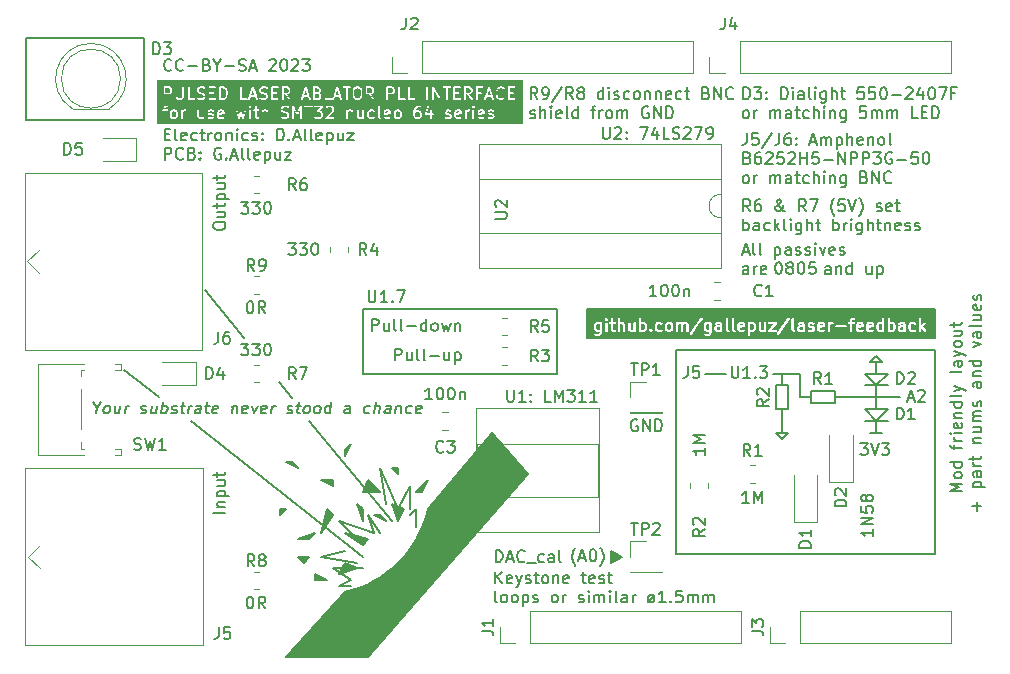
<source format=gbr>
%TF.GenerationSoftware,KiCad,Pcbnew,7.0.2*%
%TF.CreationDate,2023-08-08T17:25:24+02:00*%
%TF.ProjectId,pulse_generator,70756c73-655f-4676-956e-657261746f72,rev?*%
%TF.SameCoordinates,Original*%
%TF.FileFunction,Legend,Top*%
%TF.FilePolarity,Positive*%
%FSLAX46Y46*%
G04 Gerber Fmt 4.6, Leading zero omitted, Abs format (unit mm)*
G04 Created by KiCad (PCBNEW 7.0.2) date 2023-08-08 17:25:24*
%MOMM*%
%LPD*%
G01*
G04 APERTURE LIST*
%ADD10C,0.150000*%
%ADD11C,0.200000*%
%ADD12C,0.120000*%
G04 APERTURE END LIST*
D10*
X115500000Y-88000000D02*
X116000000Y-89500000D01*
X159500000Y-77000000D02*
X157500000Y-77000000D01*
X159000000Y-75000000D02*
X158000000Y-75000000D01*
X97800000Y-78000000D02*
X94800000Y-75675000D01*
X152000000Y-78000000D02*
X152000000Y-76000000D01*
X158500000Y-76000000D02*
X158500000Y-75000000D01*
X149750000Y-76000000D02*
X152000000Y-76000000D01*
X159500000Y-79000000D02*
X157500000Y-79000000D01*
X115000000Y-87500000D02*
X115000000Y-88500000D01*
X114500000Y-87000000D01*
X115000000Y-87500000D01*
G36*
X115000000Y-87500000D02*
G01*
X115000000Y-88500000D01*
X114500000Y-87000000D01*
X115000000Y-87500000D01*
G37*
X141500000Y-74000000D02*
X163500000Y-74000000D01*
X163500000Y-91250000D01*
X141500000Y-91250000D01*
X141500000Y-74000000D01*
X137000000Y-91500000D02*
X136000000Y-92000000D01*
X136000000Y-91000000D01*
X137000000Y-91500000D01*
G36*
X137000000Y-91500000D02*
G01*
X136000000Y-92000000D01*
X136000000Y-91000000D01*
X137000000Y-91500000D01*
G37*
X158500000Y-81000000D02*
X158500000Y-80000000D01*
X110000000Y-92000000D02*
X109500000Y-91500000D01*
X110500000Y-91500000D01*
X110000000Y-92000000D01*
G36*
X110000000Y-92000000D02*
G01*
X109500000Y-91500000D01*
X110500000Y-91500000D01*
X110000000Y-92000000D01*
G37*
X150000000Y-77000000D02*
X151000000Y-77000000D01*
X151000000Y-79000000D01*
X150000000Y-79000000D01*
X150000000Y-77000000D01*
X150000000Y-81000000D02*
X151000000Y-81000000D01*
X119000000Y-85500000D02*
X119000000Y-87500000D01*
X116500000Y-89500000D02*
X115500000Y-88000000D01*
X145750000Y-76000000D02*
X144000000Y-76000000D01*
X114000000Y-93500000D02*
X113000000Y-94000000D01*
X116000000Y-89500000D02*
X113000000Y-88500000D01*
X109500000Y-84000000D02*
X108500000Y-83500000D01*
X109000000Y-83500000D01*
X109500000Y-84000000D01*
G36*
X109500000Y-84000000D02*
G01*
X108500000Y-83500000D01*
X109000000Y-83500000D01*
X109500000Y-84000000D01*
G37*
X112000000Y-93500000D02*
X111000000Y-93500000D01*
X111000000Y-93000000D01*
X112000000Y-93500000D01*
G36*
X112000000Y-93500000D02*
G01*
X111000000Y-93500000D01*
X111000000Y-93000000D01*
X112000000Y-93500000D01*
G37*
X155000000Y-78000000D02*
X160500000Y-78000000D01*
X153000000Y-77500000D02*
X155000000Y-77500000D01*
X155000000Y-78500000D01*
X153000000Y-78500000D01*
X153000000Y-77500000D01*
X117000000Y-87000000D02*
X116500000Y-84000000D01*
X105000000Y-73000000D02*
X101700000Y-68900000D01*
X110500000Y-90000000D02*
X109500000Y-90000000D01*
X111000000Y-89500000D01*
X110500000Y-90000000D01*
G36*
X110500000Y-90000000D02*
G01*
X109500000Y-90000000D01*
X111000000Y-89500000D01*
X110500000Y-90000000D01*
G37*
X159500000Y-76000000D02*
X157500000Y-76000000D01*
X158000000Y-81000000D02*
X159000000Y-81000000D01*
X157500000Y-76000000D02*
X158500000Y-77000000D01*
X150500000Y-79000000D02*
X150500000Y-81000000D01*
X109000000Y-78100000D02*
X107900000Y-76700000D01*
X114500000Y-92500000D02*
X113000000Y-93000000D01*
X113500000Y-92000000D01*
X114500000Y-92500000D01*
G36*
X114500000Y-92500000D02*
G01*
X113000000Y-93000000D01*
X113500000Y-92000000D01*
X114500000Y-92500000D01*
G37*
X119500000Y-87500000D02*
X119500000Y-89000000D01*
X120000000Y-86000000D02*
X119500000Y-86000000D01*
X120500000Y-85000000D01*
X120000000Y-86000000D01*
G36*
X120000000Y-86000000D02*
G01*
X119500000Y-86000000D01*
X120500000Y-85000000D01*
X120000000Y-86000000D01*
G37*
X113500000Y-83000000D02*
X113500000Y-82500000D01*
X114000000Y-82000000D01*
X113500000Y-83000000D01*
G36*
X113500000Y-83000000D02*
G01*
X113500000Y-82500000D01*
X114000000Y-82000000D01*
X113500000Y-83000000D01*
G37*
X158500000Y-78000000D02*
X158500000Y-79000000D01*
X159500000Y-80000000D02*
X157500000Y-80000000D01*
X158000000Y-75000000D02*
X158500000Y-74500000D01*
X117000000Y-88500000D02*
X116000000Y-88000000D01*
X116500000Y-88000000D01*
X117000000Y-88500000D01*
G36*
X117000000Y-88500000D02*
G01*
X116000000Y-88000000D01*
X116500000Y-88000000D01*
X117000000Y-88500000D01*
G37*
X151000000Y-81000000D02*
X150500000Y-81500000D01*
X150500000Y-81500000D02*
X150000000Y-81000000D01*
X150500000Y-77000000D02*
X150500000Y-76000000D01*
X113000000Y-94000000D02*
X114000000Y-94000000D01*
X112500000Y-85500000D02*
X111500000Y-85000000D01*
X112500000Y-85000000D01*
X112500000Y-85500000D01*
G36*
X112500000Y-85500000D02*
G01*
X111500000Y-85000000D01*
X112500000Y-85000000D01*
X112500000Y-85500000D01*
G37*
X157500000Y-79000000D02*
X158500000Y-80000000D01*
X111500000Y-91500000D02*
X114500000Y-92000000D01*
X158500000Y-74500000D02*
X159000000Y-75000000D01*
X117500000Y-88500000D02*
X110500000Y-80000000D01*
X118000000Y-87500000D02*
X119000000Y-85500000D01*
X134000000Y-70500000D02*
X163500000Y-70500000D01*
X163500000Y-73000000D01*
X134000000Y-73000000D01*
X134000000Y-70500000D01*
X115000000Y-92500000D02*
X112500000Y-92500000D01*
X115500000Y-90000000D02*
X115000000Y-90500000D01*
X113500000Y-89500000D01*
X115500000Y-90000000D01*
G36*
X115500000Y-90000000D02*
G01*
X115000000Y-90500000D01*
X113500000Y-89500000D01*
X115500000Y-90000000D01*
G37*
X113500000Y-91000000D02*
X111500000Y-91500000D01*
X116500000Y-84000000D02*
X118000000Y-87500000D01*
X118000000Y-84500000D02*
X117500000Y-84000000D01*
X118000000Y-84000000D01*
X118000000Y-84500000D01*
G36*
X118000000Y-84500000D02*
G01*
X117500000Y-84000000D01*
X118000000Y-84000000D01*
X118000000Y-84500000D01*
G37*
X115000000Y-70500000D02*
X131500000Y-70500000D01*
X131500000Y-76000000D01*
X115000000Y-76000000D01*
X115000000Y-70500000D01*
X86500000Y-47550000D02*
X96500000Y-47550000D01*
X96500000Y-54550000D01*
X86500000Y-54550000D01*
X86500000Y-47550000D01*
X112500000Y-88000000D02*
X111500000Y-89500000D01*
X112000000Y-87500000D01*
X112500000Y-88000000D01*
G36*
X112500000Y-88000000D02*
G01*
X111500000Y-89500000D01*
X112000000Y-87500000D01*
X112500000Y-88000000D01*
G37*
X108000000Y-88000000D02*
X108000000Y-87500000D01*
X108500000Y-87500000D01*
X108000000Y-88000000D01*
G36*
X108000000Y-88000000D02*
G01*
X108000000Y-87500000D01*
X108500000Y-87500000D01*
X108000000Y-88000000D01*
G37*
X158500000Y-80000000D02*
X159500000Y-79000000D01*
X115000000Y-91500000D02*
X100500000Y-80000000D01*
X129000000Y-84500000D02*
X115500000Y-100000000D01*
X108500000Y-100000000D01*
X113500000Y-94500000D01*
X113799514Y-94430852D01*
X114389419Y-94257804D01*
X114966485Y-94045839D01*
X115528146Y-93795898D01*
X116071907Y-93509091D01*
X116595352Y-93186694D01*
X117096153Y-92830139D01*
X117572087Y-92441011D01*
X118021038Y-92021038D01*
X118441011Y-91572087D01*
X118830139Y-91096153D01*
X119186694Y-90595352D01*
X119509091Y-90071907D01*
X119795898Y-89528146D01*
X120045839Y-88966485D01*
X120257804Y-88389419D01*
X120430852Y-87799514D01*
X120500000Y-87500000D01*
X126000000Y-81000000D01*
X129000000Y-84500000D01*
G36*
X129000000Y-84500000D02*
G01*
X115500000Y-100000000D01*
X108500000Y-100000000D01*
X113500000Y-94500000D01*
X113799514Y-94430852D01*
X114389419Y-94257804D01*
X114966485Y-94045839D01*
X115528146Y-93795898D01*
X116071907Y-93509091D01*
X116595352Y-93186694D01*
X117096153Y-92830139D01*
X117572087Y-92441011D01*
X118021038Y-92021038D01*
X118441011Y-91572087D01*
X118830139Y-91096153D01*
X119186694Y-90595352D01*
X119509091Y-90071907D01*
X119795898Y-89528146D01*
X120045839Y-88966485D01*
X120257804Y-88389419D01*
X120430852Y-87799514D01*
X120500000Y-87500000D01*
X126000000Y-81000000D01*
X129000000Y-84500000D01*
G37*
X153000000Y-78000000D02*
X152000000Y-78000000D01*
X116500000Y-86000000D02*
X115000000Y-86000000D01*
X115500000Y-85000000D01*
X116500000Y-86000000D01*
G36*
X116500000Y-86000000D02*
G01*
X115000000Y-86000000D01*
X115500000Y-85000000D01*
X116500000Y-86000000D01*
G37*
X112500000Y-92500000D02*
X114000000Y-93500000D01*
X158500000Y-77000000D02*
X158500000Y-78000000D01*
X158500000Y-77000000D02*
X159500000Y-76000000D01*
X118500000Y-87500000D02*
X118000000Y-88500000D01*
X117500000Y-87000000D01*
X118500000Y-87500000D01*
G36*
X118500000Y-87500000D02*
G01*
X118000000Y-88500000D01*
X117500000Y-87000000D01*
X118500000Y-87500000D01*
G37*
X119000000Y-88000000D02*
X119500000Y-87500000D01*
X113000000Y-88500000D02*
X114500000Y-90000000D01*
X147238095Y-52757619D02*
X147238095Y-51757619D01*
X147238095Y-51757619D02*
X147476190Y-51757619D01*
X147476190Y-51757619D02*
X147619047Y-51805238D01*
X147619047Y-51805238D02*
X147714285Y-51900476D01*
X147714285Y-51900476D02*
X147761904Y-51995714D01*
X147761904Y-51995714D02*
X147809523Y-52186190D01*
X147809523Y-52186190D02*
X147809523Y-52329047D01*
X147809523Y-52329047D02*
X147761904Y-52519523D01*
X147761904Y-52519523D02*
X147714285Y-52614761D01*
X147714285Y-52614761D02*
X147619047Y-52710000D01*
X147619047Y-52710000D02*
X147476190Y-52757619D01*
X147476190Y-52757619D02*
X147238095Y-52757619D01*
X148142857Y-51757619D02*
X148761904Y-51757619D01*
X148761904Y-51757619D02*
X148428571Y-52138571D01*
X148428571Y-52138571D02*
X148571428Y-52138571D01*
X148571428Y-52138571D02*
X148666666Y-52186190D01*
X148666666Y-52186190D02*
X148714285Y-52233809D01*
X148714285Y-52233809D02*
X148761904Y-52329047D01*
X148761904Y-52329047D02*
X148761904Y-52567142D01*
X148761904Y-52567142D02*
X148714285Y-52662380D01*
X148714285Y-52662380D02*
X148666666Y-52710000D01*
X148666666Y-52710000D02*
X148571428Y-52757619D01*
X148571428Y-52757619D02*
X148285714Y-52757619D01*
X148285714Y-52757619D02*
X148190476Y-52710000D01*
X148190476Y-52710000D02*
X148142857Y-52662380D01*
X149190476Y-52662380D02*
X149238095Y-52710000D01*
X149238095Y-52710000D02*
X149190476Y-52757619D01*
X149190476Y-52757619D02*
X149142857Y-52710000D01*
X149142857Y-52710000D02*
X149190476Y-52662380D01*
X149190476Y-52662380D02*
X149190476Y-52757619D01*
X149190476Y-52138571D02*
X149238095Y-52186190D01*
X149238095Y-52186190D02*
X149190476Y-52233809D01*
X149190476Y-52233809D02*
X149142857Y-52186190D01*
X149142857Y-52186190D02*
X149190476Y-52138571D01*
X149190476Y-52138571D02*
X149190476Y-52233809D01*
X150428571Y-52757619D02*
X150428571Y-51757619D01*
X150428571Y-51757619D02*
X150666666Y-51757619D01*
X150666666Y-51757619D02*
X150809523Y-51805238D01*
X150809523Y-51805238D02*
X150904761Y-51900476D01*
X150904761Y-51900476D02*
X150952380Y-51995714D01*
X150952380Y-51995714D02*
X150999999Y-52186190D01*
X150999999Y-52186190D02*
X150999999Y-52329047D01*
X150999999Y-52329047D02*
X150952380Y-52519523D01*
X150952380Y-52519523D02*
X150904761Y-52614761D01*
X150904761Y-52614761D02*
X150809523Y-52710000D01*
X150809523Y-52710000D02*
X150666666Y-52757619D01*
X150666666Y-52757619D02*
X150428571Y-52757619D01*
X151428571Y-52757619D02*
X151428571Y-52090952D01*
X151428571Y-51757619D02*
X151380952Y-51805238D01*
X151380952Y-51805238D02*
X151428571Y-51852857D01*
X151428571Y-51852857D02*
X151476190Y-51805238D01*
X151476190Y-51805238D02*
X151428571Y-51757619D01*
X151428571Y-51757619D02*
X151428571Y-51852857D01*
X152333332Y-52757619D02*
X152333332Y-52233809D01*
X152333332Y-52233809D02*
X152285713Y-52138571D01*
X152285713Y-52138571D02*
X152190475Y-52090952D01*
X152190475Y-52090952D02*
X151999999Y-52090952D01*
X151999999Y-52090952D02*
X151904761Y-52138571D01*
X152333332Y-52710000D02*
X152238094Y-52757619D01*
X152238094Y-52757619D02*
X151999999Y-52757619D01*
X151999999Y-52757619D02*
X151904761Y-52710000D01*
X151904761Y-52710000D02*
X151857142Y-52614761D01*
X151857142Y-52614761D02*
X151857142Y-52519523D01*
X151857142Y-52519523D02*
X151904761Y-52424285D01*
X151904761Y-52424285D02*
X151999999Y-52376666D01*
X151999999Y-52376666D02*
X152238094Y-52376666D01*
X152238094Y-52376666D02*
X152333332Y-52329047D01*
X152952380Y-52757619D02*
X152857142Y-52710000D01*
X152857142Y-52710000D02*
X152809523Y-52614761D01*
X152809523Y-52614761D02*
X152809523Y-51757619D01*
X153333333Y-52757619D02*
X153333333Y-52090952D01*
X153333333Y-51757619D02*
X153285714Y-51805238D01*
X153285714Y-51805238D02*
X153333333Y-51852857D01*
X153333333Y-51852857D02*
X153380952Y-51805238D01*
X153380952Y-51805238D02*
X153333333Y-51757619D01*
X153333333Y-51757619D02*
X153333333Y-51852857D01*
X154238094Y-52090952D02*
X154238094Y-52900476D01*
X154238094Y-52900476D02*
X154190475Y-52995714D01*
X154190475Y-52995714D02*
X154142856Y-53043333D01*
X154142856Y-53043333D02*
X154047618Y-53090952D01*
X154047618Y-53090952D02*
X153904761Y-53090952D01*
X153904761Y-53090952D02*
X153809523Y-53043333D01*
X154238094Y-52710000D02*
X154142856Y-52757619D01*
X154142856Y-52757619D02*
X153952380Y-52757619D01*
X153952380Y-52757619D02*
X153857142Y-52710000D01*
X153857142Y-52710000D02*
X153809523Y-52662380D01*
X153809523Y-52662380D02*
X153761904Y-52567142D01*
X153761904Y-52567142D02*
X153761904Y-52281428D01*
X153761904Y-52281428D02*
X153809523Y-52186190D01*
X153809523Y-52186190D02*
X153857142Y-52138571D01*
X153857142Y-52138571D02*
X153952380Y-52090952D01*
X153952380Y-52090952D02*
X154142856Y-52090952D01*
X154142856Y-52090952D02*
X154238094Y-52138571D01*
X154714285Y-52757619D02*
X154714285Y-51757619D01*
X155142856Y-52757619D02*
X155142856Y-52233809D01*
X155142856Y-52233809D02*
X155095237Y-52138571D01*
X155095237Y-52138571D02*
X154999999Y-52090952D01*
X154999999Y-52090952D02*
X154857142Y-52090952D01*
X154857142Y-52090952D02*
X154761904Y-52138571D01*
X154761904Y-52138571D02*
X154714285Y-52186190D01*
X155476190Y-52090952D02*
X155857142Y-52090952D01*
X155619047Y-51757619D02*
X155619047Y-52614761D01*
X155619047Y-52614761D02*
X155666666Y-52710000D01*
X155666666Y-52710000D02*
X155761904Y-52757619D01*
X155761904Y-52757619D02*
X155857142Y-52757619D01*
X157428571Y-51757619D02*
X156952381Y-51757619D01*
X156952381Y-51757619D02*
X156904762Y-52233809D01*
X156904762Y-52233809D02*
X156952381Y-52186190D01*
X156952381Y-52186190D02*
X157047619Y-52138571D01*
X157047619Y-52138571D02*
X157285714Y-52138571D01*
X157285714Y-52138571D02*
X157380952Y-52186190D01*
X157380952Y-52186190D02*
X157428571Y-52233809D01*
X157428571Y-52233809D02*
X157476190Y-52329047D01*
X157476190Y-52329047D02*
X157476190Y-52567142D01*
X157476190Y-52567142D02*
X157428571Y-52662380D01*
X157428571Y-52662380D02*
X157380952Y-52710000D01*
X157380952Y-52710000D02*
X157285714Y-52757619D01*
X157285714Y-52757619D02*
X157047619Y-52757619D01*
X157047619Y-52757619D02*
X156952381Y-52710000D01*
X156952381Y-52710000D02*
X156904762Y-52662380D01*
X158380952Y-51757619D02*
X157904762Y-51757619D01*
X157904762Y-51757619D02*
X157857143Y-52233809D01*
X157857143Y-52233809D02*
X157904762Y-52186190D01*
X157904762Y-52186190D02*
X158000000Y-52138571D01*
X158000000Y-52138571D02*
X158238095Y-52138571D01*
X158238095Y-52138571D02*
X158333333Y-52186190D01*
X158333333Y-52186190D02*
X158380952Y-52233809D01*
X158380952Y-52233809D02*
X158428571Y-52329047D01*
X158428571Y-52329047D02*
X158428571Y-52567142D01*
X158428571Y-52567142D02*
X158380952Y-52662380D01*
X158380952Y-52662380D02*
X158333333Y-52710000D01*
X158333333Y-52710000D02*
X158238095Y-52757619D01*
X158238095Y-52757619D02*
X158000000Y-52757619D01*
X158000000Y-52757619D02*
X157904762Y-52710000D01*
X157904762Y-52710000D02*
X157857143Y-52662380D01*
X159047619Y-51757619D02*
X159142857Y-51757619D01*
X159142857Y-51757619D02*
X159238095Y-51805238D01*
X159238095Y-51805238D02*
X159285714Y-51852857D01*
X159285714Y-51852857D02*
X159333333Y-51948095D01*
X159333333Y-51948095D02*
X159380952Y-52138571D01*
X159380952Y-52138571D02*
X159380952Y-52376666D01*
X159380952Y-52376666D02*
X159333333Y-52567142D01*
X159333333Y-52567142D02*
X159285714Y-52662380D01*
X159285714Y-52662380D02*
X159238095Y-52710000D01*
X159238095Y-52710000D02*
X159142857Y-52757619D01*
X159142857Y-52757619D02*
X159047619Y-52757619D01*
X159047619Y-52757619D02*
X158952381Y-52710000D01*
X158952381Y-52710000D02*
X158904762Y-52662380D01*
X158904762Y-52662380D02*
X158857143Y-52567142D01*
X158857143Y-52567142D02*
X158809524Y-52376666D01*
X158809524Y-52376666D02*
X158809524Y-52138571D01*
X158809524Y-52138571D02*
X158857143Y-51948095D01*
X158857143Y-51948095D02*
X158904762Y-51852857D01*
X158904762Y-51852857D02*
X158952381Y-51805238D01*
X158952381Y-51805238D02*
X159047619Y-51757619D01*
X159809524Y-52376666D02*
X160571429Y-52376666D01*
X161000000Y-51852857D02*
X161047619Y-51805238D01*
X161047619Y-51805238D02*
X161142857Y-51757619D01*
X161142857Y-51757619D02*
X161380952Y-51757619D01*
X161380952Y-51757619D02*
X161476190Y-51805238D01*
X161476190Y-51805238D02*
X161523809Y-51852857D01*
X161523809Y-51852857D02*
X161571428Y-51948095D01*
X161571428Y-51948095D02*
X161571428Y-52043333D01*
X161571428Y-52043333D02*
X161523809Y-52186190D01*
X161523809Y-52186190D02*
X160952381Y-52757619D01*
X160952381Y-52757619D02*
X161571428Y-52757619D01*
X162428571Y-52090952D02*
X162428571Y-52757619D01*
X162190476Y-51710000D02*
X161952381Y-52424285D01*
X161952381Y-52424285D02*
X162571428Y-52424285D01*
X163142857Y-51757619D02*
X163238095Y-51757619D01*
X163238095Y-51757619D02*
X163333333Y-51805238D01*
X163333333Y-51805238D02*
X163380952Y-51852857D01*
X163380952Y-51852857D02*
X163428571Y-51948095D01*
X163428571Y-51948095D02*
X163476190Y-52138571D01*
X163476190Y-52138571D02*
X163476190Y-52376666D01*
X163476190Y-52376666D02*
X163428571Y-52567142D01*
X163428571Y-52567142D02*
X163380952Y-52662380D01*
X163380952Y-52662380D02*
X163333333Y-52710000D01*
X163333333Y-52710000D02*
X163238095Y-52757619D01*
X163238095Y-52757619D02*
X163142857Y-52757619D01*
X163142857Y-52757619D02*
X163047619Y-52710000D01*
X163047619Y-52710000D02*
X163000000Y-52662380D01*
X163000000Y-52662380D02*
X162952381Y-52567142D01*
X162952381Y-52567142D02*
X162904762Y-52376666D01*
X162904762Y-52376666D02*
X162904762Y-52138571D01*
X162904762Y-52138571D02*
X162952381Y-51948095D01*
X162952381Y-51948095D02*
X163000000Y-51852857D01*
X163000000Y-51852857D02*
X163047619Y-51805238D01*
X163047619Y-51805238D02*
X163142857Y-51757619D01*
X163809524Y-51757619D02*
X164476190Y-51757619D01*
X164476190Y-51757619D02*
X164047619Y-52757619D01*
X165190476Y-52233809D02*
X164857143Y-52233809D01*
X164857143Y-52757619D02*
X164857143Y-51757619D01*
X164857143Y-51757619D02*
X165333333Y-51757619D01*
X147380952Y-54377619D02*
X147285714Y-54330000D01*
X147285714Y-54330000D02*
X147238095Y-54282380D01*
X147238095Y-54282380D02*
X147190476Y-54187142D01*
X147190476Y-54187142D02*
X147190476Y-53901428D01*
X147190476Y-53901428D02*
X147238095Y-53806190D01*
X147238095Y-53806190D02*
X147285714Y-53758571D01*
X147285714Y-53758571D02*
X147380952Y-53710952D01*
X147380952Y-53710952D02*
X147523809Y-53710952D01*
X147523809Y-53710952D02*
X147619047Y-53758571D01*
X147619047Y-53758571D02*
X147666666Y-53806190D01*
X147666666Y-53806190D02*
X147714285Y-53901428D01*
X147714285Y-53901428D02*
X147714285Y-54187142D01*
X147714285Y-54187142D02*
X147666666Y-54282380D01*
X147666666Y-54282380D02*
X147619047Y-54330000D01*
X147619047Y-54330000D02*
X147523809Y-54377619D01*
X147523809Y-54377619D02*
X147380952Y-54377619D01*
X148142857Y-54377619D02*
X148142857Y-53710952D01*
X148142857Y-53901428D02*
X148190476Y-53806190D01*
X148190476Y-53806190D02*
X148238095Y-53758571D01*
X148238095Y-53758571D02*
X148333333Y-53710952D01*
X148333333Y-53710952D02*
X148428571Y-53710952D01*
X149523810Y-54377619D02*
X149523810Y-53710952D01*
X149523810Y-53806190D02*
X149571429Y-53758571D01*
X149571429Y-53758571D02*
X149666667Y-53710952D01*
X149666667Y-53710952D02*
X149809524Y-53710952D01*
X149809524Y-53710952D02*
X149904762Y-53758571D01*
X149904762Y-53758571D02*
X149952381Y-53853809D01*
X149952381Y-53853809D02*
X149952381Y-54377619D01*
X149952381Y-53853809D02*
X150000000Y-53758571D01*
X150000000Y-53758571D02*
X150095238Y-53710952D01*
X150095238Y-53710952D02*
X150238095Y-53710952D01*
X150238095Y-53710952D02*
X150333334Y-53758571D01*
X150333334Y-53758571D02*
X150380953Y-53853809D01*
X150380953Y-53853809D02*
X150380953Y-54377619D01*
X151285714Y-54377619D02*
X151285714Y-53853809D01*
X151285714Y-53853809D02*
X151238095Y-53758571D01*
X151238095Y-53758571D02*
X151142857Y-53710952D01*
X151142857Y-53710952D02*
X150952381Y-53710952D01*
X150952381Y-53710952D02*
X150857143Y-53758571D01*
X151285714Y-54330000D02*
X151190476Y-54377619D01*
X151190476Y-54377619D02*
X150952381Y-54377619D01*
X150952381Y-54377619D02*
X150857143Y-54330000D01*
X150857143Y-54330000D02*
X150809524Y-54234761D01*
X150809524Y-54234761D02*
X150809524Y-54139523D01*
X150809524Y-54139523D02*
X150857143Y-54044285D01*
X150857143Y-54044285D02*
X150952381Y-53996666D01*
X150952381Y-53996666D02*
X151190476Y-53996666D01*
X151190476Y-53996666D02*
X151285714Y-53949047D01*
X151619048Y-53710952D02*
X152000000Y-53710952D01*
X151761905Y-53377619D02*
X151761905Y-54234761D01*
X151761905Y-54234761D02*
X151809524Y-54330000D01*
X151809524Y-54330000D02*
X151904762Y-54377619D01*
X151904762Y-54377619D02*
X152000000Y-54377619D01*
X152761905Y-54330000D02*
X152666667Y-54377619D01*
X152666667Y-54377619D02*
X152476191Y-54377619D01*
X152476191Y-54377619D02*
X152380953Y-54330000D01*
X152380953Y-54330000D02*
X152333334Y-54282380D01*
X152333334Y-54282380D02*
X152285715Y-54187142D01*
X152285715Y-54187142D02*
X152285715Y-53901428D01*
X152285715Y-53901428D02*
X152333334Y-53806190D01*
X152333334Y-53806190D02*
X152380953Y-53758571D01*
X152380953Y-53758571D02*
X152476191Y-53710952D01*
X152476191Y-53710952D02*
X152666667Y-53710952D01*
X152666667Y-53710952D02*
X152761905Y-53758571D01*
X153190477Y-54377619D02*
X153190477Y-53377619D01*
X153619048Y-54377619D02*
X153619048Y-53853809D01*
X153619048Y-53853809D02*
X153571429Y-53758571D01*
X153571429Y-53758571D02*
X153476191Y-53710952D01*
X153476191Y-53710952D02*
X153333334Y-53710952D01*
X153333334Y-53710952D02*
X153238096Y-53758571D01*
X153238096Y-53758571D02*
X153190477Y-53806190D01*
X154095239Y-54377619D02*
X154095239Y-53710952D01*
X154095239Y-53377619D02*
X154047620Y-53425238D01*
X154047620Y-53425238D02*
X154095239Y-53472857D01*
X154095239Y-53472857D02*
X154142858Y-53425238D01*
X154142858Y-53425238D02*
X154095239Y-53377619D01*
X154095239Y-53377619D02*
X154095239Y-53472857D01*
X154571429Y-53710952D02*
X154571429Y-54377619D01*
X154571429Y-53806190D02*
X154619048Y-53758571D01*
X154619048Y-53758571D02*
X154714286Y-53710952D01*
X154714286Y-53710952D02*
X154857143Y-53710952D01*
X154857143Y-53710952D02*
X154952381Y-53758571D01*
X154952381Y-53758571D02*
X155000000Y-53853809D01*
X155000000Y-53853809D02*
X155000000Y-54377619D01*
X155904762Y-53710952D02*
X155904762Y-54520476D01*
X155904762Y-54520476D02*
X155857143Y-54615714D01*
X155857143Y-54615714D02*
X155809524Y-54663333D01*
X155809524Y-54663333D02*
X155714286Y-54710952D01*
X155714286Y-54710952D02*
X155571429Y-54710952D01*
X155571429Y-54710952D02*
X155476191Y-54663333D01*
X155904762Y-54330000D02*
X155809524Y-54377619D01*
X155809524Y-54377619D02*
X155619048Y-54377619D01*
X155619048Y-54377619D02*
X155523810Y-54330000D01*
X155523810Y-54330000D02*
X155476191Y-54282380D01*
X155476191Y-54282380D02*
X155428572Y-54187142D01*
X155428572Y-54187142D02*
X155428572Y-53901428D01*
X155428572Y-53901428D02*
X155476191Y-53806190D01*
X155476191Y-53806190D02*
X155523810Y-53758571D01*
X155523810Y-53758571D02*
X155619048Y-53710952D01*
X155619048Y-53710952D02*
X155809524Y-53710952D01*
X155809524Y-53710952D02*
X155904762Y-53758571D01*
X157619048Y-53377619D02*
X157142858Y-53377619D01*
X157142858Y-53377619D02*
X157095239Y-53853809D01*
X157095239Y-53853809D02*
X157142858Y-53806190D01*
X157142858Y-53806190D02*
X157238096Y-53758571D01*
X157238096Y-53758571D02*
X157476191Y-53758571D01*
X157476191Y-53758571D02*
X157571429Y-53806190D01*
X157571429Y-53806190D02*
X157619048Y-53853809D01*
X157619048Y-53853809D02*
X157666667Y-53949047D01*
X157666667Y-53949047D02*
X157666667Y-54187142D01*
X157666667Y-54187142D02*
X157619048Y-54282380D01*
X157619048Y-54282380D02*
X157571429Y-54330000D01*
X157571429Y-54330000D02*
X157476191Y-54377619D01*
X157476191Y-54377619D02*
X157238096Y-54377619D01*
X157238096Y-54377619D02*
X157142858Y-54330000D01*
X157142858Y-54330000D02*
X157095239Y-54282380D01*
X158095239Y-54377619D02*
X158095239Y-53710952D01*
X158095239Y-53806190D02*
X158142858Y-53758571D01*
X158142858Y-53758571D02*
X158238096Y-53710952D01*
X158238096Y-53710952D02*
X158380953Y-53710952D01*
X158380953Y-53710952D02*
X158476191Y-53758571D01*
X158476191Y-53758571D02*
X158523810Y-53853809D01*
X158523810Y-53853809D02*
X158523810Y-54377619D01*
X158523810Y-53853809D02*
X158571429Y-53758571D01*
X158571429Y-53758571D02*
X158666667Y-53710952D01*
X158666667Y-53710952D02*
X158809524Y-53710952D01*
X158809524Y-53710952D02*
X158904763Y-53758571D01*
X158904763Y-53758571D02*
X158952382Y-53853809D01*
X158952382Y-53853809D02*
X158952382Y-54377619D01*
X159428572Y-54377619D02*
X159428572Y-53710952D01*
X159428572Y-53806190D02*
X159476191Y-53758571D01*
X159476191Y-53758571D02*
X159571429Y-53710952D01*
X159571429Y-53710952D02*
X159714286Y-53710952D01*
X159714286Y-53710952D02*
X159809524Y-53758571D01*
X159809524Y-53758571D02*
X159857143Y-53853809D01*
X159857143Y-53853809D02*
X159857143Y-54377619D01*
X159857143Y-53853809D02*
X159904762Y-53758571D01*
X159904762Y-53758571D02*
X160000000Y-53710952D01*
X160000000Y-53710952D02*
X160142857Y-53710952D01*
X160142857Y-53710952D02*
X160238096Y-53758571D01*
X160238096Y-53758571D02*
X160285715Y-53853809D01*
X160285715Y-53853809D02*
X160285715Y-54377619D01*
X162000000Y-54377619D02*
X161523810Y-54377619D01*
X161523810Y-54377619D02*
X161523810Y-53377619D01*
X162333334Y-53853809D02*
X162666667Y-53853809D01*
X162809524Y-54377619D02*
X162333334Y-54377619D01*
X162333334Y-54377619D02*
X162333334Y-53377619D01*
X162333334Y-53377619D02*
X162809524Y-53377619D01*
X163238096Y-54377619D02*
X163238096Y-53377619D01*
X163238096Y-53377619D02*
X163476191Y-53377619D01*
X163476191Y-53377619D02*
X163619048Y-53425238D01*
X163619048Y-53425238D02*
X163714286Y-53520476D01*
X163714286Y-53520476D02*
X163761905Y-53615714D01*
X163761905Y-53615714D02*
X163809524Y-53806190D01*
X163809524Y-53806190D02*
X163809524Y-53949047D01*
X163809524Y-53949047D02*
X163761905Y-54139523D01*
X163761905Y-54139523D02*
X163714286Y-54234761D01*
X163714286Y-54234761D02*
X163619048Y-54330000D01*
X163619048Y-54330000D02*
X163476191Y-54377619D01*
X163476191Y-54377619D02*
X163238096Y-54377619D01*
X98809523Y-50282380D02*
X98761904Y-50330000D01*
X98761904Y-50330000D02*
X98619047Y-50377619D01*
X98619047Y-50377619D02*
X98523809Y-50377619D01*
X98523809Y-50377619D02*
X98380952Y-50330000D01*
X98380952Y-50330000D02*
X98285714Y-50234761D01*
X98285714Y-50234761D02*
X98238095Y-50139523D01*
X98238095Y-50139523D02*
X98190476Y-49949047D01*
X98190476Y-49949047D02*
X98190476Y-49806190D01*
X98190476Y-49806190D02*
X98238095Y-49615714D01*
X98238095Y-49615714D02*
X98285714Y-49520476D01*
X98285714Y-49520476D02*
X98380952Y-49425238D01*
X98380952Y-49425238D02*
X98523809Y-49377619D01*
X98523809Y-49377619D02*
X98619047Y-49377619D01*
X98619047Y-49377619D02*
X98761904Y-49425238D01*
X98761904Y-49425238D02*
X98809523Y-49472857D01*
X99809523Y-50282380D02*
X99761904Y-50330000D01*
X99761904Y-50330000D02*
X99619047Y-50377619D01*
X99619047Y-50377619D02*
X99523809Y-50377619D01*
X99523809Y-50377619D02*
X99380952Y-50330000D01*
X99380952Y-50330000D02*
X99285714Y-50234761D01*
X99285714Y-50234761D02*
X99238095Y-50139523D01*
X99238095Y-50139523D02*
X99190476Y-49949047D01*
X99190476Y-49949047D02*
X99190476Y-49806190D01*
X99190476Y-49806190D02*
X99238095Y-49615714D01*
X99238095Y-49615714D02*
X99285714Y-49520476D01*
X99285714Y-49520476D02*
X99380952Y-49425238D01*
X99380952Y-49425238D02*
X99523809Y-49377619D01*
X99523809Y-49377619D02*
X99619047Y-49377619D01*
X99619047Y-49377619D02*
X99761904Y-49425238D01*
X99761904Y-49425238D02*
X99809523Y-49472857D01*
X100238095Y-49996666D02*
X101000000Y-49996666D01*
X101809523Y-49853809D02*
X101952380Y-49901428D01*
X101952380Y-49901428D02*
X101999999Y-49949047D01*
X101999999Y-49949047D02*
X102047618Y-50044285D01*
X102047618Y-50044285D02*
X102047618Y-50187142D01*
X102047618Y-50187142D02*
X101999999Y-50282380D01*
X101999999Y-50282380D02*
X101952380Y-50330000D01*
X101952380Y-50330000D02*
X101857142Y-50377619D01*
X101857142Y-50377619D02*
X101476190Y-50377619D01*
X101476190Y-50377619D02*
X101476190Y-49377619D01*
X101476190Y-49377619D02*
X101809523Y-49377619D01*
X101809523Y-49377619D02*
X101904761Y-49425238D01*
X101904761Y-49425238D02*
X101952380Y-49472857D01*
X101952380Y-49472857D02*
X101999999Y-49568095D01*
X101999999Y-49568095D02*
X101999999Y-49663333D01*
X101999999Y-49663333D02*
X101952380Y-49758571D01*
X101952380Y-49758571D02*
X101904761Y-49806190D01*
X101904761Y-49806190D02*
X101809523Y-49853809D01*
X101809523Y-49853809D02*
X101476190Y-49853809D01*
X102666666Y-49901428D02*
X102666666Y-50377619D01*
X102333333Y-49377619D02*
X102666666Y-49901428D01*
X102666666Y-49901428D02*
X102999999Y-49377619D01*
X103333333Y-49996666D02*
X104095238Y-49996666D01*
X104523809Y-50330000D02*
X104666666Y-50377619D01*
X104666666Y-50377619D02*
X104904761Y-50377619D01*
X104904761Y-50377619D02*
X104999999Y-50330000D01*
X104999999Y-50330000D02*
X105047618Y-50282380D01*
X105047618Y-50282380D02*
X105095237Y-50187142D01*
X105095237Y-50187142D02*
X105095237Y-50091904D01*
X105095237Y-50091904D02*
X105047618Y-49996666D01*
X105047618Y-49996666D02*
X104999999Y-49949047D01*
X104999999Y-49949047D02*
X104904761Y-49901428D01*
X104904761Y-49901428D02*
X104714285Y-49853809D01*
X104714285Y-49853809D02*
X104619047Y-49806190D01*
X104619047Y-49806190D02*
X104571428Y-49758571D01*
X104571428Y-49758571D02*
X104523809Y-49663333D01*
X104523809Y-49663333D02*
X104523809Y-49568095D01*
X104523809Y-49568095D02*
X104571428Y-49472857D01*
X104571428Y-49472857D02*
X104619047Y-49425238D01*
X104619047Y-49425238D02*
X104714285Y-49377619D01*
X104714285Y-49377619D02*
X104952380Y-49377619D01*
X104952380Y-49377619D02*
X105095237Y-49425238D01*
X105476190Y-50091904D02*
X105952380Y-50091904D01*
X105380952Y-50377619D02*
X105714285Y-49377619D01*
X105714285Y-49377619D02*
X106047618Y-50377619D01*
X107095238Y-49472857D02*
X107142857Y-49425238D01*
X107142857Y-49425238D02*
X107238095Y-49377619D01*
X107238095Y-49377619D02*
X107476190Y-49377619D01*
X107476190Y-49377619D02*
X107571428Y-49425238D01*
X107571428Y-49425238D02*
X107619047Y-49472857D01*
X107619047Y-49472857D02*
X107666666Y-49568095D01*
X107666666Y-49568095D02*
X107666666Y-49663333D01*
X107666666Y-49663333D02*
X107619047Y-49806190D01*
X107619047Y-49806190D02*
X107047619Y-50377619D01*
X107047619Y-50377619D02*
X107666666Y-50377619D01*
X108285714Y-49377619D02*
X108380952Y-49377619D01*
X108380952Y-49377619D02*
X108476190Y-49425238D01*
X108476190Y-49425238D02*
X108523809Y-49472857D01*
X108523809Y-49472857D02*
X108571428Y-49568095D01*
X108571428Y-49568095D02*
X108619047Y-49758571D01*
X108619047Y-49758571D02*
X108619047Y-49996666D01*
X108619047Y-49996666D02*
X108571428Y-50187142D01*
X108571428Y-50187142D02*
X108523809Y-50282380D01*
X108523809Y-50282380D02*
X108476190Y-50330000D01*
X108476190Y-50330000D02*
X108380952Y-50377619D01*
X108380952Y-50377619D02*
X108285714Y-50377619D01*
X108285714Y-50377619D02*
X108190476Y-50330000D01*
X108190476Y-50330000D02*
X108142857Y-50282380D01*
X108142857Y-50282380D02*
X108095238Y-50187142D01*
X108095238Y-50187142D02*
X108047619Y-49996666D01*
X108047619Y-49996666D02*
X108047619Y-49758571D01*
X108047619Y-49758571D02*
X108095238Y-49568095D01*
X108095238Y-49568095D02*
X108142857Y-49472857D01*
X108142857Y-49472857D02*
X108190476Y-49425238D01*
X108190476Y-49425238D02*
X108285714Y-49377619D01*
X109000000Y-49472857D02*
X109047619Y-49425238D01*
X109047619Y-49425238D02*
X109142857Y-49377619D01*
X109142857Y-49377619D02*
X109380952Y-49377619D01*
X109380952Y-49377619D02*
X109476190Y-49425238D01*
X109476190Y-49425238D02*
X109523809Y-49472857D01*
X109523809Y-49472857D02*
X109571428Y-49568095D01*
X109571428Y-49568095D02*
X109571428Y-49663333D01*
X109571428Y-49663333D02*
X109523809Y-49806190D01*
X109523809Y-49806190D02*
X108952381Y-50377619D01*
X108952381Y-50377619D02*
X109571428Y-50377619D01*
X109904762Y-49377619D02*
X110523809Y-49377619D01*
X110523809Y-49377619D02*
X110190476Y-49758571D01*
X110190476Y-49758571D02*
X110333333Y-49758571D01*
X110333333Y-49758571D02*
X110428571Y-49806190D01*
X110428571Y-49806190D02*
X110476190Y-49853809D01*
X110476190Y-49853809D02*
X110523809Y-49949047D01*
X110523809Y-49949047D02*
X110523809Y-50187142D01*
X110523809Y-50187142D02*
X110476190Y-50282380D01*
X110476190Y-50282380D02*
X110428571Y-50330000D01*
X110428571Y-50330000D02*
X110333333Y-50377619D01*
X110333333Y-50377619D02*
X110047619Y-50377619D01*
X110047619Y-50377619D02*
X109952381Y-50330000D01*
X109952381Y-50330000D02*
X109904762Y-50282380D01*
X102377619Y-63571428D02*
X102377619Y-63380952D01*
X102377619Y-63380952D02*
X102425238Y-63285714D01*
X102425238Y-63285714D02*
X102520476Y-63190476D01*
X102520476Y-63190476D02*
X102710952Y-63142857D01*
X102710952Y-63142857D02*
X103044285Y-63142857D01*
X103044285Y-63142857D02*
X103234761Y-63190476D01*
X103234761Y-63190476D02*
X103330000Y-63285714D01*
X103330000Y-63285714D02*
X103377619Y-63380952D01*
X103377619Y-63380952D02*
X103377619Y-63571428D01*
X103377619Y-63571428D02*
X103330000Y-63666666D01*
X103330000Y-63666666D02*
X103234761Y-63761904D01*
X103234761Y-63761904D02*
X103044285Y-63809523D01*
X103044285Y-63809523D02*
X102710952Y-63809523D01*
X102710952Y-63809523D02*
X102520476Y-63761904D01*
X102520476Y-63761904D02*
X102425238Y-63666666D01*
X102425238Y-63666666D02*
X102377619Y-63571428D01*
X102710952Y-62285714D02*
X103377619Y-62285714D01*
X102710952Y-62714285D02*
X103234761Y-62714285D01*
X103234761Y-62714285D02*
X103330000Y-62666666D01*
X103330000Y-62666666D02*
X103377619Y-62571428D01*
X103377619Y-62571428D02*
X103377619Y-62428571D01*
X103377619Y-62428571D02*
X103330000Y-62333333D01*
X103330000Y-62333333D02*
X103282380Y-62285714D01*
X102710952Y-61952380D02*
X102710952Y-61571428D01*
X102377619Y-61809523D02*
X103234761Y-61809523D01*
X103234761Y-61809523D02*
X103330000Y-61761904D01*
X103330000Y-61761904D02*
X103377619Y-61666666D01*
X103377619Y-61666666D02*
X103377619Y-61571428D01*
X102710952Y-61238094D02*
X103710952Y-61238094D01*
X102758571Y-61238094D02*
X102710952Y-61142856D01*
X102710952Y-61142856D02*
X102710952Y-60952380D01*
X102710952Y-60952380D02*
X102758571Y-60857142D01*
X102758571Y-60857142D02*
X102806190Y-60809523D01*
X102806190Y-60809523D02*
X102901428Y-60761904D01*
X102901428Y-60761904D02*
X103187142Y-60761904D01*
X103187142Y-60761904D02*
X103282380Y-60809523D01*
X103282380Y-60809523D02*
X103330000Y-60857142D01*
X103330000Y-60857142D02*
X103377619Y-60952380D01*
X103377619Y-60952380D02*
X103377619Y-61142856D01*
X103377619Y-61142856D02*
X103330000Y-61238094D01*
X102710952Y-59904761D02*
X103377619Y-59904761D01*
X102710952Y-60333332D02*
X103234761Y-60333332D01*
X103234761Y-60333332D02*
X103330000Y-60285713D01*
X103330000Y-60285713D02*
X103377619Y-60190475D01*
X103377619Y-60190475D02*
X103377619Y-60047618D01*
X103377619Y-60047618D02*
X103330000Y-59952380D01*
X103330000Y-59952380D02*
X103282380Y-59904761D01*
X102710952Y-59571427D02*
X102710952Y-59190475D01*
X102377619Y-59428570D02*
X103234761Y-59428570D01*
X103234761Y-59428570D02*
X103330000Y-59380951D01*
X103330000Y-59380951D02*
X103377619Y-59285713D01*
X103377619Y-59285713D02*
X103377619Y-59190475D01*
X139761904Y-94710952D02*
X139142857Y-95377619D01*
X139380952Y-95377619D02*
X139285714Y-95330000D01*
X139285714Y-95330000D02*
X139238095Y-95282380D01*
X139238095Y-95282380D02*
X139190476Y-95187142D01*
X139190476Y-95187142D02*
X139190476Y-94901428D01*
X139190476Y-94901428D02*
X139238095Y-94806190D01*
X139238095Y-94806190D02*
X139285714Y-94758571D01*
X139285714Y-94758571D02*
X139380952Y-94710952D01*
X139380952Y-94710952D02*
X139523809Y-94710952D01*
X139523809Y-94710952D02*
X139619047Y-94758571D01*
X139619047Y-94758571D02*
X139666666Y-94806190D01*
X139666666Y-94806190D02*
X139714285Y-94901428D01*
X139714285Y-94901428D02*
X139714285Y-95187142D01*
X139714285Y-95187142D02*
X139666666Y-95282380D01*
X139666666Y-95282380D02*
X139619047Y-95330000D01*
X139619047Y-95330000D02*
X139523809Y-95377619D01*
X139523809Y-95377619D02*
X139380952Y-95377619D01*
X140666666Y-95377619D02*
X140095238Y-95377619D01*
X140380952Y-95377619D02*
X140380952Y-94377619D01*
X140380952Y-94377619D02*
X140285714Y-94520476D01*
X140285714Y-94520476D02*
X140190476Y-94615714D01*
X140190476Y-94615714D02*
X140095238Y-94663333D01*
X141095238Y-95282380D02*
X141142857Y-95330000D01*
X141142857Y-95330000D02*
X141095238Y-95377619D01*
X141095238Y-95377619D02*
X141047619Y-95330000D01*
X141047619Y-95330000D02*
X141095238Y-95282380D01*
X141095238Y-95282380D02*
X141095238Y-95377619D01*
X142047618Y-94377619D02*
X141571428Y-94377619D01*
X141571428Y-94377619D02*
X141523809Y-94853809D01*
X141523809Y-94853809D02*
X141571428Y-94806190D01*
X141571428Y-94806190D02*
X141666666Y-94758571D01*
X141666666Y-94758571D02*
X141904761Y-94758571D01*
X141904761Y-94758571D02*
X141999999Y-94806190D01*
X141999999Y-94806190D02*
X142047618Y-94853809D01*
X142047618Y-94853809D02*
X142095237Y-94949047D01*
X142095237Y-94949047D02*
X142095237Y-95187142D01*
X142095237Y-95187142D02*
X142047618Y-95282380D01*
X142047618Y-95282380D02*
X141999999Y-95330000D01*
X141999999Y-95330000D02*
X141904761Y-95377619D01*
X141904761Y-95377619D02*
X141666666Y-95377619D01*
X141666666Y-95377619D02*
X141571428Y-95330000D01*
X141571428Y-95330000D02*
X141523809Y-95282380D01*
X142523809Y-95377619D02*
X142523809Y-94710952D01*
X142523809Y-94806190D02*
X142571428Y-94758571D01*
X142571428Y-94758571D02*
X142666666Y-94710952D01*
X142666666Y-94710952D02*
X142809523Y-94710952D01*
X142809523Y-94710952D02*
X142904761Y-94758571D01*
X142904761Y-94758571D02*
X142952380Y-94853809D01*
X142952380Y-94853809D02*
X142952380Y-95377619D01*
X142952380Y-94853809D02*
X142999999Y-94758571D01*
X142999999Y-94758571D02*
X143095237Y-94710952D01*
X143095237Y-94710952D02*
X143238094Y-94710952D01*
X143238094Y-94710952D02*
X143333333Y-94758571D01*
X143333333Y-94758571D02*
X143380952Y-94853809D01*
X143380952Y-94853809D02*
X143380952Y-95377619D01*
X143857142Y-95377619D02*
X143857142Y-94710952D01*
X143857142Y-94806190D02*
X143904761Y-94758571D01*
X143904761Y-94758571D02*
X143999999Y-94710952D01*
X143999999Y-94710952D02*
X144142856Y-94710952D01*
X144142856Y-94710952D02*
X144238094Y-94758571D01*
X144238094Y-94758571D02*
X144285713Y-94853809D01*
X144285713Y-94853809D02*
X144285713Y-95377619D01*
X144285713Y-94853809D02*
X144333332Y-94758571D01*
X144333332Y-94758571D02*
X144428570Y-94710952D01*
X144428570Y-94710952D02*
X144571427Y-94710952D01*
X144571427Y-94710952D02*
X144666666Y-94758571D01*
X144666666Y-94758571D02*
X144714285Y-94853809D01*
X144714285Y-94853809D02*
X144714285Y-95377619D01*
X117738094Y-74877619D02*
X117738094Y-73877619D01*
X117738094Y-73877619D02*
X118119046Y-73877619D01*
X118119046Y-73877619D02*
X118214284Y-73925238D01*
X118214284Y-73925238D02*
X118261903Y-73972857D01*
X118261903Y-73972857D02*
X118309522Y-74068095D01*
X118309522Y-74068095D02*
X118309522Y-74210952D01*
X118309522Y-74210952D02*
X118261903Y-74306190D01*
X118261903Y-74306190D02*
X118214284Y-74353809D01*
X118214284Y-74353809D02*
X118119046Y-74401428D01*
X118119046Y-74401428D02*
X117738094Y-74401428D01*
X119166665Y-74210952D02*
X119166665Y-74877619D01*
X118738094Y-74210952D02*
X118738094Y-74734761D01*
X118738094Y-74734761D02*
X118785713Y-74830000D01*
X118785713Y-74830000D02*
X118880951Y-74877619D01*
X118880951Y-74877619D02*
X119023808Y-74877619D01*
X119023808Y-74877619D02*
X119119046Y-74830000D01*
X119119046Y-74830000D02*
X119166665Y-74782380D01*
X119785713Y-74877619D02*
X119690475Y-74830000D01*
X119690475Y-74830000D02*
X119642856Y-74734761D01*
X119642856Y-74734761D02*
X119642856Y-73877619D01*
X120309523Y-74877619D02*
X120214285Y-74830000D01*
X120214285Y-74830000D02*
X120166666Y-74734761D01*
X120166666Y-74734761D02*
X120166666Y-73877619D01*
X120690476Y-74496666D02*
X121452381Y-74496666D01*
X122357142Y-74210952D02*
X122357142Y-74877619D01*
X121928571Y-74210952D02*
X121928571Y-74734761D01*
X121928571Y-74734761D02*
X121976190Y-74830000D01*
X121976190Y-74830000D02*
X122071428Y-74877619D01*
X122071428Y-74877619D02*
X122214285Y-74877619D01*
X122214285Y-74877619D02*
X122309523Y-74830000D01*
X122309523Y-74830000D02*
X122357142Y-74782380D01*
X122833333Y-74210952D02*
X122833333Y-75210952D01*
X122833333Y-74258571D02*
X122928571Y-74210952D01*
X122928571Y-74210952D02*
X123119047Y-74210952D01*
X123119047Y-74210952D02*
X123214285Y-74258571D01*
X123214285Y-74258571D02*
X123261904Y-74306190D01*
X123261904Y-74306190D02*
X123309523Y-74401428D01*
X123309523Y-74401428D02*
X123309523Y-74687142D01*
X123309523Y-74687142D02*
X123261904Y-74782380D01*
X123261904Y-74782380D02*
X123214285Y-74830000D01*
X123214285Y-74830000D02*
X123119047Y-74877619D01*
X123119047Y-74877619D02*
X122928571Y-74877619D01*
X122928571Y-74877619D02*
X122833333Y-74830000D01*
X98238095Y-55733809D02*
X98571428Y-55733809D01*
X98714285Y-56257619D02*
X98238095Y-56257619D01*
X98238095Y-56257619D02*
X98238095Y-55257619D01*
X98238095Y-55257619D02*
X98714285Y-55257619D01*
X99285714Y-56257619D02*
X99190476Y-56210000D01*
X99190476Y-56210000D02*
X99142857Y-56114761D01*
X99142857Y-56114761D02*
X99142857Y-55257619D01*
X100047619Y-56210000D02*
X99952381Y-56257619D01*
X99952381Y-56257619D02*
X99761905Y-56257619D01*
X99761905Y-56257619D02*
X99666667Y-56210000D01*
X99666667Y-56210000D02*
X99619048Y-56114761D01*
X99619048Y-56114761D02*
X99619048Y-55733809D01*
X99619048Y-55733809D02*
X99666667Y-55638571D01*
X99666667Y-55638571D02*
X99761905Y-55590952D01*
X99761905Y-55590952D02*
X99952381Y-55590952D01*
X99952381Y-55590952D02*
X100047619Y-55638571D01*
X100047619Y-55638571D02*
X100095238Y-55733809D01*
X100095238Y-55733809D02*
X100095238Y-55829047D01*
X100095238Y-55829047D02*
X99619048Y-55924285D01*
X100952381Y-56210000D02*
X100857143Y-56257619D01*
X100857143Y-56257619D02*
X100666667Y-56257619D01*
X100666667Y-56257619D02*
X100571429Y-56210000D01*
X100571429Y-56210000D02*
X100523810Y-56162380D01*
X100523810Y-56162380D02*
X100476191Y-56067142D01*
X100476191Y-56067142D02*
X100476191Y-55781428D01*
X100476191Y-55781428D02*
X100523810Y-55686190D01*
X100523810Y-55686190D02*
X100571429Y-55638571D01*
X100571429Y-55638571D02*
X100666667Y-55590952D01*
X100666667Y-55590952D02*
X100857143Y-55590952D01*
X100857143Y-55590952D02*
X100952381Y-55638571D01*
X101238096Y-55590952D02*
X101619048Y-55590952D01*
X101380953Y-55257619D02*
X101380953Y-56114761D01*
X101380953Y-56114761D02*
X101428572Y-56210000D01*
X101428572Y-56210000D02*
X101523810Y-56257619D01*
X101523810Y-56257619D02*
X101619048Y-56257619D01*
X101952382Y-56257619D02*
X101952382Y-55590952D01*
X101952382Y-55781428D02*
X102000001Y-55686190D01*
X102000001Y-55686190D02*
X102047620Y-55638571D01*
X102047620Y-55638571D02*
X102142858Y-55590952D01*
X102142858Y-55590952D02*
X102238096Y-55590952D01*
X102714287Y-56257619D02*
X102619049Y-56210000D01*
X102619049Y-56210000D02*
X102571430Y-56162380D01*
X102571430Y-56162380D02*
X102523811Y-56067142D01*
X102523811Y-56067142D02*
X102523811Y-55781428D01*
X102523811Y-55781428D02*
X102571430Y-55686190D01*
X102571430Y-55686190D02*
X102619049Y-55638571D01*
X102619049Y-55638571D02*
X102714287Y-55590952D01*
X102714287Y-55590952D02*
X102857144Y-55590952D01*
X102857144Y-55590952D02*
X102952382Y-55638571D01*
X102952382Y-55638571D02*
X103000001Y-55686190D01*
X103000001Y-55686190D02*
X103047620Y-55781428D01*
X103047620Y-55781428D02*
X103047620Y-56067142D01*
X103047620Y-56067142D02*
X103000001Y-56162380D01*
X103000001Y-56162380D02*
X102952382Y-56210000D01*
X102952382Y-56210000D02*
X102857144Y-56257619D01*
X102857144Y-56257619D02*
X102714287Y-56257619D01*
X103476192Y-55590952D02*
X103476192Y-56257619D01*
X103476192Y-55686190D02*
X103523811Y-55638571D01*
X103523811Y-55638571D02*
X103619049Y-55590952D01*
X103619049Y-55590952D02*
X103761906Y-55590952D01*
X103761906Y-55590952D02*
X103857144Y-55638571D01*
X103857144Y-55638571D02*
X103904763Y-55733809D01*
X103904763Y-55733809D02*
X103904763Y-56257619D01*
X104380954Y-56257619D02*
X104380954Y-55590952D01*
X104380954Y-55257619D02*
X104333335Y-55305238D01*
X104333335Y-55305238D02*
X104380954Y-55352857D01*
X104380954Y-55352857D02*
X104428573Y-55305238D01*
X104428573Y-55305238D02*
X104380954Y-55257619D01*
X104380954Y-55257619D02*
X104380954Y-55352857D01*
X105285715Y-56210000D02*
X105190477Y-56257619D01*
X105190477Y-56257619D02*
X105000001Y-56257619D01*
X105000001Y-56257619D02*
X104904763Y-56210000D01*
X104904763Y-56210000D02*
X104857144Y-56162380D01*
X104857144Y-56162380D02*
X104809525Y-56067142D01*
X104809525Y-56067142D02*
X104809525Y-55781428D01*
X104809525Y-55781428D02*
X104857144Y-55686190D01*
X104857144Y-55686190D02*
X104904763Y-55638571D01*
X104904763Y-55638571D02*
X105000001Y-55590952D01*
X105000001Y-55590952D02*
X105190477Y-55590952D01*
X105190477Y-55590952D02*
X105285715Y-55638571D01*
X105666668Y-56210000D02*
X105761906Y-56257619D01*
X105761906Y-56257619D02*
X105952382Y-56257619D01*
X105952382Y-56257619D02*
X106047620Y-56210000D01*
X106047620Y-56210000D02*
X106095239Y-56114761D01*
X106095239Y-56114761D02*
X106095239Y-56067142D01*
X106095239Y-56067142D02*
X106047620Y-55971904D01*
X106047620Y-55971904D02*
X105952382Y-55924285D01*
X105952382Y-55924285D02*
X105809525Y-55924285D01*
X105809525Y-55924285D02*
X105714287Y-55876666D01*
X105714287Y-55876666D02*
X105666668Y-55781428D01*
X105666668Y-55781428D02*
X105666668Y-55733809D01*
X105666668Y-55733809D02*
X105714287Y-55638571D01*
X105714287Y-55638571D02*
X105809525Y-55590952D01*
X105809525Y-55590952D02*
X105952382Y-55590952D01*
X105952382Y-55590952D02*
X106047620Y-55638571D01*
X106523811Y-56162380D02*
X106571430Y-56210000D01*
X106571430Y-56210000D02*
X106523811Y-56257619D01*
X106523811Y-56257619D02*
X106476192Y-56210000D01*
X106476192Y-56210000D02*
X106523811Y-56162380D01*
X106523811Y-56162380D02*
X106523811Y-56257619D01*
X106523811Y-55638571D02*
X106571430Y-55686190D01*
X106571430Y-55686190D02*
X106523811Y-55733809D01*
X106523811Y-55733809D02*
X106476192Y-55686190D01*
X106476192Y-55686190D02*
X106523811Y-55638571D01*
X106523811Y-55638571D02*
X106523811Y-55733809D01*
X107761906Y-56257619D02*
X107761906Y-55257619D01*
X107761906Y-55257619D02*
X108000001Y-55257619D01*
X108000001Y-55257619D02*
X108142858Y-55305238D01*
X108142858Y-55305238D02*
X108238096Y-55400476D01*
X108238096Y-55400476D02*
X108285715Y-55495714D01*
X108285715Y-55495714D02*
X108333334Y-55686190D01*
X108333334Y-55686190D02*
X108333334Y-55829047D01*
X108333334Y-55829047D02*
X108285715Y-56019523D01*
X108285715Y-56019523D02*
X108238096Y-56114761D01*
X108238096Y-56114761D02*
X108142858Y-56210000D01*
X108142858Y-56210000D02*
X108000001Y-56257619D01*
X108000001Y-56257619D02*
X107761906Y-56257619D01*
X108761906Y-56162380D02*
X108809525Y-56210000D01*
X108809525Y-56210000D02*
X108761906Y-56257619D01*
X108761906Y-56257619D02*
X108714287Y-56210000D01*
X108714287Y-56210000D02*
X108761906Y-56162380D01*
X108761906Y-56162380D02*
X108761906Y-56257619D01*
X109190477Y-55971904D02*
X109666667Y-55971904D01*
X109095239Y-56257619D02*
X109428572Y-55257619D01*
X109428572Y-55257619D02*
X109761905Y-56257619D01*
X110238096Y-56257619D02*
X110142858Y-56210000D01*
X110142858Y-56210000D02*
X110095239Y-56114761D01*
X110095239Y-56114761D02*
X110095239Y-55257619D01*
X110761906Y-56257619D02*
X110666668Y-56210000D01*
X110666668Y-56210000D02*
X110619049Y-56114761D01*
X110619049Y-56114761D02*
X110619049Y-55257619D01*
X111523811Y-56210000D02*
X111428573Y-56257619D01*
X111428573Y-56257619D02*
X111238097Y-56257619D01*
X111238097Y-56257619D02*
X111142859Y-56210000D01*
X111142859Y-56210000D02*
X111095240Y-56114761D01*
X111095240Y-56114761D02*
X111095240Y-55733809D01*
X111095240Y-55733809D02*
X111142859Y-55638571D01*
X111142859Y-55638571D02*
X111238097Y-55590952D01*
X111238097Y-55590952D02*
X111428573Y-55590952D01*
X111428573Y-55590952D02*
X111523811Y-55638571D01*
X111523811Y-55638571D02*
X111571430Y-55733809D01*
X111571430Y-55733809D02*
X111571430Y-55829047D01*
X111571430Y-55829047D02*
X111095240Y-55924285D01*
X112000002Y-55590952D02*
X112000002Y-56590952D01*
X112000002Y-55638571D02*
X112095240Y-55590952D01*
X112095240Y-55590952D02*
X112285716Y-55590952D01*
X112285716Y-55590952D02*
X112380954Y-55638571D01*
X112380954Y-55638571D02*
X112428573Y-55686190D01*
X112428573Y-55686190D02*
X112476192Y-55781428D01*
X112476192Y-55781428D02*
X112476192Y-56067142D01*
X112476192Y-56067142D02*
X112428573Y-56162380D01*
X112428573Y-56162380D02*
X112380954Y-56210000D01*
X112380954Y-56210000D02*
X112285716Y-56257619D01*
X112285716Y-56257619D02*
X112095240Y-56257619D01*
X112095240Y-56257619D02*
X112000002Y-56210000D01*
X113333335Y-55590952D02*
X113333335Y-56257619D01*
X112904764Y-55590952D02*
X112904764Y-56114761D01*
X112904764Y-56114761D02*
X112952383Y-56210000D01*
X112952383Y-56210000D02*
X113047621Y-56257619D01*
X113047621Y-56257619D02*
X113190478Y-56257619D01*
X113190478Y-56257619D02*
X113285716Y-56210000D01*
X113285716Y-56210000D02*
X113333335Y-56162380D01*
X113714288Y-55590952D02*
X114238097Y-55590952D01*
X114238097Y-55590952D02*
X113714288Y-56257619D01*
X113714288Y-56257619D02*
X114238097Y-56257619D01*
X98238095Y-57877619D02*
X98238095Y-56877619D01*
X98238095Y-56877619D02*
X98619047Y-56877619D01*
X98619047Y-56877619D02*
X98714285Y-56925238D01*
X98714285Y-56925238D02*
X98761904Y-56972857D01*
X98761904Y-56972857D02*
X98809523Y-57068095D01*
X98809523Y-57068095D02*
X98809523Y-57210952D01*
X98809523Y-57210952D02*
X98761904Y-57306190D01*
X98761904Y-57306190D02*
X98714285Y-57353809D01*
X98714285Y-57353809D02*
X98619047Y-57401428D01*
X98619047Y-57401428D02*
X98238095Y-57401428D01*
X99809523Y-57782380D02*
X99761904Y-57830000D01*
X99761904Y-57830000D02*
X99619047Y-57877619D01*
X99619047Y-57877619D02*
X99523809Y-57877619D01*
X99523809Y-57877619D02*
X99380952Y-57830000D01*
X99380952Y-57830000D02*
X99285714Y-57734761D01*
X99285714Y-57734761D02*
X99238095Y-57639523D01*
X99238095Y-57639523D02*
X99190476Y-57449047D01*
X99190476Y-57449047D02*
X99190476Y-57306190D01*
X99190476Y-57306190D02*
X99238095Y-57115714D01*
X99238095Y-57115714D02*
X99285714Y-57020476D01*
X99285714Y-57020476D02*
X99380952Y-56925238D01*
X99380952Y-56925238D02*
X99523809Y-56877619D01*
X99523809Y-56877619D02*
X99619047Y-56877619D01*
X99619047Y-56877619D02*
X99761904Y-56925238D01*
X99761904Y-56925238D02*
X99809523Y-56972857D01*
X100571428Y-57353809D02*
X100714285Y-57401428D01*
X100714285Y-57401428D02*
X100761904Y-57449047D01*
X100761904Y-57449047D02*
X100809523Y-57544285D01*
X100809523Y-57544285D02*
X100809523Y-57687142D01*
X100809523Y-57687142D02*
X100761904Y-57782380D01*
X100761904Y-57782380D02*
X100714285Y-57830000D01*
X100714285Y-57830000D02*
X100619047Y-57877619D01*
X100619047Y-57877619D02*
X100238095Y-57877619D01*
X100238095Y-57877619D02*
X100238095Y-56877619D01*
X100238095Y-56877619D02*
X100571428Y-56877619D01*
X100571428Y-56877619D02*
X100666666Y-56925238D01*
X100666666Y-56925238D02*
X100714285Y-56972857D01*
X100714285Y-56972857D02*
X100761904Y-57068095D01*
X100761904Y-57068095D02*
X100761904Y-57163333D01*
X100761904Y-57163333D02*
X100714285Y-57258571D01*
X100714285Y-57258571D02*
X100666666Y-57306190D01*
X100666666Y-57306190D02*
X100571428Y-57353809D01*
X100571428Y-57353809D02*
X100238095Y-57353809D01*
X101238095Y-57782380D02*
X101285714Y-57830000D01*
X101285714Y-57830000D02*
X101238095Y-57877619D01*
X101238095Y-57877619D02*
X101190476Y-57830000D01*
X101190476Y-57830000D02*
X101238095Y-57782380D01*
X101238095Y-57782380D02*
X101238095Y-57877619D01*
X101238095Y-57258571D02*
X101285714Y-57306190D01*
X101285714Y-57306190D02*
X101238095Y-57353809D01*
X101238095Y-57353809D02*
X101190476Y-57306190D01*
X101190476Y-57306190D02*
X101238095Y-57258571D01*
X101238095Y-57258571D02*
X101238095Y-57353809D01*
X102999999Y-56925238D02*
X102904761Y-56877619D01*
X102904761Y-56877619D02*
X102761904Y-56877619D01*
X102761904Y-56877619D02*
X102619047Y-56925238D01*
X102619047Y-56925238D02*
X102523809Y-57020476D01*
X102523809Y-57020476D02*
X102476190Y-57115714D01*
X102476190Y-57115714D02*
X102428571Y-57306190D01*
X102428571Y-57306190D02*
X102428571Y-57449047D01*
X102428571Y-57449047D02*
X102476190Y-57639523D01*
X102476190Y-57639523D02*
X102523809Y-57734761D01*
X102523809Y-57734761D02*
X102619047Y-57830000D01*
X102619047Y-57830000D02*
X102761904Y-57877619D01*
X102761904Y-57877619D02*
X102857142Y-57877619D01*
X102857142Y-57877619D02*
X102999999Y-57830000D01*
X102999999Y-57830000D02*
X103047618Y-57782380D01*
X103047618Y-57782380D02*
X103047618Y-57449047D01*
X103047618Y-57449047D02*
X102857142Y-57449047D01*
X103476190Y-57782380D02*
X103523809Y-57830000D01*
X103523809Y-57830000D02*
X103476190Y-57877619D01*
X103476190Y-57877619D02*
X103428571Y-57830000D01*
X103428571Y-57830000D02*
X103476190Y-57782380D01*
X103476190Y-57782380D02*
X103476190Y-57877619D01*
X103904761Y-57591904D02*
X104380951Y-57591904D01*
X103809523Y-57877619D02*
X104142856Y-56877619D01*
X104142856Y-56877619D02*
X104476189Y-57877619D01*
X104952380Y-57877619D02*
X104857142Y-57830000D01*
X104857142Y-57830000D02*
X104809523Y-57734761D01*
X104809523Y-57734761D02*
X104809523Y-56877619D01*
X105476190Y-57877619D02*
X105380952Y-57830000D01*
X105380952Y-57830000D02*
X105333333Y-57734761D01*
X105333333Y-57734761D02*
X105333333Y-56877619D01*
X106238095Y-57830000D02*
X106142857Y-57877619D01*
X106142857Y-57877619D02*
X105952381Y-57877619D01*
X105952381Y-57877619D02*
X105857143Y-57830000D01*
X105857143Y-57830000D02*
X105809524Y-57734761D01*
X105809524Y-57734761D02*
X105809524Y-57353809D01*
X105809524Y-57353809D02*
X105857143Y-57258571D01*
X105857143Y-57258571D02*
X105952381Y-57210952D01*
X105952381Y-57210952D02*
X106142857Y-57210952D01*
X106142857Y-57210952D02*
X106238095Y-57258571D01*
X106238095Y-57258571D02*
X106285714Y-57353809D01*
X106285714Y-57353809D02*
X106285714Y-57449047D01*
X106285714Y-57449047D02*
X105809524Y-57544285D01*
X106714286Y-57210952D02*
X106714286Y-58210952D01*
X106714286Y-57258571D02*
X106809524Y-57210952D01*
X106809524Y-57210952D02*
X107000000Y-57210952D01*
X107000000Y-57210952D02*
X107095238Y-57258571D01*
X107095238Y-57258571D02*
X107142857Y-57306190D01*
X107142857Y-57306190D02*
X107190476Y-57401428D01*
X107190476Y-57401428D02*
X107190476Y-57687142D01*
X107190476Y-57687142D02*
X107142857Y-57782380D01*
X107142857Y-57782380D02*
X107095238Y-57830000D01*
X107095238Y-57830000D02*
X107000000Y-57877619D01*
X107000000Y-57877619D02*
X106809524Y-57877619D01*
X106809524Y-57877619D02*
X106714286Y-57830000D01*
X108047619Y-57210952D02*
X108047619Y-57877619D01*
X107619048Y-57210952D02*
X107619048Y-57734761D01*
X107619048Y-57734761D02*
X107666667Y-57830000D01*
X107666667Y-57830000D02*
X107761905Y-57877619D01*
X107761905Y-57877619D02*
X107904762Y-57877619D01*
X107904762Y-57877619D02*
X108000000Y-57830000D01*
X108000000Y-57830000D02*
X108047619Y-57782380D01*
X108428572Y-57210952D02*
X108952381Y-57210952D01*
X108952381Y-57210952D02*
X108428572Y-57877619D01*
X108428572Y-57877619D02*
X108952381Y-57877619D01*
X115523810Y-68962619D02*
X115523810Y-69772142D01*
X115523810Y-69772142D02*
X115571429Y-69867380D01*
X115571429Y-69867380D02*
X115619048Y-69915000D01*
X115619048Y-69915000D02*
X115714286Y-69962619D01*
X115714286Y-69962619D02*
X115904762Y-69962619D01*
X115904762Y-69962619D02*
X116000000Y-69915000D01*
X116000000Y-69915000D02*
X116047619Y-69867380D01*
X116047619Y-69867380D02*
X116095238Y-69772142D01*
X116095238Y-69772142D02*
X116095238Y-68962619D01*
X117095238Y-69962619D02*
X116523810Y-69962619D01*
X116809524Y-69962619D02*
X116809524Y-68962619D01*
X116809524Y-68962619D02*
X116714286Y-69105476D01*
X116714286Y-69105476D02*
X116619048Y-69200714D01*
X116619048Y-69200714D02*
X116523810Y-69248333D01*
X117523810Y-69867380D02*
X117571429Y-69915000D01*
X117571429Y-69915000D02*
X117523810Y-69962619D01*
X117523810Y-69962619D02*
X117476191Y-69915000D01*
X117476191Y-69915000D02*
X117523810Y-69867380D01*
X117523810Y-69867380D02*
X117523810Y-69962619D01*
X117904762Y-68962619D02*
X118571428Y-68962619D01*
X118571428Y-68962619D02*
X118142857Y-69962619D01*
X160238095Y-76877619D02*
X160238095Y-75877619D01*
X160238095Y-75877619D02*
X160476190Y-75877619D01*
X160476190Y-75877619D02*
X160619047Y-75925238D01*
X160619047Y-75925238D02*
X160714285Y-76020476D01*
X160714285Y-76020476D02*
X160761904Y-76115714D01*
X160761904Y-76115714D02*
X160809523Y-76306190D01*
X160809523Y-76306190D02*
X160809523Y-76449047D01*
X160809523Y-76449047D02*
X160761904Y-76639523D01*
X160761904Y-76639523D02*
X160714285Y-76734761D01*
X160714285Y-76734761D02*
X160619047Y-76830000D01*
X160619047Y-76830000D02*
X160476190Y-76877619D01*
X160476190Y-76877619D02*
X160238095Y-76877619D01*
X161190476Y-75972857D02*
X161238095Y-75925238D01*
X161238095Y-75925238D02*
X161333333Y-75877619D01*
X161333333Y-75877619D02*
X161571428Y-75877619D01*
X161571428Y-75877619D02*
X161666666Y-75925238D01*
X161666666Y-75925238D02*
X161714285Y-75972857D01*
X161714285Y-75972857D02*
X161761904Y-76068095D01*
X161761904Y-76068095D02*
X161761904Y-76163333D01*
X161761904Y-76163333D02*
X161714285Y-76306190D01*
X161714285Y-76306190D02*
X161142857Y-76877619D01*
X161142857Y-76877619D02*
X161761904Y-76877619D01*
X147190476Y-65671904D02*
X147666666Y-65671904D01*
X147095238Y-65957619D02*
X147428571Y-64957619D01*
X147428571Y-64957619D02*
X147761904Y-65957619D01*
X148238095Y-65957619D02*
X148142857Y-65910000D01*
X148142857Y-65910000D02*
X148095238Y-65814761D01*
X148095238Y-65814761D02*
X148095238Y-64957619D01*
X148761905Y-65957619D02*
X148666667Y-65910000D01*
X148666667Y-65910000D02*
X148619048Y-65814761D01*
X148619048Y-65814761D02*
X148619048Y-64957619D01*
X149904763Y-65290952D02*
X149904763Y-66290952D01*
X149904763Y-65338571D02*
X150000001Y-65290952D01*
X150000001Y-65290952D02*
X150190477Y-65290952D01*
X150190477Y-65290952D02*
X150285715Y-65338571D01*
X150285715Y-65338571D02*
X150333334Y-65386190D01*
X150333334Y-65386190D02*
X150380953Y-65481428D01*
X150380953Y-65481428D02*
X150380953Y-65767142D01*
X150380953Y-65767142D02*
X150333334Y-65862380D01*
X150333334Y-65862380D02*
X150285715Y-65910000D01*
X150285715Y-65910000D02*
X150190477Y-65957619D01*
X150190477Y-65957619D02*
X150000001Y-65957619D01*
X150000001Y-65957619D02*
X149904763Y-65910000D01*
X151238096Y-65957619D02*
X151238096Y-65433809D01*
X151238096Y-65433809D02*
X151190477Y-65338571D01*
X151190477Y-65338571D02*
X151095239Y-65290952D01*
X151095239Y-65290952D02*
X150904763Y-65290952D01*
X150904763Y-65290952D02*
X150809525Y-65338571D01*
X151238096Y-65910000D02*
X151142858Y-65957619D01*
X151142858Y-65957619D02*
X150904763Y-65957619D01*
X150904763Y-65957619D02*
X150809525Y-65910000D01*
X150809525Y-65910000D02*
X150761906Y-65814761D01*
X150761906Y-65814761D02*
X150761906Y-65719523D01*
X150761906Y-65719523D02*
X150809525Y-65624285D01*
X150809525Y-65624285D02*
X150904763Y-65576666D01*
X150904763Y-65576666D02*
X151142858Y-65576666D01*
X151142858Y-65576666D02*
X151238096Y-65529047D01*
X151666668Y-65910000D02*
X151761906Y-65957619D01*
X151761906Y-65957619D02*
X151952382Y-65957619D01*
X151952382Y-65957619D02*
X152047620Y-65910000D01*
X152047620Y-65910000D02*
X152095239Y-65814761D01*
X152095239Y-65814761D02*
X152095239Y-65767142D01*
X152095239Y-65767142D02*
X152047620Y-65671904D01*
X152047620Y-65671904D02*
X151952382Y-65624285D01*
X151952382Y-65624285D02*
X151809525Y-65624285D01*
X151809525Y-65624285D02*
X151714287Y-65576666D01*
X151714287Y-65576666D02*
X151666668Y-65481428D01*
X151666668Y-65481428D02*
X151666668Y-65433809D01*
X151666668Y-65433809D02*
X151714287Y-65338571D01*
X151714287Y-65338571D02*
X151809525Y-65290952D01*
X151809525Y-65290952D02*
X151952382Y-65290952D01*
X151952382Y-65290952D02*
X152047620Y-65338571D01*
X152476192Y-65910000D02*
X152571430Y-65957619D01*
X152571430Y-65957619D02*
X152761906Y-65957619D01*
X152761906Y-65957619D02*
X152857144Y-65910000D01*
X152857144Y-65910000D02*
X152904763Y-65814761D01*
X152904763Y-65814761D02*
X152904763Y-65767142D01*
X152904763Y-65767142D02*
X152857144Y-65671904D01*
X152857144Y-65671904D02*
X152761906Y-65624285D01*
X152761906Y-65624285D02*
X152619049Y-65624285D01*
X152619049Y-65624285D02*
X152523811Y-65576666D01*
X152523811Y-65576666D02*
X152476192Y-65481428D01*
X152476192Y-65481428D02*
X152476192Y-65433809D01*
X152476192Y-65433809D02*
X152523811Y-65338571D01*
X152523811Y-65338571D02*
X152619049Y-65290952D01*
X152619049Y-65290952D02*
X152761906Y-65290952D01*
X152761906Y-65290952D02*
X152857144Y-65338571D01*
X153333335Y-65957619D02*
X153333335Y-65290952D01*
X153333335Y-64957619D02*
X153285716Y-65005238D01*
X153285716Y-65005238D02*
X153333335Y-65052857D01*
X153333335Y-65052857D02*
X153380954Y-65005238D01*
X153380954Y-65005238D02*
X153333335Y-64957619D01*
X153333335Y-64957619D02*
X153333335Y-65052857D01*
X153714287Y-65290952D02*
X153952382Y-65957619D01*
X153952382Y-65957619D02*
X154190477Y-65290952D01*
X154952382Y-65910000D02*
X154857144Y-65957619D01*
X154857144Y-65957619D02*
X154666668Y-65957619D01*
X154666668Y-65957619D02*
X154571430Y-65910000D01*
X154571430Y-65910000D02*
X154523811Y-65814761D01*
X154523811Y-65814761D02*
X154523811Y-65433809D01*
X154523811Y-65433809D02*
X154571430Y-65338571D01*
X154571430Y-65338571D02*
X154666668Y-65290952D01*
X154666668Y-65290952D02*
X154857144Y-65290952D01*
X154857144Y-65290952D02*
X154952382Y-65338571D01*
X154952382Y-65338571D02*
X155000001Y-65433809D01*
X155000001Y-65433809D02*
X155000001Y-65529047D01*
X155000001Y-65529047D02*
X154523811Y-65624285D01*
X155380954Y-65910000D02*
X155476192Y-65957619D01*
X155476192Y-65957619D02*
X155666668Y-65957619D01*
X155666668Y-65957619D02*
X155761906Y-65910000D01*
X155761906Y-65910000D02*
X155809525Y-65814761D01*
X155809525Y-65814761D02*
X155809525Y-65767142D01*
X155809525Y-65767142D02*
X155761906Y-65671904D01*
X155761906Y-65671904D02*
X155666668Y-65624285D01*
X155666668Y-65624285D02*
X155523811Y-65624285D01*
X155523811Y-65624285D02*
X155428573Y-65576666D01*
X155428573Y-65576666D02*
X155380954Y-65481428D01*
X155380954Y-65481428D02*
X155380954Y-65433809D01*
X155380954Y-65433809D02*
X155428573Y-65338571D01*
X155428573Y-65338571D02*
X155523811Y-65290952D01*
X155523811Y-65290952D02*
X155666668Y-65290952D01*
X155666668Y-65290952D02*
X155761906Y-65338571D01*
X147666666Y-67577619D02*
X147666666Y-67053809D01*
X147666666Y-67053809D02*
X147619047Y-66958571D01*
X147619047Y-66958571D02*
X147523809Y-66910952D01*
X147523809Y-66910952D02*
X147333333Y-66910952D01*
X147333333Y-66910952D02*
X147238095Y-66958571D01*
X147666666Y-67530000D02*
X147571428Y-67577619D01*
X147571428Y-67577619D02*
X147333333Y-67577619D01*
X147333333Y-67577619D02*
X147238095Y-67530000D01*
X147238095Y-67530000D02*
X147190476Y-67434761D01*
X147190476Y-67434761D02*
X147190476Y-67339523D01*
X147190476Y-67339523D02*
X147238095Y-67244285D01*
X147238095Y-67244285D02*
X147333333Y-67196666D01*
X147333333Y-67196666D02*
X147571428Y-67196666D01*
X147571428Y-67196666D02*
X147666666Y-67149047D01*
X148142857Y-67577619D02*
X148142857Y-66910952D01*
X148142857Y-67101428D02*
X148190476Y-67006190D01*
X148190476Y-67006190D02*
X148238095Y-66958571D01*
X148238095Y-66958571D02*
X148333333Y-66910952D01*
X148333333Y-66910952D02*
X148428571Y-66910952D01*
X149142857Y-67530000D02*
X149047619Y-67577619D01*
X149047619Y-67577619D02*
X148857143Y-67577619D01*
X148857143Y-67577619D02*
X148761905Y-67530000D01*
X148761905Y-67530000D02*
X148714286Y-67434761D01*
X148714286Y-67434761D02*
X148714286Y-67053809D01*
X148714286Y-67053809D02*
X148761905Y-66958571D01*
X148761905Y-66958571D02*
X148857143Y-66910952D01*
X148857143Y-66910952D02*
X149047619Y-66910952D01*
X149047619Y-66910952D02*
X149142857Y-66958571D01*
X149142857Y-66958571D02*
X149190476Y-67053809D01*
X149190476Y-67053809D02*
X149190476Y-67149047D01*
X149190476Y-67149047D02*
X148714286Y-67244285D01*
X154619049Y-67577619D02*
X154619049Y-67053809D01*
X154619049Y-67053809D02*
X154571430Y-66958571D01*
X154571430Y-66958571D02*
X154476192Y-66910952D01*
X154476192Y-66910952D02*
X154285716Y-66910952D01*
X154285716Y-66910952D02*
X154190478Y-66958571D01*
X154619049Y-67530000D02*
X154523811Y-67577619D01*
X154523811Y-67577619D02*
X154285716Y-67577619D01*
X154285716Y-67577619D02*
X154190478Y-67530000D01*
X154190478Y-67530000D02*
X154142859Y-67434761D01*
X154142859Y-67434761D02*
X154142859Y-67339523D01*
X154142859Y-67339523D02*
X154190478Y-67244285D01*
X154190478Y-67244285D02*
X154285716Y-67196666D01*
X154285716Y-67196666D02*
X154523811Y-67196666D01*
X154523811Y-67196666D02*
X154619049Y-67149047D01*
X155095240Y-66910952D02*
X155095240Y-67577619D01*
X155095240Y-67006190D02*
X155142859Y-66958571D01*
X155142859Y-66958571D02*
X155238097Y-66910952D01*
X155238097Y-66910952D02*
X155380954Y-66910952D01*
X155380954Y-66910952D02*
X155476192Y-66958571D01*
X155476192Y-66958571D02*
X155523811Y-67053809D01*
X155523811Y-67053809D02*
X155523811Y-67577619D01*
X156428573Y-67577619D02*
X156428573Y-66577619D01*
X156428573Y-67530000D02*
X156333335Y-67577619D01*
X156333335Y-67577619D02*
X156142859Y-67577619D01*
X156142859Y-67577619D02*
X156047621Y-67530000D01*
X156047621Y-67530000D02*
X156000002Y-67482380D01*
X156000002Y-67482380D02*
X155952383Y-67387142D01*
X155952383Y-67387142D02*
X155952383Y-67101428D01*
X155952383Y-67101428D02*
X156000002Y-67006190D01*
X156000002Y-67006190D02*
X156047621Y-66958571D01*
X156047621Y-66958571D02*
X156142859Y-66910952D01*
X156142859Y-66910952D02*
X156333335Y-66910952D01*
X156333335Y-66910952D02*
X156428573Y-66958571D01*
X158095240Y-66910952D02*
X158095240Y-67577619D01*
X157666669Y-66910952D02*
X157666669Y-67434761D01*
X157666669Y-67434761D02*
X157714288Y-67530000D01*
X157714288Y-67530000D02*
X157809526Y-67577619D01*
X157809526Y-67577619D02*
X157952383Y-67577619D01*
X157952383Y-67577619D02*
X158047621Y-67530000D01*
X158047621Y-67530000D02*
X158095240Y-67482380D01*
X158571431Y-66910952D02*
X158571431Y-67910952D01*
X158571431Y-66958571D02*
X158666669Y-66910952D01*
X158666669Y-66910952D02*
X158857145Y-66910952D01*
X158857145Y-66910952D02*
X158952383Y-66958571D01*
X158952383Y-66958571D02*
X159000002Y-67006190D01*
X159000002Y-67006190D02*
X159047621Y-67101428D01*
X159047621Y-67101428D02*
X159047621Y-67387142D01*
X159047621Y-67387142D02*
X159000002Y-67482380D01*
X159000002Y-67482380D02*
X158952383Y-67530000D01*
X158952383Y-67530000D02*
X158857145Y-67577619D01*
X158857145Y-67577619D02*
X158666669Y-67577619D01*
X158666669Y-67577619D02*
X158571431Y-67530000D01*
X133023809Y-92258571D02*
X132976190Y-92210952D01*
X132976190Y-92210952D02*
X132880952Y-92068095D01*
X132880952Y-92068095D02*
X132833333Y-91972857D01*
X132833333Y-91972857D02*
X132785714Y-91830000D01*
X132785714Y-91830000D02*
X132738095Y-91591904D01*
X132738095Y-91591904D02*
X132738095Y-91401428D01*
X132738095Y-91401428D02*
X132785714Y-91163333D01*
X132785714Y-91163333D02*
X132833333Y-91020476D01*
X132833333Y-91020476D02*
X132880952Y-90925238D01*
X132880952Y-90925238D02*
X132976190Y-90782380D01*
X132976190Y-90782380D02*
X133023809Y-90734761D01*
X133357143Y-91591904D02*
X133833333Y-91591904D01*
X133261905Y-91877619D02*
X133595238Y-90877619D01*
X133595238Y-90877619D02*
X133928571Y-91877619D01*
X134452381Y-90877619D02*
X134547619Y-90877619D01*
X134547619Y-90877619D02*
X134642857Y-90925238D01*
X134642857Y-90925238D02*
X134690476Y-90972857D01*
X134690476Y-90972857D02*
X134738095Y-91068095D01*
X134738095Y-91068095D02*
X134785714Y-91258571D01*
X134785714Y-91258571D02*
X134785714Y-91496666D01*
X134785714Y-91496666D02*
X134738095Y-91687142D01*
X134738095Y-91687142D02*
X134690476Y-91782380D01*
X134690476Y-91782380D02*
X134642857Y-91830000D01*
X134642857Y-91830000D02*
X134547619Y-91877619D01*
X134547619Y-91877619D02*
X134452381Y-91877619D01*
X134452381Y-91877619D02*
X134357143Y-91830000D01*
X134357143Y-91830000D02*
X134309524Y-91782380D01*
X134309524Y-91782380D02*
X134261905Y-91687142D01*
X134261905Y-91687142D02*
X134214286Y-91496666D01*
X134214286Y-91496666D02*
X134214286Y-91258571D01*
X134214286Y-91258571D02*
X134261905Y-91068095D01*
X134261905Y-91068095D02*
X134309524Y-90972857D01*
X134309524Y-90972857D02*
X134357143Y-90925238D01*
X134357143Y-90925238D02*
X134452381Y-90877619D01*
X135119048Y-92258571D02*
X135166667Y-92210952D01*
X135166667Y-92210952D02*
X135261905Y-92068095D01*
X135261905Y-92068095D02*
X135309524Y-91972857D01*
X135309524Y-91972857D02*
X135357143Y-91830000D01*
X135357143Y-91830000D02*
X135404762Y-91591904D01*
X135404762Y-91591904D02*
X135404762Y-91401428D01*
X135404762Y-91401428D02*
X135357143Y-91163333D01*
X135357143Y-91163333D02*
X135309524Y-91020476D01*
X135309524Y-91020476D02*
X135261905Y-90925238D01*
X135261905Y-90925238D02*
X135166667Y-90782380D01*
X135166667Y-90782380D02*
X135119048Y-90734761D01*
X105428571Y-69877619D02*
X105523809Y-69877619D01*
X105523809Y-69877619D02*
X105619047Y-69925238D01*
X105619047Y-69925238D02*
X105666666Y-69972857D01*
X105666666Y-69972857D02*
X105714285Y-70068095D01*
X105714285Y-70068095D02*
X105761904Y-70258571D01*
X105761904Y-70258571D02*
X105761904Y-70496666D01*
X105761904Y-70496666D02*
X105714285Y-70687142D01*
X105714285Y-70687142D02*
X105666666Y-70782380D01*
X105666666Y-70782380D02*
X105619047Y-70830000D01*
X105619047Y-70830000D02*
X105523809Y-70877619D01*
X105523809Y-70877619D02*
X105428571Y-70877619D01*
X105428571Y-70877619D02*
X105333333Y-70830000D01*
X105333333Y-70830000D02*
X105285714Y-70782380D01*
X105285714Y-70782380D02*
X105238095Y-70687142D01*
X105238095Y-70687142D02*
X105190476Y-70496666D01*
X105190476Y-70496666D02*
X105190476Y-70258571D01*
X105190476Y-70258571D02*
X105238095Y-70068095D01*
X105238095Y-70068095D02*
X105285714Y-69972857D01*
X105285714Y-69972857D02*
X105333333Y-69925238D01*
X105333333Y-69925238D02*
X105428571Y-69877619D01*
X106761904Y-70877619D02*
X106428571Y-70401428D01*
X106190476Y-70877619D02*
X106190476Y-69877619D01*
X106190476Y-69877619D02*
X106571428Y-69877619D01*
X106571428Y-69877619D02*
X106666666Y-69925238D01*
X106666666Y-69925238D02*
X106714285Y-69972857D01*
X106714285Y-69972857D02*
X106761904Y-70068095D01*
X106761904Y-70068095D02*
X106761904Y-70210952D01*
X106761904Y-70210952D02*
X106714285Y-70306190D01*
X106714285Y-70306190D02*
X106666666Y-70353809D01*
X106666666Y-70353809D02*
X106571428Y-70401428D01*
X106571428Y-70401428D02*
X106190476Y-70401428D01*
X157142857Y-81877619D02*
X157761904Y-81877619D01*
X157761904Y-81877619D02*
X157428571Y-82258571D01*
X157428571Y-82258571D02*
X157571428Y-82258571D01*
X157571428Y-82258571D02*
X157666666Y-82306190D01*
X157666666Y-82306190D02*
X157714285Y-82353809D01*
X157714285Y-82353809D02*
X157761904Y-82449047D01*
X157761904Y-82449047D02*
X157761904Y-82687142D01*
X157761904Y-82687142D02*
X157714285Y-82782380D01*
X157714285Y-82782380D02*
X157666666Y-82830000D01*
X157666666Y-82830000D02*
X157571428Y-82877619D01*
X157571428Y-82877619D02*
X157285714Y-82877619D01*
X157285714Y-82877619D02*
X157190476Y-82830000D01*
X157190476Y-82830000D02*
X157142857Y-82782380D01*
X158047619Y-81877619D02*
X158380952Y-82877619D01*
X158380952Y-82877619D02*
X158714285Y-81877619D01*
X158952381Y-81877619D02*
X159571428Y-81877619D01*
X159571428Y-81877619D02*
X159238095Y-82258571D01*
X159238095Y-82258571D02*
X159380952Y-82258571D01*
X159380952Y-82258571D02*
X159476190Y-82306190D01*
X159476190Y-82306190D02*
X159523809Y-82353809D01*
X159523809Y-82353809D02*
X159571428Y-82449047D01*
X159571428Y-82449047D02*
X159571428Y-82687142D01*
X159571428Y-82687142D02*
X159523809Y-82782380D01*
X159523809Y-82782380D02*
X159476190Y-82830000D01*
X159476190Y-82830000D02*
X159380952Y-82877619D01*
X159380952Y-82877619D02*
X159095238Y-82877619D01*
X159095238Y-82877619D02*
X159000000Y-82830000D01*
X159000000Y-82830000D02*
X158952381Y-82782380D01*
X149377619Y-78190476D02*
X148901428Y-78523809D01*
X149377619Y-78761904D02*
X148377619Y-78761904D01*
X148377619Y-78761904D02*
X148377619Y-78380952D01*
X148377619Y-78380952D02*
X148425238Y-78285714D01*
X148425238Y-78285714D02*
X148472857Y-78238095D01*
X148472857Y-78238095D02*
X148568095Y-78190476D01*
X148568095Y-78190476D02*
X148710952Y-78190476D01*
X148710952Y-78190476D02*
X148806190Y-78238095D01*
X148806190Y-78238095D02*
X148853809Y-78285714D01*
X148853809Y-78285714D02*
X148901428Y-78380952D01*
X148901428Y-78380952D02*
X148901428Y-78761904D01*
X148472857Y-77809523D02*
X148425238Y-77761904D01*
X148425238Y-77761904D02*
X148377619Y-77666666D01*
X148377619Y-77666666D02*
X148377619Y-77428571D01*
X148377619Y-77428571D02*
X148425238Y-77333333D01*
X148425238Y-77333333D02*
X148472857Y-77285714D01*
X148472857Y-77285714D02*
X148568095Y-77238095D01*
X148568095Y-77238095D02*
X148663333Y-77238095D01*
X148663333Y-77238095D02*
X148806190Y-77285714D01*
X148806190Y-77285714D02*
X149377619Y-77857142D01*
X149377619Y-77857142D02*
X149377619Y-77238095D01*
X165757619Y-85976191D02*
X164757619Y-85976191D01*
X164757619Y-85976191D02*
X165471904Y-85642858D01*
X165471904Y-85642858D02*
X164757619Y-85309525D01*
X164757619Y-85309525D02*
X165757619Y-85309525D01*
X165757619Y-84690477D02*
X165710000Y-84785715D01*
X165710000Y-84785715D02*
X165662380Y-84833334D01*
X165662380Y-84833334D02*
X165567142Y-84880953D01*
X165567142Y-84880953D02*
X165281428Y-84880953D01*
X165281428Y-84880953D02*
X165186190Y-84833334D01*
X165186190Y-84833334D02*
X165138571Y-84785715D01*
X165138571Y-84785715D02*
X165090952Y-84690477D01*
X165090952Y-84690477D02*
X165090952Y-84547620D01*
X165090952Y-84547620D02*
X165138571Y-84452382D01*
X165138571Y-84452382D02*
X165186190Y-84404763D01*
X165186190Y-84404763D02*
X165281428Y-84357144D01*
X165281428Y-84357144D02*
X165567142Y-84357144D01*
X165567142Y-84357144D02*
X165662380Y-84404763D01*
X165662380Y-84404763D02*
X165710000Y-84452382D01*
X165710000Y-84452382D02*
X165757619Y-84547620D01*
X165757619Y-84547620D02*
X165757619Y-84690477D01*
X165757619Y-83500001D02*
X164757619Y-83500001D01*
X165710000Y-83500001D02*
X165757619Y-83595239D01*
X165757619Y-83595239D02*
X165757619Y-83785715D01*
X165757619Y-83785715D02*
X165710000Y-83880953D01*
X165710000Y-83880953D02*
X165662380Y-83928572D01*
X165662380Y-83928572D02*
X165567142Y-83976191D01*
X165567142Y-83976191D02*
X165281428Y-83976191D01*
X165281428Y-83976191D02*
X165186190Y-83928572D01*
X165186190Y-83928572D02*
X165138571Y-83880953D01*
X165138571Y-83880953D02*
X165090952Y-83785715D01*
X165090952Y-83785715D02*
X165090952Y-83595239D01*
X165090952Y-83595239D02*
X165138571Y-83500001D01*
X165090952Y-82404762D02*
X165090952Y-82023810D01*
X165757619Y-82261905D02*
X164900476Y-82261905D01*
X164900476Y-82261905D02*
X164805238Y-82214286D01*
X164805238Y-82214286D02*
X164757619Y-82119048D01*
X164757619Y-82119048D02*
X164757619Y-82023810D01*
X165757619Y-81690476D02*
X165090952Y-81690476D01*
X165281428Y-81690476D02*
X165186190Y-81642857D01*
X165186190Y-81642857D02*
X165138571Y-81595238D01*
X165138571Y-81595238D02*
X165090952Y-81500000D01*
X165090952Y-81500000D02*
X165090952Y-81404762D01*
X165757619Y-81071428D02*
X165090952Y-81071428D01*
X164757619Y-81071428D02*
X164805238Y-81119047D01*
X164805238Y-81119047D02*
X164852857Y-81071428D01*
X164852857Y-81071428D02*
X164805238Y-81023809D01*
X164805238Y-81023809D02*
X164757619Y-81071428D01*
X164757619Y-81071428D02*
X164852857Y-81071428D01*
X165710000Y-80214286D02*
X165757619Y-80309524D01*
X165757619Y-80309524D02*
X165757619Y-80500000D01*
X165757619Y-80500000D02*
X165710000Y-80595238D01*
X165710000Y-80595238D02*
X165614761Y-80642857D01*
X165614761Y-80642857D02*
X165233809Y-80642857D01*
X165233809Y-80642857D02*
X165138571Y-80595238D01*
X165138571Y-80595238D02*
X165090952Y-80500000D01*
X165090952Y-80500000D02*
X165090952Y-80309524D01*
X165090952Y-80309524D02*
X165138571Y-80214286D01*
X165138571Y-80214286D02*
X165233809Y-80166667D01*
X165233809Y-80166667D02*
X165329047Y-80166667D01*
X165329047Y-80166667D02*
X165424285Y-80642857D01*
X165090952Y-79738095D02*
X165757619Y-79738095D01*
X165186190Y-79738095D02*
X165138571Y-79690476D01*
X165138571Y-79690476D02*
X165090952Y-79595238D01*
X165090952Y-79595238D02*
X165090952Y-79452381D01*
X165090952Y-79452381D02*
X165138571Y-79357143D01*
X165138571Y-79357143D02*
X165233809Y-79309524D01*
X165233809Y-79309524D02*
X165757619Y-79309524D01*
X165757619Y-78404762D02*
X164757619Y-78404762D01*
X165710000Y-78404762D02*
X165757619Y-78500000D01*
X165757619Y-78500000D02*
X165757619Y-78690476D01*
X165757619Y-78690476D02*
X165710000Y-78785714D01*
X165710000Y-78785714D02*
X165662380Y-78833333D01*
X165662380Y-78833333D02*
X165567142Y-78880952D01*
X165567142Y-78880952D02*
X165281428Y-78880952D01*
X165281428Y-78880952D02*
X165186190Y-78833333D01*
X165186190Y-78833333D02*
X165138571Y-78785714D01*
X165138571Y-78785714D02*
X165090952Y-78690476D01*
X165090952Y-78690476D02*
X165090952Y-78500000D01*
X165090952Y-78500000D02*
X165138571Y-78404762D01*
X165757619Y-77785714D02*
X165710000Y-77880952D01*
X165710000Y-77880952D02*
X165614761Y-77928571D01*
X165614761Y-77928571D02*
X164757619Y-77928571D01*
X165090952Y-77499999D02*
X165757619Y-77261904D01*
X165090952Y-77023809D02*
X165757619Y-77261904D01*
X165757619Y-77261904D02*
X165995714Y-77357142D01*
X165995714Y-77357142D02*
X166043333Y-77404761D01*
X166043333Y-77404761D02*
X166090952Y-77499999D01*
X165757619Y-75738094D02*
X165710000Y-75833332D01*
X165710000Y-75833332D02*
X165614761Y-75880951D01*
X165614761Y-75880951D02*
X164757619Y-75880951D01*
X165757619Y-74928570D02*
X165233809Y-74928570D01*
X165233809Y-74928570D02*
X165138571Y-74976189D01*
X165138571Y-74976189D02*
X165090952Y-75071427D01*
X165090952Y-75071427D02*
X165090952Y-75261903D01*
X165090952Y-75261903D02*
X165138571Y-75357141D01*
X165710000Y-74928570D02*
X165757619Y-75023808D01*
X165757619Y-75023808D02*
X165757619Y-75261903D01*
X165757619Y-75261903D02*
X165710000Y-75357141D01*
X165710000Y-75357141D02*
X165614761Y-75404760D01*
X165614761Y-75404760D02*
X165519523Y-75404760D01*
X165519523Y-75404760D02*
X165424285Y-75357141D01*
X165424285Y-75357141D02*
X165376666Y-75261903D01*
X165376666Y-75261903D02*
X165376666Y-75023808D01*
X165376666Y-75023808D02*
X165329047Y-74928570D01*
X165090952Y-74547617D02*
X165757619Y-74309522D01*
X165090952Y-74071427D02*
X165757619Y-74309522D01*
X165757619Y-74309522D02*
X165995714Y-74404760D01*
X165995714Y-74404760D02*
X166043333Y-74452379D01*
X166043333Y-74452379D02*
X166090952Y-74547617D01*
X165757619Y-73547617D02*
X165710000Y-73642855D01*
X165710000Y-73642855D02*
X165662380Y-73690474D01*
X165662380Y-73690474D02*
X165567142Y-73738093D01*
X165567142Y-73738093D02*
X165281428Y-73738093D01*
X165281428Y-73738093D02*
X165186190Y-73690474D01*
X165186190Y-73690474D02*
X165138571Y-73642855D01*
X165138571Y-73642855D02*
X165090952Y-73547617D01*
X165090952Y-73547617D02*
X165090952Y-73404760D01*
X165090952Y-73404760D02*
X165138571Y-73309522D01*
X165138571Y-73309522D02*
X165186190Y-73261903D01*
X165186190Y-73261903D02*
X165281428Y-73214284D01*
X165281428Y-73214284D02*
X165567142Y-73214284D01*
X165567142Y-73214284D02*
X165662380Y-73261903D01*
X165662380Y-73261903D02*
X165710000Y-73309522D01*
X165710000Y-73309522D02*
X165757619Y-73404760D01*
X165757619Y-73404760D02*
X165757619Y-73547617D01*
X165090952Y-72357141D02*
X165757619Y-72357141D01*
X165090952Y-72785712D02*
X165614761Y-72785712D01*
X165614761Y-72785712D02*
X165710000Y-72738093D01*
X165710000Y-72738093D02*
X165757619Y-72642855D01*
X165757619Y-72642855D02*
X165757619Y-72499998D01*
X165757619Y-72499998D02*
X165710000Y-72404760D01*
X165710000Y-72404760D02*
X165662380Y-72357141D01*
X165090952Y-72023807D02*
X165090952Y-71642855D01*
X164757619Y-71880950D02*
X165614761Y-71880950D01*
X165614761Y-71880950D02*
X165710000Y-71833331D01*
X165710000Y-71833331D02*
X165757619Y-71738093D01*
X165757619Y-71738093D02*
X165757619Y-71642855D01*
X166996666Y-87619048D02*
X166996666Y-86857144D01*
X167377619Y-87238096D02*
X166615714Y-87238096D01*
X166710952Y-85619048D02*
X167710952Y-85619048D01*
X166758571Y-85619048D02*
X166710952Y-85523810D01*
X166710952Y-85523810D02*
X166710952Y-85333334D01*
X166710952Y-85333334D02*
X166758571Y-85238096D01*
X166758571Y-85238096D02*
X166806190Y-85190477D01*
X166806190Y-85190477D02*
X166901428Y-85142858D01*
X166901428Y-85142858D02*
X167187142Y-85142858D01*
X167187142Y-85142858D02*
X167282380Y-85190477D01*
X167282380Y-85190477D02*
X167330000Y-85238096D01*
X167330000Y-85238096D02*
X167377619Y-85333334D01*
X167377619Y-85333334D02*
X167377619Y-85523810D01*
X167377619Y-85523810D02*
X167330000Y-85619048D01*
X167377619Y-84285715D02*
X166853809Y-84285715D01*
X166853809Y-84285715D02*
X166758571Y-84333334D01*
X166758571Y-84333334D02*
X166710952Y-84428572D01*
X166710952Y-84428572D02*
X166710952Y-84619048D01*
X166710952Y-84619048D02*
X166758571Y-84714286D01*
X167330000Y-84285715D02*
X167377619Y-84380953D01*
X167377619Y-84380953D02*
X167377619Y-84619048D01*
X167377619Y-84619048D02*
X167330000Y-84714286D01*
X167330000Y-84714286D02*
X167234761Y-84761905D01*
X167234761Y-84761905D02*
X167139523Y-84761905D01*
X167139523Y-84761905D02*
X167044285Y-84714286D01*
X167044285Y-84714286D02*
X166996666Y-84619048D01*
X166996666Y-84619048D02*
X166996666Y-84380953D01*
X166996666Y-84380953D02*
X166949047Y-84285715D01*
X167377619Y-83809524D02*
X166710952Y-83809524D01*
X166901428Y-83809524D02*
X166806190Y-83761905D01*
X166806190Y-83761905D02*
X166758571Y-83714286D01*
X166758571Y-83714286D02*
X166710952Y-83619048D01*
X166710952Y-83619048D02*
X166710952Y-83523810D01*
X166710952Y-83333333D02*
X166710952Y-82952381D01*
X166377619Y-83190476D02*
X167234761Y-83190476D01*
X167234761Y-83190476D02*
X167330000Y-83142857D01*
X167330000Y-83142857D02*
X167377619Y-83047619D01*
X167377619Y-83047619D02*
X167377619Y-82952381D01*
X166710952Y-81857142D02*
X167377619Y-81857142D01*
X166806190Y-81857142D02*
X166758571Y-81809523D01*
X166758571Y-81809523D02*
X166710952Y-81714285D01*
X166710952Y-81714285D02*
X166710952Y-81571428D01*
X166710952Y-81571428D02*
X166758571Y-81476190D01*
X166758571Y-81476190D02*
X166853809Y-81428571D01*
X166853809Y-81428571D02*
X167377619Y-81428571D01*
X166710952Y-80523809D02*
X167377619Y-80523809D01*
X166710952Y-80952380D02*
X167234761Y-80952380D01*
X167234761Y-80952380D02*
X167330000Y-80904761D01*
X167330000Y-80904761D02*
X167377619Y-80809523D01*
X167377619Y-80809523D02*
X167377619Y-80666666D01*
X167377619Y-80666666D02*
X167330000Y-80571428D01*
X167330000Y-80571428D02*
X167282380Y-80523809D01*
X167377619Y-80047618D02*
X166710952Y-80047618D01*
X166806190Y-80047618D02*
X166758571Y-79999999D01*
X166758571Y-79999999D02*
X166710952Y-79904761D01*
X166710952Y-79904761D02*
X166710952Y-79761904D01*
X166710952Y-79761904D02*
X166758571Y-79666666D01*
X166758571Y-79666666D02*
X166853809Y-79619047D01*
X166853809Y-79619047D02*
X167377619Y-79619047D01*
X166853809Y-79619047D02*
X166758571Y-79571428D01*
X166758571Y-79571428D02*
X166710952Y-79476190D01*
X166710952Y-79476190D02*
X166710952Y-79333333D01*
X166710952Y-79333333D02*
X166758571Y-79238094D01*
X166758571Y-79238094D02*
X166853809Y-79190475D01*
X166853809Y-79190475D02*
X167377619Y-79190475D01*
X167330000Y-78761904D02*
X167377619Y-78666666D01*
X167377619Y-78666666D02*
X167377619Y-78476190D01*
X167377619Y-78476190D02*
X167330000Y-78380952D01*
X167330000Y-78380952D02*
X167234761Y-78333333D01*
X167234761Y-78333333D02*
X167187142Y-78333333D01*
X167187142Y-78333333D02*
X167091904Y-78380952D01*
X167091904Y-78380952D02*
X167044285Y-78476190D01*
X167044285Y-78476190D02*
X167044285Y-78619047D01*
X167044285Y-78619047D02*
X166996666Y-78714285D01*
X166996666Y-78714285D02*
X166901428Y-78761904D01*
X166901428Y-78761904D02*
X166853809Y-78761904D01*
X166853809Y-78761904D02*
X166758571Y-78714285D01*
X166758571Y-78714285D02*
X166710952Y-78619047D01*
X166710952Y-78619047D02*
X166710952Y-78476190D01*
X166710952Y-78476190D02*
X166758571Y-78380952D01*
X167377619Y-76714285D02*
X166853809Y-76714285D01*
X166853809Y-76714285D02*
X166758571Y-76761904D01*
X166758571Y-76761904D02*
X166710952Y-76857142D01*
X166710952Y-76857142D02*
X166710952Y-77047618D01*
X166710952Y-77047618D02*
X166758571Y-77142856D01*
X167330000Y-76714285D02*
X167377619Y-76809523D01*
X167377619Y-76809523D02*
X167377619Y-77047618D01*
X167377619Y-77047618D02*
X167330000Y-77142856D01*
X167330000Y-77142856D02*
X167234761Y-77190475D01*
X167234761Y-77190475D02*
X167139523Y-77190475D01*
X167139523Y-77190475D02*
X167044285Y-77142856D01*
X167044285Y-77142856D02*
X166996666Y-77047618D01*
X166996666Y-77047618D02*
X166996666Y-76809523D01*
X166996666Y-76809523D02*
X166949047Y-76714285D01*
X166710952Y-76238094D02*
X167377619Y-76238094D01*
X166806190Y-76238094D02*
X166758571Y-76190475D01*
X166758571Y-76190475D02*
X166710952Y-76095237D01*
X166710952Y-76095237D02*
X166710952Y-75952380D01*
X166710952Y-75952380D02*
X166758571Y-75857142D01*
X166758571Y-75857142D02*
X166853809Y-75809523D01*
X166853809Y-75809523D02*
X167377619Y-75809523D01*
X167377619Y-74904761D02*
X166377619Y-74904761D01*
X167330000Y-74904761D02*
X167377619Y-74999999D01*
X167377619Y-74999999D02*
X167377619Y-75190475D01*
X167377619Y-75190475D02*
X167330000Y-75285713D01*
X167330000Y-75285713D02*
X167282380Y-75333332D01*
X167282380Y-75333332D02*
X167187142Y-75380951D01*
X167187142Y-75380951D02*
X166901428Y-75380951D01*
X166901428Y-75380951D02*
X166806190Y-75333332D01*
X166806190Y-75333332D02*
X166758571Y-75285713D01*
X166758571Y-75285713D02*
X166710952Y-75190475D01*
X166710952Y-75190475D02*
X166710952Y-74999999D01*
X166710952Y-74999999D02*
X166758571Y-74904761D01*
X166710952Y-73761903D02*
X167377619Y-73523808D01*
X167377619Y-73523808D02*
X166710952Y-73285713D01*
X167377619Y-72476189D02*
X166853809Y-72476189D01*
X166853809Y-72476189D02*
X166758571Y-72523808D01*
X166758571Y-72523808D02*
X166710952Y-72619046D01*
X166710952Y-72619046D02*
X166710952Y-72809522D01*
X166710952Y-72809522D02*
X166758571Y-72904760D01*
X167330000Y-72476189D02*
X167377619Y-72571427D01*
X167377619Y-72571427D02*
X167377619Y-72809522D01*
X167377619Y-72809522D02*
X167330000Y-72904760D01*
X167330000Y-72904760D02*
X167234761Y-72952379D01*
X167234761Y-72952379D02*
X167139523Y-72952379D01*
X167139523Y-72952379D02*
X167044285Y-72904760D01*
X167044285Y-72904760D02*
X166996666Y-72809522D01*
X166996666Y-72809522D02*
X166996666Y-72571427D01*
X166996666Y-72571427D02*
X166949047Y-72476189D01*
X167377619Y-71857141D02*
X167330000Y-71952379D01*
X167330000Y-71952379D02*
X167234761Y-71999998D01*
X167234761Y-71999998D02*
X166377619Y-71999998D01*
X166710952Y-71047617D02*
X167377619Y-71047617D01*
X166710952Y-71476188D02*
X167234761Y-71476188D01*
X167234761Y-71476188D02*
X167330000Y-71428569D01*
X167330000Y-71428569D02*
X167377619Y-71333331D01*
X167377619Y-71333331D02*
X167377619Y-71190474D01*
X167377619Y-71190474D02*
X167330000Y-71095236D01*
X167330000Y-71095236D02*
X167282380Y-71047617D01*
X167330000Y-70190474D02*
X167377619Y-70285712D01*
X167377619Y-70285712D02*
X167377619Y-70476188D01*
X167377619Y-70476188D02*
X167330000Y-70571426D01*
X167330000Y-70571426D02*
X167234761Y-70619045D01*
X167234761Y-70619045D02*
X166853809Y-70619045D01*
X166853809Y-70619045D02*
X166758571Y-70571426D01*
X166758571Y-70571426D02*
X166710952Y-70476188D01*
X166710952Y-70476188D02*
X166710952Y-70285712D01*
X166710952Y-70285712D02*
X166758571Y-70190474D01*
X166758571Y-70190474D02*
X166853809Y-70142855D01*
X166853809Y-70142855D02*
X166949047Y-70142855D01*
X166949047Y-70142855D02*
X167044285Y-70619045D01*
X167330000Y-69761902D02*
X167377619Y-69666664D01*
X167377619Y-69666664D02*
X167377619Y-69476188D01*
X167377619Y-69476188D02*
X167330000Y-69380950D01*
X167330000Y-69380950D02*
X167234761Y-69333331D01*
X167234761Y-69333331D02*
X167187142Y-69333331D01*
X167187142Y-69333331D02*
X167091904Y-69380950D01*
X167091904Y-69380950D02*
X167044285Y-69476188D01*
X167044285Y-69476188D02*
X167044285Y-69619045D01*
X167044285Y-69619045D02*
X166996666Y-69714283D01*
X166996666Y-69714283D02*
X166901428Y-69761902D01*
X166901428Y-69761902D02*
X166853809Y-69761902D01*
X166853809Y-69761902D02*
X166758571Y-69714283D01*
X166758571Y-69714283D02*
X166710952Y-69619045D01*
X166710952Y-69619045D02*
X166710952Y-69476188D01*
X166710952Y-69476188D02*
X166758571Y-69380950D01*
X142523809Y-75377619D02*
X142523809Y-76091904D01*
X142523809Y-76091904D02*
X142476190Y-76234761D01*
X142476190Y-76234761D02*
X142380952Y-76330000D01*
X142380952Y-76330000D02*
X142238095Y-76377619D01*
X142238095Y-76377619D02*
X142142857Y-76377619D01*
X143476190Y-75377619D02*
X143000000Y-75377619D01*
X143000000Y-75377619D02*
X142952381Y-75853809D01*
X142952381Y-75853809D02*
X143000000Y-75806190D01*
X143000000Y-75806190D02*
X143095238Y-75758571D01*
X143095238Y-75758571D02*
X143333333Y-75758571D01*
X143333333Y-75758571D02*
X143428571Y-75806190D01*
X143428571Y-75806190D02*
X143476190Y-75853809D01*
X143476190Y-75853809D02*
X143523809Y-75949047D01*
X143523809Y-75949047D02*
X143523809Y-76187142D01*
X143523809Y-76187142D02*
X143476190Y-76282380D01*
X143476190Y-76282380D02*
X143428571Y-76330000D01*
X143428571Y-76330000D02*
X143333333Y-76377619D01*
X143333333Y-76377619D02*
X143095238Y-76377619D01*
X143095238Y-76377619D02*
X143000000Y-76330000D01*
X143000000Y-76330000D02*
X142952381Y-76282380D01*
X147714285Y-86962619D02*
X147142857Y-86962619D01*
X147428571Y-86962619D02*
X147428571Y-85962619D01*
X147428571Y-85962619D02*
X147333333Y-86105476D01*
X147333333Y-86105476D02*
X147238095Y-86200714D01*
X147238095Y-86200714D02*
X147142857Y-86248333D01*
X148142857Y-86962619D02*
X148142857Y-85962619D01*
X148142857Y-85962619D02*
X148476190Y-86676904D01*
X148476190Y-86676904D02*
X148809523Y-85962619D01*
X148809523Y-85962619D02*
X148809523Y-86962619D01*
X146238095Y-75377619D02*
X146238095Y-76187142D01*
X146238095Y-76187142D02*
X146285714Y-76282380D01*
X146285714Y-76282380D02*
X146333333Y-76330000D01*
X146333333Y-76330000D02*
X146428571Y-76377619D01*
X146428571Y-76377619D02*
X146619047Y-76377619D01*
X146619047Y-76377619D02*
X146714285Y-76330000D01*
X146714285Y-76330000D02*
X146761904Y-76282380D01*
X146761904Y-76282380D02*
X146809523Y-76187142D01*
X146809523Y-76187142D02*
X146809523Y-75377619D01*
X147809523Y-76377619D02*
X147238095Y-76377619D01*
X147523809Y-76377619D02*
X147523809Y-75377619D01*
X147523809Y-75377619D02*
X147428571Y-75520476D01*
X147428571Y-75520476D02*
X147333333Y-75615714D01*
X147333333Y-75615714D02*
X147238095Y-75663333D01*
X148238095Y-76282380D02*
X148285714Y-76330000D01*
X148285714Y-76330000D02*
X148238095Y-76377619D01*
X148238095Y-76377619D02*
X148190476Y-76330000D01*
X148190476Y-76330000D02*
X148238095Y-76282380D01*
X148238095Y-76282380D02*
X148238095Y-76377619D01*
X148619047Y-75377619D02*
X149238094Y-75377619D01*
X149238094Y-75377619D02*
X148904761Y-75758571D01*
X148904761Y-75758571D02*
X149047618Y-75758571D01*
X149047618Y-75758571D02*
X149142856Y-75806190D01*
X149142856Y-75806190D02*
X149190475Y-75853809D01*
X149190475Y-75853809D02*
X149238094Y-75949047D01*
X149238094Y-75949047D02*
X149238094Y-76187142D01*
X149238094Y-76187142D02*
X149190475Y-76282380D01*
X149190475Y-76282380D02*
X149142856Y-76330000D01*
X149142856Y-76330000D02*
X149047618Y-76377619D01*
X149047618Y-76377619D02*
X148761904Y-76377619D01*
X148761904Y-76377619D02*
X148666666Y-76330000D01*
X148666666Y-76330000D02*
X148619047Y-76282380D01*
X138261904Y-79925238D02*
X138166666Y-79877619D01*
X138166666Y-79877619D02*
X138023809Y-79877619D01*
X138023809Y-79877619D02*
X137880952Y-79925238D01*
X137880952Y-79925238D02*
X137785714Y-80020476D01*
X137785714Y-80020476D02*
X137738095Y-80115714D01*
X137738095Y-80115714D02*
X137690476Y-80306190D01*
X137690476Y-80306190D02*
X137690476Y-80449047D01*
X137690476Y-80449047D02*
X137738095Y-80639523D01*
X137738095Y-80639523D02*
X137785714Y-80734761D01*
X137785714Y-80734761D02*
X137880952Y-80830000D01*
X137880952Y-80830000D02*
X138023809Y-80877619D01*
X138023809Y-80877619D02*
X138119047Y-80877619D01*
X138119047Y-80877619D02*
X138261904Y-80830000D01*
X138261904Y-80830000D02*
X138309523Y-80782380D01*
X138309523Y-80782380D02*
X138309523Y-80449047D01*
X138309523Y-80449047D02*
X138119047Y-80449047D01*
X138738095Y-80877619D02*
X138738095Y-79877619D01*
X138738095Y-79877619D02*
X139309523Y-80877619D01*
X139309523Y-80877619D02*
X139309523Y-79877619D01*
X139785714Y-80877619D02*
X139785714Y-79877619D01*
X139785714Y-79877619D02*
X140023809Y-79877619D01*
X140023809Y-79877619D02*
X140166666Y-79925238D01*
X140166666Y-79925238D02*
X140261904Y-80020476D01*
X140261904Y-80020476D02*
X140309523Y-80115714D01*
X140309523Y-80115714D02*
X140357142Y-80306190D01*
X140357142Y-80306190D02*
X140357142Y-80449047D01*
X140357142Y-80449047D02*
X140309523Y-80639523D01*
X140309523Y-80639523D02*
X140261904Y-80734761D01*
X140261904Y-80734761D02*
X140166666Y-80830000D01*
X140166666Y-80830000D02*
X140023809Y-80877619D01*
X140023809Y-80877619D02*
X139785714Y-80877619D01*
X153809523Y-76877619D02*
X153476190Y-76401428D01*
X153238095Y-76877619D02*
X153238095Y-75877619D01*
X153238095Y-75877619D02*
X153619047Y-75877619D01*
X153619047Y-75877619D02*
X153714285Y-75925238D01*
X153714285Y-75925238D02*
X153761904Y-75972857D01*
X153761904Y-75972857D02*
X153809523Y-76068095D01*
X153809523Y-76068095D02*
X153809523Y-76210952D01*
X153809523Y-76210952D02*
X153761904Y-76306190D01*
X153761904Y-76306190D02*
X153714285Y-76353809D01*
X153714285Y-76353809D02*
X153619047Y-76401428D01*
X153619047Y-76401428D02*
X153238095Y-76401428D01*
X154761904Y-76877619D02*
X154190476Y-76877619D01*
X154476190Y-76877619D02*
X154476190Y-75877619D01*
X154476190Y-75877619D02*
X154380952Y-76020476D01*
X154380952Y-76020476D02*
X154285714Y-76115714D01*
X154285714Y-76115714D02*
X154190476Y-76163333D01*
X158212619Y-89190476D02*
X158212619Y-89761904D01*
X158212619Y-89476190D02*
X157212619Y-89476190D01*
X157212619Y-89476190D02*
X157355476Y-89571428D01*
X157355476Y-89571428D02*
X157450714Y-89666666D01*
X157450714Y-89666666D02*
X157498333Y-89761904D01*
X158212619Y-88761904D02*
X157212619Y-88761904D01*
X157212619Y-88761904D02*
X158212619Y-88190476D01*
X158212619Y-88190476D02*
X157212619Y-88190476D01*
X157212619Y-87238095D02*
X157212619Y-87714285D01*
X157212619Y-87714285D02*
X157688809Y-87761904D01*
X157688809Y-87761904D02*
X157641190Y-87714285D01*
X157641190Y-87714285D02*
X157593571Y-87619047D01*
X157593571Y-87619047D02*
X157593571Y-87380952D01*
X157593571Y-87380952D02*
X157641190Y-87285714D01*
X157641190Y-87285714D02*
X157688809Y-87238095D01*
X157688809Y-87238095D02*
X157784047Y-87190476D01*
X157784047Y-87190476D02*
X158022142Y-87190476D01*
X158022142Y-87190476D02*
X158117380Y-87238095D01*
X158117380Y-87238095D02*
X158165000Y-87285714D01*
X158165000Y-87285714D02*
X158212619Y-87380952D01*
X158212619Y-87380952D02*
X158212619Y-87619047D01*
X158212619Y-87619047D02*
X158165000Y-87714285D01*
X158165000Y-87714285D02*
X158117380Y-87761904D01*
X157641190Y-86619047D02*
X157593571Y-86714285D01*
X157593571Y-86714285D02*
X157545952Y-86761904D01*
X157545952Y-86761904D02*
X157450714Y-86809523D01*
X157450714Y-86809523D02*
X157403095Y-86809523D01*
X157403095Y-86809523D02*
X157307857Y-86761904D01*
X157307857Y-86761904D02*
X157260238Y-86714285D01*
X157260238Y-86714285D02*
X157212619Y-86619047D01*
X157212619Y-86619047D02*
X157212619Y-86428571D01*
X157212619Y-86428571D02*
X157260238Y-86333333D01*
X157260238Y-86333333D02*
X157307857Y-86285714D01*
X157307857Y-86285714D02*
X157403095Y-86238095D01*
X157403095Y-86238095D02*
X157450714Y-86238095D01*
X157450714Y-86238095D02*
X157545952Y-86285714D01*
X157545952Y-86285714D02*
X157593571Y-86333333D01*
X157593571Y-86333333D02*
X157641190Y-86428571D01*
X157641190Y-86428571D02*
X157641190Y-86619047D01*
X157641190Y-86619047D02*
X157688809Y-86714285D01*
X157688809Y-86714285D02*
X157736428Y-86761904D01*
X157736428Y-86761904D02*
X157831666Y-86809523D01*
X157831666Y-86809523D02*
X158022142Y-86809523D01*
X158022142Y-86809523D02*
X158117380Y-86761904D01*
X158117380Y-86761904D02*
X158165000Y-86714285D01*
X158165000Y-86714285D02*
X158212619Y-86619047D01*
X158212619Y-86619047D02*
X158212619Y-86428571D01*
X158212619Y-86428571D02*
X158165000Y-86333333D01*
X158165000Y-86333333D02*
X158117380Y-86285714D01*
X158117380Y-86285714D02*
X158022142Y-86238095D01*
X158022142Y-86238095D02*
X157831666Y-86238095D01*
X157831666Y-86238095D02*
X157736428Y-86285714D01*
X157736428Y-86285714D02*
X157688809Y-86333333D01*
X157688809Y-86333333D02*
X157641190Y-86428571D01*
X135348095Y-55127619D02*
X135348095Y-55937142D01*
X135348095Y-55937142D02*
X135395714Y-56032380D01*
X135395714Y-56032380D02*
X135443333Y-56080000D01*
X135443333Y-56080000D02*
X135538571Y-56127619D01*
X135538571Y-56127619D02*
X135729047Y-56127619D01*
X135729047Y-56127619D02*
X135824285Y-56080000D01*
X135824285Y-56080000D02*
X135871904Y-56032380D01*
X135871904Y-56032380D02*
X135919523Y-55937142D01*
X135919523Y-55937142D02*
X135919523Y-55127619D01*
X136348095Y-55222857D02*
X136395714Y-55175238D01*
X136395714Y-55175238D02*
X136490952Y-55127619D01*
X136490952Y-55127619D02*
X136729047Y-55127619D01*
X136729047Y-55127619D02*
X136824285Y-55175238D01*
X136824285Y-55175238D02*
X136871904Y-55222857D01*
X136871904Y-55222857D02*
X136919523Y-55318095D01*
X136919523Y-55318095D02*
X136919523Y-55413333D01*
X136919523Y-55413333D02*
X136871904Y-55556190D01*
X136871904Y-55556190D02*
X136300476Y-56127619D01*
X136300476Y-56127619D02*
X136919523Y-56127619D01*
X137348095Y-56032380D02*
X137395714Y-56080000D01*
X137395714Y-56080000D02*
X137348095Y-56127619D01*
X137348095Y-56127619D02*
X137300476Y-56080000D01*
X137300476Y-56080000D02*
X137348095Y-56032380D01*
X137348095Y-56032380D02*
X137348095Y-56127619D01*
X137348095Y-55508571D02*
X137395714Y-55556190D01*
X137395714Y-55556190D02*
X137348095Y-55603809D01*
X137348095Y-55603809D02*
X137300476Y-55556190D01*
X137300476Y-55556190D02*
X137348095Y-55508571D01*
X137348095Y-55508571D02*
X137348095Y-55603809D01*
X138490952Y-55127619D02*
X139157618Y-55127619D01*
X139157618Y-55127619D02*
X138729047Y-56127619D01*
X139967142Y-55460952D02*
X139967142Y-56127619D01*
X139729047Y-55080000D02*
X139490952Y-55794285D01*
X139490952Y-55794285D02*
X140109999Y-55794285D01*
X140967142Y-56127619D02*
X140490952Y-56127619D01*
X140490952Y-56127619D02*
X140490952Y-55127619D01*
X141252857Y-56080000D02*
X141395714Y-56127619D01*
X141395714Y-56127619D02*
X141633809Y-56127619D01*
X141633809Y-56127619D02*
X141729047Y-56080000D01*
X141729047Y-56080000D02*
X141776666Y-56032380D01*
X141776666Y-56032380D02*
X141824285Y-55937142D01*
X141824285Y-55937142D02*
X141824285Y-55841904D01*
X141824285Y-55841904D02*
X141776666Y-55746666D01*
X141776666Y-55746666D02*
X141729047Y-55699047D01*
X141729047Y-55699047D02*
X141633809Y-55651428D01*
X141633809Y-55651428D02*
X141443333Y-55603809D01*
X141443333Y-55603809D02*
X141348095Y-55556190D01*
X141348095Y-55556190D02*
X141300476Y-55508571D01*
X141300476Y-55508571D02*
X141252857Y-55413333D01*
X141252857Y-55413333D02*
X141252857Y-55318095D01*
X141252857Y-55318095D02*
X141300476Y-55222857D01*
X141300476Y-55222857D02*
X141348095Y-55175238D01*
X141348095Y-55175238D02*
X141443333Y-55127619D01*
X141443333Y-55127619D02*
X141681428Y-55127619D01*
X141681428Y-55127619D02*
X141824285Y-55175238D01*
X142205238Y-55222857D02*
X142252857Y-55175238D01*
X142252857Y-55175238D02*
X142348095Y-55127619D01*
X142348095Y-55127619D02*
X142586190Y-55127619D01*
X142586190Y-55127619D02*
X142681428Y-55175238D01*
X142681428Y-55175238D02*
X142729047Y-55222857D01*
X142729047Y-55222857D02*
X142776666Y-55318095D01*
X142776666Y-55318095D02*
X142776666Y-55413333D01*
X142776666Y-55413333D02*
X142729047Y-55556190D01*
X142729047Y-55556190D02*
X142157619Y-56127619D01*
X142157619Y-56127619D02*
X142776666Y-56127619D01*
X143110000Y-55127619D02*
X143776666Y-55127619D01*
X143776666Y-55127619D02*
X143348095Y-56127619D01*
X144205238Y-56127619D02*
X144395714Y-56127619D01*
X144395714Y-56127619D02*
X144490952Y-56080000D01*
X144490952Y-56080000D02*
X144538571Y-56032380D01*
X144538571Y-56032380D02*
X144633809Y-55889523D01*
X144633809Y-55889523D02*
X144681428Y-55699047D01*
X144681428Y-55699047D02*
X144681428Y-55318095D01*
X144681428Y-55318095D02*
X144633809Y-55222857D01*
X144633809Y-55222857D02*
X144586190Y-55175238D01*
X144586190Y-55175238D02*
X144490952Y-55127619D01*
X144490952Y-55127619D02*
X144300476Y-55127619D01*
X144300476Y-55127619D02*
X144205238Y-55175238D01*
X144205238Y-55175238D02*
X144157619Y-55222857D01*
X144157619Y-55222857D02*
X144110000Y-55318095D01*
X144110000Y-55318095D02*
X144110000Y-55556190D01*
X144110000Y-55556190D02*
X144157619Y-55651428D01*
X144157619Y-55651428D02*
X144205238Y-55699047D01*
X144205238Y-55699047D02*
X144300476Y-55746666D01*
X144300476Y-55746666D02*
X144490952Y-55746666D01*
X144490952Y-55746666D02*
X144586190Y-55699047D01*
X144586190Y-55699047D02*
X144633809Y-55651428D01*
X144633809Y-55651428D02*
X144681428Y-55556190D01*
X126238095Y-93757619D02*
X126238095Y-92757619D01*
X126809523Y-93757619D02*
X126380952Y-93186190D01*
X126809523Y-92757619D02*
X126238095Y-93329047D01*
X127619047Y-93710000D02*
X127523809Y-93757619D01*
X127523809Y-93757619D02*
X127333333Y-93757619D01*
X127333333Y-93757619D02*
X127238095Y-93710000D01*
X127238095Y-93710000D02*
X127190476Y-93614761D01*
X127190476Y-93614761D02*
X127190476Y-93233809D01*
X127190476Y-93233809D02*
X127238095Y-93138571D01*
X127238095Y-93138571D02*
X127333333Y-93090952D01*
X127333333Y-93090952D02*
X127523809Y-93090952D01*
X127523809Y-93090952D02*
X127619047Y-93138571D01*
X127619047Y-93138571D02*
X127666666Y-93233809D01*
X127666666Y-93233809D02*
X127666666Y-93329047D01*
X127666666Y-93329047D02*
X127190476Y-93424285D01*
X128000000Y-93090952D02*
X128238095Y-93757619D01*
X128476190Y-93090952D02*
X128238095Y-93757619D01*
X128238095Y-93757619D02*
X128142857Y-93995714D01*
X128142857Y-93995714D02*
X128095238Y-94043333D01*
X128095238Y-94043333D02*
X128000000Y-94090952D01*
X128809524Y-93710000D02*
X128904762Y-93757619D01*
X128904762Y-93757619D02*
X129095238Y-93757619D01*
X129095238Y-93757619D02*
X129190476Y-93710000D01*
X129190476Y-93710000D02*
X129238095Y-93614761D01*
X129238095Y-93614761D02*
X129238095Y-93567142D01*
X129238095Y-93567142D02*
X129190476Y-93471904D01*
X129190476Y-93471904D02*
X129095238Y-93424285D01*
X129095238Y-93424285D02*
X128952381Y-93424285D01*
X128952381Y-93424285D02*
X128857143Y-93376666D01*
X128857143Y-93376666D02*
X128809524Y-93281428D01*
X128809524Y-93281428D02*
X128809524Y-93233809D01*
X128809524Y-93233809D02*
X128857143Y-93138571D01*
X128857143Y-93138571D02*
X128952381Y-93090952D01*
X128952381Y-93090952D02*
X129095238Y-93090952D01*
X129095238Y-93090952D02*
X129190476Y-93138571D01*
X129523810Y-93090952D02*
X129904762Y-93090952D01*
X129666667Y-92757619D02*
X129666667Y-93614761D01*
X129666667Y-93614761D02*
X129714286Y-93710000D01*
X129714286Y-93710000D02*
X129809524Y-93757619D01*
X129809524Y-93757619D02*
X129904762Y-93757619D01*
X130380953Y-93757619D02*
X130285715Y-93710000D01*
X130285715Y-93710000D02*
X130238096Y-93662380D01*
X130238096Y-93662380D02*
X130190477Y-93567142D01*
X130190477Y-93567142D02*
X130190477Y-93281428D01*
X130190477Y-93281428D02*
X130238096Y-93186190D01*
X130238096Y-93186190D02*
X130285715Y-93138571D01*
X130285715Y-93138571D02*
X130380953Y-93090952D01*
X130380953Y-93090952D02*
X130523810Y-93090952D01*
X130523810Y-93090952D02*
X130619048Y-93138571D01*
X130619048Y-93138571D02*
X130666667Y-93186190D01*
X130666667Y-93186190D02*
X130714286Y-93281428D01*
X130714286Y-93281428D02*
X130714286Y-93567142D01*
X130714286Y-93567142D02*
X130666667Y-93662380D01*
X130666667Y-93662380D02*
X130619048Y-93710000D01*
X130619048Y-93710000D02*
X130523810Y-93757619D01*
X130523810Y-93757619D02*
X130380953Y-93757619D01*
X131142858Y-93090952D02*
X131142858Y-93757619D01*
X131142858Y-93186190D02*
X131190477Y-93138571D01*
X131190477Y-93138571D02*
X131285715Y-93090952D01*
X131285715Y-93090952D02*
X131428572Y-93090952D01*
X131428572Y-93090952D02*
X131523810Y-93138571D01*
X131523810Y-93138571D02*
X131571429Y-93233809D01*
X131571429Y-93233809D02*
X131571429Y-93757619D01*
X132428572Y-93710000D02*
X132333334Y-93757619D01*
X132333334Y-93757619D02*
X132142858Y-93757619D01*
X132142858Y-93757619D02*
X132047620Y-93710000D01*
X132047620Y-93710000D02*
X132000001Y-93614761D01*
X132000001Y-93614761D02*
X132000001Y-93233809D01*
X132000001Y-93233809D02*
X132047620Y-93138571D01*
X132047620Y-93138571D02*
X132142858Y-93090952D01*
X132142858Y-93090952D02*
X132333334Y-93090952D01*
X132333334Y-93090952D02*
X132428572Y-93138571D01*
X132428572Y-93138571D02*
X132476191Y-93233809D01*
X132476191Y-93233809D02*
X132476191Y-93329047D01*
X132476191Y-93329047D02*
X132000001Y-93424285D01*
X133523811Y-93090952D02*
X133904763Y-93090952D01*
X133666668Y-92757619D02*
X133666668Y-93614761D01*
X133666668Y-93614761D02*
X133714287Y-93710000D01*
X133714287Y-93710000D02*
X133809525Y-93757619D01*
X133809525Y-93757619D02*
X133904763Y-93757619D01*
X134619049Y-93710000D02*
X134523811Y-93757619D01*
X134523811Y-93757619D02*
X134333335Y-93757619D01*
X134333335Y-93757619D02*
X134238097Y-93710000D01*
X134238097Y-93710000D02*
X134190478Y-93614761D01*
X134190478Y-93614761D02*
X134190478Y-93233809D01*
X134190478Y-93233809D02*
X134238097Y-93138571D01*
X134238097Y-93138571D02*
X134333335Y-93090952D01*
X134333335Y-93090952D02*
X134523811Y-93090952D01*
X134523811Y-93090952D02*
X134619049Y-93138571D01*
X134619049Y-93138571D02*
X134666668Y-93233809D01*
X134666668Y-93233809D02*
X134666668Y-93329047D01*
X134666668Y-93329047D02*
X134190478Y-93424285D01*
X135047621Y-93710000D02*
X135142859Y-93757619D01*
X135142859Y-93757619D02*
X135333335Y-93757619D01*
X135333335Y-93757619D02*
X135428573Y-93710000D01*
X135428573Y-93710000D02*
X135476192Y-93614761D01*
X135476192Y-93614761D02*
X135476192Y-93567142D01*
X135476192Y-93567142D02*
X135428573Y-93471904D01*
X135428573Y-93471904D02*
X135333335Y-93424285D01*
X135333335Y-93424285D02*
X135190478Y-93424285D01*
X135190478Y-93424285D02*
X135095240Y-93376666D01*
X135095240Y-93376666D02*
X135047621Y-93281428D01*
X135047621Y-93281428D02*
X135047621Y-93233809D01*
X135047621Y-93233809D02*
X135095240Y-93138571D01*
X135095240Y-93138571D02*
X135190478Y-93090952D01*
X135190478Y-93090952D02*
X135333335Y-93090952D01*
X135333335Y-93090952D02*
X135428573Y-93138571D01*
X135761907Y-93090952D02*
X136142859Y-93090952D01*
X135904764Y-92757619D02*
X135904764Y-93614761D01*
X135904764Y-93614761D02*
X135952383Y-93710000D01*
X135952383Y-93710000D02*
X136047621Y-93757619D01*
X136047621Y-93757619D02*
X136142859Y-93757619D01*
X126380952Y-95377619D02*
X126285714Y-95330000D01*
X126285714Y-95330000D02*
X126238095Y-95234761D01*
X126238095Y-95234761D02*
X126238095Y-94377619D01*
X126904762Y-95377619D02*
X126809524Y-95330000D01*
X126809524Y-95330000D02*
X126761905Y-95282380D01*
X126761905Y-95282380D02*
X126714286Y-95187142D01*
X126714286Y-95187142D02*
X126714286Y-94901428D01*
X126714286Y-94901428D02*
X126761905Y-94806190D01*
X126761905Y-94806190D02*
X126809524Y-94758571D01*
X126809524Y-94758571D02*
X126904762Y-94710952D01*
X126904762Y-94710952D02*
X127047619Y-94710952D01*
X127047619Y-94710952D02*
X127142857Y-94758571D01*
X127142857Y-94758571D02*
X127190476Y-94806190D01*
X127190476Y-94806190D02*
X127238095Y-94901428D01*
X127238095Y-94901428D02*
X127238095Y-95187142D01*
X127238095Y-95187142D02*
X127190476Y-95282380D01*
X127190476Y-95282380D02*
X127142857Y-95330000D01*
X127142857Y-95330000D02*
X127047619Y-95377619D01*
X127047619Y-95377619D02*
X126904762Y-95377619D01*
X127809524Y-95377619D02*
X127714286Y-95330000D01*
X127714286Y-95330000D02*
X127666667Y-95282380D01*
X127666667Y-95282380D02*
X127619048Y-95187142D01*
X127619048Y-95187142D02*
X127619048Y-94901428D01*
X127619048Y-94901428D02*
X127666667Y-94806190D01*
X127666667Y-94806190D02*
X127714286Y-94758571D01*
X127714286Y-94758571D02*
X127809524Y-94710952D01*
X127809524Y-94710952D02*
X127952381Y-94710952D01*
X127952381Y-94710952D02*
X128047619Y-94758571D01*
X128047619Y-94758571D02*
X128095238Y-94806190D01*
X128095238Y-94806190D02*
X128142857Y-94901428D01*
X128142857Y-94901428D02*
X128142857Y-95187142D01*
X128142857Y-95187142D02*
X128095238Y-95282380D01*
X128095238Y-95282380D02*
X128047619Y-95330000D01*
X128047619Y-95330000D02*
X127952381Y-95377619D01*
X127952381Y-95377619D02*
X127809524Y-95377619D01*
X128571429Y-94710952D02*
X128571429Y-95710952D01*
X128571429Y-94758571D02*
X128666667Y-94710952D01*
X128666667Y-94710952D02*
X128857143Y-94710952D01*
X128857143Y-94710952D02*
X128952381Y-94758571D01*
X128952381Y-94758571D02*
X129000000Y-94806190D01*
X129000000Y-94806190D02*
X129047619Y-94901428D01*
X129047619Y-94901428D02*
X129047619Y-95187142D01*
X129047619Y-95187142D02*
X129000000Y-95282380D01*
X129000000Y-95282380D02*
X128952381Y-95330000D01*
X128952381Y-95330000D02*
X128857143Y-95377619D01*
X128857143Y-95377619D02*
X128666667Y-95377619D01*
X128666667Y-95377619D02*
X128571429Y-95330000D01*
X129428572Y-95330000D02*
X129523810Y-95377619D01*
X129523810Y-95377619D02*
X129714286Y-95377619D01*
X129714286Y-95377619D02*
X129809524Y-95330000D01*
X129809524Y-95330000D02*
X129857143Y-95234761D01*
X129857143Y-95234761D02*
X129857143Y-95187142D01*
X129857143Y-95187142D02*
X129809524Y-95091904D01*
X129809524Y-95091904D02*
X129714286Y-95044285D01*
X129714286Y-95044285D02*
X129571429Y-95044285D01*
X129571429Y-95044285D02*
X129476191Y-94996666D01*
X129476191Y-94996666D02*
X129428572Y-94901428D01*
X129428572Y-94901428D02*
X129428572Y-94853809D01*
X129428572Y-94853809D02*
X129476191Y-94758571D01*
X129476191Y-94758571D02*
X129571429Y-94710952D01*
X129571429Y-94710952D02*
X129714286Y-94710952D01*
X129714286Y-94710952D02*
X129809524Y-94758571D01*
X131190477Y-95377619D02*
X131095239Y-95330000D01*
X131095239Y-95330000D02*
X131047620Y-95282380D01*
X131047620Y-95282380D02*
X131000001Y-95187142D01*
X131000001Y-95187142D02*
X131000001Y-94901428D01*
X131000001Y-94901428D02*
X131047620Y-94806190D01*
X131047620Y-94806190D02*
X131095239Y-94758571D01*
X131095239Y-94758571D02*
X131190477Y-94710952D01*
X131190477Y-94710952D02*
X131333334Y-94710952D01*
X131333334Y-94710952D02*
X131428572Y-94758571D01*
X131428572Y-94758571D02*
X131476191Y-94806190D01*
X131476191Y-94806190D02*
X131523810Y-94901428D01*
X131523810Y-94901428D02*
X131523810Y-95187142D01*
X131523810Y-95187142D02*
X131476191Y-95282380D01*
X131476191Y-95282380D02*
X131428572Y-95330000D01*
X131428572Y-95330000D02*
X131333334Y-95377619D01*
X131333334Y-95377619D02*
X131190477Y-95377619D01*
X131952382Y-95377619D02*
X131952382Y-94710952D01*
X131952382Y-94901428D02*
X132000001Y-94806190D01*
X132000001Y-94806190D02*
X132047620Y-94758571D01*
X132047620Y-94758571D02*
X132142858Y-94710952D01*
X132142858Y-94710952D02*
X132238096Y-94710952D01*
X133285716Y-95330000D02*
X133380954Y-95377619D01*
X133380954Y-95377619D02*
X133571430Y-95377619D01*
X133571430Y-95377619D02*
X133666668Y-95330000D01*
X133666668Y-95330000D02*
X133714287Y-95234761D01*
X133714287Y-95234761D02*
X133714287Y-95187142D01*
X133714287Y-95187142D02*
X133666668Y-95091904D01*
X133666668Y-95091904D02*
X133571430Y-95044285D01*
X133571430Y-95044285D02*
X133428573Y-95044285D01*
X133428573Y-95044285D02*
X133333335Y-94996666D01*
X133333335Y-94996666D02*
X133285716Y-94901428D01*
X133285716Y-94901428D02*
X133285716Y-94853809D01*
X133285716Y-94853809D02*
X133333335Y-94758571D01*
X133333335Y-94758571D02*
X133428573Y-94710952D01*
X133428573Y-94710952D02*
X133571430Y-94710952D01*
X133571430Y-94710952D02*
X133666668Y-94758571D01*
X134142859Y-95377619D02*
X134142859Y-94710952D01*
X134142859Y-94377619D02*
X134095240Y-94425238D01*
X134095240Y-94425238D02*
X134142859Y-94472857D01*
X134142859Y-94472857D02*
X134190478Y-94425238D01*
X134190478Y-94425238D02*
X134142859Y-94377619D01*
X134142859Y-94377619D02*
X134142859Y-94472857D01*
X134619049Y-95377619D02*
X134619049Y-94710952D01*
X134619049Y-94806190D02*
X134666668Y-94758571D01*
X134666668Y-94758571D02*
X134761906Y-94710952D01*
X134761906Y-94710952D02*
X134904763Y-94710952D01*
X134904763Y-94710952D02*
X135000001Y-94758571D01*
X135000001Y-94758571D02*
X135047620Y-94853809D01*
X135047620Y-94853809D02*
X135047620Y-95377619D01*
X135047620Y-94853809D02*
X135095239Y-94758571D01*
X135095239Y-94758571D02*
X135190477Y-94710952D01*
X135190477Y-94710952D02*
X135333334Y-94710952D01*
X135333334Y-94710952D02*
X135428573Y-94758571D01*
X135428573Y-94758571D02*
X135476192Y-94853809D01*
X135476192Y-94853809D02*
X135476192Y-95377619D01*
X135952382Y-95377619D02*
X135952382Y-94710952D01*
X135952382Y-94377619D02*
X135904763Y-94425238D01*
X135904763Y-94425238D02*
X135952382Y-94472857D01*
X135952382Y-94472857D02*
X136000001Y-94425238D01*
X136000001Y-94425238D02*
X135952382Y-94377619D01*
X135952382Y-94377619D02*
X135952382Y-94472857D01*
X136571429Y-95377619D02*
X136476191Y-95330000D01*
X136476191Y-95330000D02*
X136428572Y-95234761D01*
X136428572Y-95234761D02*
X136428572Y-94377619D01*
X137380953Y-95377619D02*
X137380953Y-94853809D01*
X137380953Y-94853809D02*
X137333334Y-94758571D01*
X137333334Y-94758571D02*
X137238096Y-94710952D01*
X137238096Y-94710952D02*
X137047620Y-94710952D01*
X137047620Y-94710952D02*
X136952382Y-94758571D01*
X137380953Y-95330000D02*
X137285715Y-95377619D01*
X137285715Y-95377619D02*
X137047620Y-95377619D01*
X137047620Y-95377619D02*
X136952382Y-95330000D01*
X136952382Y-95330000D02*
X136904763Y-95234761D01*
X136904763Y-95234761D02*
X136904763Y-95139523D01*
X136904763Y-95139523D02*
X136952382Y-95044285D01*
X136952382Y-95044285D02*
X137047620Y-94996666D01*
X137047620Y-94996666D02*
X137285715Y-94996666D01*
X137285715Y-94996666D02*
X137380953Y-94949047D01*
X137857144Y-95377619D02*
X137857144Y-94710952D01*
X137857144Y-94901428D02*
X137904763Y-94806190D01*
X137904763Y-94806190D02*
X137952382Y-94758571D01*
X137952382Y-94758571D02*
X138047620Y-94710952D01*
X138047620Y-94710952D02*
X138142858Y-94710952D01*
D11*
X92482142Y-78901428D02*
X92422619Y-79377619D01*
X92214285Y-78377619D02*
X92482142Y-78901428D01*
X92482142Y-78901428D02*
X92880952Y-78377619D01*
X93226190Y-79377619D02*
X93136904Y-79330000D01*
X93136904Y-79330000D02*
X93095237Y-79282380D01*
X93095237Y-79282380D02*
X93059523Y-79187142D01*
X93059523Y-79187142D02*
X93095237Y-78901428D01*
X93095237Y-78901428D02*
X93154761Y-78806190D01*
X93154761Y-78806190D02*
X93208332Y-78758571D01*
X93208332Y-78758571D02*
X93309523Y-78710952D01*
X93309523Y-78710952D02*
X93452380Y-78710952D01*
X93452380Y-78710952D02*
X93541666Y-78758571D01*
X93541666Y-78758571D02*
X93583332Y-78806190D01*
X93583332Y-78806190D02*
X93619047Y-78901428D01*
X93619047Y-78901428D02*
X93583332Y-79187142D01*
X93583332Y-79187142D02*
X93523809Y-79282380D01*
X93523809Y-79282380D02*
X93470237Y-79330000D01*
X93470237Y-79330000D02*
X93369047Y-79377619D01*
X93369047Y-79377619D02*
X93226190Y-79377619D01*
X94494047Y-78710952D02*
X94410714Y-79377619D01*
X94065476Y-78710952D02*
X94000000Y-79234761D01*
X94000000Y-79234761D02*
X94035714Y-79330000D01*
X94035714Y-79330000D02*
X94125000Y-79377619D01*
X94125000Y-79377619D02*
X94267857Y-79377619D01*
X94267857Y-79377619D02*
X94369047Y-79330000D01*
X94369047Y-79330000D02*
X94422619Y-79282380D01*
X94880952Y-79377619D02*
X94964286Y-78710952D01*
X94940476Y-78901428D02*
X95000000Y-78806190D01*
X95000000Y-78806190D02*
X95053571Y-78758571D01*
X95053571Y-78758571D02*
X95154762Y-78710952D01*
X95154762Y-78710952D02*
X95250000Y-78710952D01*
X96214286Y-79330000D02*
X96303571Y-79377619D01*
X96303571Y-79377619D02*
X96494048Y-79377619D01*
X96494048Y-79377619D02*
X96595238Y-79330000D01*
X96595238Y-79330000D02*
X96654762Y-79234761D01*
X96654762Y-79234761D02*
X96660714Y-79187142D01*
X96660714Y-79187142D02*
X96625000Y-79091904D01*
X96625000Y-79091904D02*
X96535714Y-79044285D01*
X96535714Y-79044285D02*
X96392857Y-79044285D01*
X96392857Y-79044285D02*
X96303571Y-78996666D01*
X96303571Y-78996666D02*
X96267857Y-78901428D01*
X96267857Y-78901428D02*
X96273810Y-78853809D01*
X96273810Y-78853809D02*
X96333333Y-78758571D01*
X96333333Y-78758571D02*
X96434524Y-78710952D01*
X96434524Y-78710952D02*
X96577381Y-78710952D01*
X96577381Y-78710952D02*
X96666667Y-78758571D01*
X97571428Y-78710952D02*
X97488095Y-79377619D01*
X97142857Y-78710952D02*
X97077381Y-79234761D01*
X97077381Y-79234761D02*
X97113095Y-79330000D01*
X97113095Y-79330000D02*
X97202381Y-79377619D01*
X97202381Y-79377619D02*
X97345238Y-79377619D01*
X97345238Y-79377619D02*
X97446428Y-79330000D01*
X97446428Y-79330000D02*
X97500000Y-79282380D01*
X97958333Y-79377619D02*
X98083333Y-78377619D01*
X98035714Y-78758571D02*
X98136905Y-78710952D01*
X98136905Y-78710952D02*
X98327381Y-78710952D01*
X98327381Y-78710952D02*
X98416667Y-78758571D01*
X98416667Y-78758571D02*
X98458333Y-78806190D01*
X98458333Y-78806190D02*
X98494048Y-78901428D01*
X98494048Y-78901428D02*
X98458333Y-79187142D01*
X98458333Y-79187142D02*
X98398810Y-79282380D01*
X98398810Y-79282380D02*
X98345238Y-79330000D01*
X98345238Y-79330000D02*
X98244048Y-79377619D01*
X98244048Y-79377619D02*
X98053571Y-79377619D01*
X98053571Y-79377619D02*
X97964286Y-79330000D01*
X98815477Y-79330000D02*
X98904762Y-79377619D01*
X98904762Y-79377619D02*
X99095239Y-79377619D01*
X99095239Y-79377619D02*
X99196429Y-79330000D01*
X99196429Y-79330000D02*
X99255953Y-79234761D01*
X99255953Y-79234761D02*
X99261905Y-79187142D01*
X99261905Y-79187142D02*
X99226191Y-79091904D01*
X99226191Y-79091904D02*
X99136905Y-79044285D01*
X99136905Y-79044285D02*
X98994048Y-79044285D01*
X98994048Y-79044285D02*
X98904762Y-78996666D01*
X98904762Y-78996666D02*
X98869048Y-78901428D01*
X98869048Y-78901428D02*
X98875001Y-78853809D01*
X98875001Y-78853809D02*
X98934524Y-78758571D01*
X98934524Y-78758571D02*
X99035715Y-78710952D01*
X99035715Y-78710952D02*
X99178572Y-78710952D01*
X99178572Y-78710952D02*
X99267858Y-78758571D01*
X99601191Y-78710952D02*
X99982143Y-78710952D01*
X99785714Y-78377619D02*
X99678572Y-79234761D01*
X99678572Y-79234761D02*
X99714286Y-79330000D01*
X99714286Y-79330000D02*
X99803572Y-79377619D01*
X99803572Y-79377619D02*
X99898810Y-79377619D01*
X100226190Y-79377619D02*
X100309524Y-78710952D01*
X100285714Y-78901428D02*
X100345238Y-78806190D01*
X100345238Y-78806190D02*
X100398809Y-78758571D01*
X100398809Y-78758571D02*
X100500000Y-78710952D01*
X100500000Y-78710952D02*
X100595238Y-78710952D01*
X101267857Y-79377619D02*
X101333333Y-78853809D01*
X101333333Y-78853809D02*
X101297619Y-78758571D01*
X101297619Y-78758571D02*
X101208333Y-78710952D01*
X101208333Y-78710952D02*
X101017857Y-78710952D01*
X101017857Y-78710952D02*
X100916666Y-78758571D01*
X101273809Y-79330000D02*
X101172619Y-79377619D01*
X101172619Y-79377619D02*
X100934523Y-79377619D01*
X100934523Y-79377619D02*
X100845238Y-79330000D01*
X100845238Y-79330000D02*
X100809523Y-79234761D01*
X100809523Y-79234761D02*
X100821428Y-79139523D01*
X100821428Y-79139523D02*
X100880952Y-79044285D01*
X100880952Y-79044285D02*
X100982143Y-78996666D01*
X100982143Y-78996666D02*
X101220238Y-78996666D01*
X101220238Y-78996666D02*
X101321428Y-78949047D01*
X101678572Y-78710952D02*
X102059524Y-78710952D01*
X101863095Y-78377619D02*
X101755953Y-79234761D01*
X101755953Y-79234761D02*
X101791667Y-79330000D01*
X101791667Y-79330000D02*
X101880953Y-79377619D01*
X101880953Y-79377619D02*
X101976191Y-79377619D01*
X102690476Y-79330000D02*
X102589286Y-79377619D01*
X102589286Y-79377619D02*
X102398809Y-79377619D01*
X102398809Y-79377619D02*
X102309524Y-79330000D01*
X102309524Y-79330000D02*
X102273809Y-79234761D01*
X102273809Y-79234761D02*
X102321429Y-78853809D01*
X102321429Y-78853809D02*
X102380952Y-78758571D01*
X102380952Y-78758571D02*
X102482143Y-78710952D01*
X102482143Y-78710952D02*
X102672619Y-78710952D01*
X102672619Y-78710952D02*
X102761905Y-78758571D01*
X102761905Y-78758571D02*
X102797619Y-78853809D01*
X102797619Y-78853809D02*
X102785714Y-78949047D01*
X102785714Y-78949047D02*
X102297619Y-79044285D01*
X104000000Y-78710952D02*
X103916666Y-79377619D01*
X103988095Y-78806190D02*
X104041666Y-78758571D01*
X104041666Y-78758571D02*
X104142857Y-78710952D01*
X104142857Y-78710952D02*
X104285714Y-78710952D01*
X104285714Y-78710952D02*
X104375000Y-78758571D01*
X104375000Y-78758571D02*
X104410714Y-78853809D01*
X104410714Y-78853809D02*
X104345238Y-79377619D01*
X105202381Y-79330000D02*
X105101191Y-79377619D01*
X105101191Y-79377619D02*
X104910714Y-79377619D01*
X104910714Y-79377619D02*
X104821429Y-79330000D01*
X104821429Y-79330000D02*
X104785714Y-79234761D01*
X104785714Y-79234761D02*
X104833334Y-78853809D01*
X104833334Y-78853809D02*
X104892857Y-78758571D01*
X104892857Y-78758571D02*
X104994048Y-78710952D01*
X104994048Y-78710952D02*
X105184524Y-78710952D01*
X105184524Y-78710952D02*
X105273810Y-78758571D01*
X105273810Y-78758571D02*
X105309524Y-78853809D01*
X105309524Y-78853809D02*
X105297619Y-78949047D01*
X105297619Y-78949047D02*
X104809524Y-79044285D01*
X105654762Y-78710952D02*
X105809524Y-79377619D01*
X105809524Y-79377619D02*
X106130952Y-78710952D01*
X106809523Y-79330000D02*
X106708333Y-79377619D01*
X106708333Y-79377619D02*
X106517856Y-79377619D01*
X106517856Y-79377619D02*
X106428571Y-79330000D01*
X106428571Y-79330000D02*
X106392856Y-79234761D01*
X106392856Y-79234761D02*
X106440476Y-78853809D01*
X106440476Y-78853809D02*
X106499999Y-78758571D01*
X106499999Y-78758571D02*
X106601190Y-78710952D01*
X106601190Y-78710952D02*
X106791666Y-78710952D01*
X106791666Y-78710952D02*
X106880952Y-78758571D01*
X106880952Y-78758571D02*
X106916666Y-78853809D01*
X106916666Y-78853809D02*
X106904761Y-78949047D01*
X106904761Y-78949047D02*
X106416666Y-79044285D01*
X107273808Y-79377619D02*
X107357142Y-78710952D01*
X107333332Y-78901428D02*
X107392856Y-78806190D01*
X107392856Y-78806190D02*
X107446427Y-78758571D01*
X107446427Y-78758571D02*
X107547618Y-78710952D01*
X107547618Y-78710952D02*
X107642856Y-78710952D01*
X108607142Y-79330000D02*
X108696427Y-79377619D01*
X108696427Y-79377619D02*
X108886904Y-79377619D01*
X108886904Y-79377619D02*
X108988094Y-79330000D01*
X108988094Y-79330000D02*
X109047618Y-79234761D01*
X109047618Y-79234761D02*
X109053570Y-79187142D01*
X109053570Y-79187142D02*
X109017856Y-79091904D01*
X109017856Y-79091904D02*
X108928570Y-79044285D01*
X108928570Y-79044285D02*
X108785713Y-79044285D01*
X108785713Y-79044285D02*
X108696427Y-78996666D01*
X108696427Y-78996666D02*
X108660713Y-78901428D01*
X108660713Y-78901428D02*
X108666666Y-78853809D01*
X108666666Y-78853809D02*
X108726189Y-78758571D01*
X108726189Y-78758571D02*
X108827380Y-78710952D01*
X108827380Y-78710952D02*
X108970237Y-78710952D01*
X108970237Y-78710952D02*
X109059523Y-78758571D01*
X109392856Y-78710952D02*
X109773808Y-78710952D01*
X109577379Y-78377619D02*
X109470237Y-79234761D01*
X109470237Y-79234761D02*
X109505951Y-79330000D01*
X109505951Y-79330000D02*
X109595237Y-79377619D01*
X109595237Y-79377619D02*
X109690475Y-79377619D01*
X110160713Y-79377619D02*
X110071427Y-79330000D01*
X110071427Y-79330000D02*
X110029760Y-79282380D01*
X110029760Y-79282380D02*
X109994046Y-79187142D01*
X109994046Y-79187142D02*
X110029760Y-78901428D01*
X110029760Y-78901428D02*
X110089284Y-78806190D01*
X110089284Y-78806190D02*
X110142855Y-78758571D01*
X110142855Y-78758571D02*
X110244046Y-78710952D01*
X110244046Y-78710952D02*
X110386903Y-78710952D01*
X110386903Y-78710952D02*
X110476189Y-78758571D01*
X110476189Y-78758571D02*
X110517855Y-78806190D01*
X110517855Y-78806190D02*
X110553570Y-78901428D01*
X110553570Y-78901428D02*
X110517855Y-79187142D01*
X110517855Y-79187142D02*
X110458332Y-79282380D01*
X110458332Y-79282380D02*
X110404760Y-79330000D01*
X110404760Y-79330000D02*
X110303570Y-79377619D01*
X110303570Y-79377619D02*
X110160713Y-79377619D01*
X111059523Y-79377619D02*
X110970237Y-79330000D01*
X110970237Y-79330000D02*
X110928570Y-79282380D01*
X110928570Y-79282380D02*
X110892856Y-79187142D01*
X110892856Y-79187142D02*
X110928570Y-78901428D01*
X110928570Y-78901428D02*
X110988094Y-78806190D01*
X110988094Y-78806190D02*
X111041665Y-78758571D01*
X111041665Y-78758571D02*
X111142856Y-78710952D01*
X111142856Y-78710952D02*
X111285713Y-78710952D01*
X111285713Y-78710952D02*
X111374999Y-78758571D01*
X111374999Y-78758571D02*
X111416665Y-78806190D01*
X111416665Y-78806190D02*
X111452380Y-78901428D01*
X111452380Y-78901428D02*
X111416665Y-79187142D01*
X111416665Y-79187142D02*
X111357142Y-79282380D01*
X111357142Y-79282380D02*
X111303570Y-79330000D01*
X111303570Y-79330000D02*
X111202380Y-79377619D01*
X111202380Y-79377619D02*
X111059523Y-79377619D01*
X112244047Y-79377619D02*
X112369047Y-78377619D01*
X112249999Y-79330000D02*
X112148809Y-79377619D01*
X112148809Y-79377619D02*
X111958333Y-79377619D01*
X111958333Y-79377619D02*
X111869047Y-79330000D01*
X111869047Y-79330000D02*
X111827380Y-79282380D01*
X111827380Y-79282380D02*
X111791666Y-79187142D01*
X111791666Y-79187142D02*
X111827380Y-78901428D01*
X111827380Y-78901428D02*
X111886904Y-78806190D01*
X111886904Y-78806190D02*
X111940475Y-78758571D01*
X111940475Y-78758571D02*
X112041666Y-78710952D01*
X112041666Y-78710952D02*
X112232142Y-78710952D01*
X112232142Y-78710952D02*
X112321428Y-78758571D01*
X113904762Y-79377619D02*
X113970238Y-78853809D01*
X113970238Y-78853809D02*
X113934524Y-78758571D01*
X113934524Y-78758571D02*
X113845238Y-78710952D01*
X113845238Y-78710952D02*
X113654762Y-78710952D01*
X113654762Y-78710952D02*
X113553571Y-78758571D01*
X113910714Y-79330000D02*
X113809524Y-79377619D01*
X113809524Y-79377619D02*
X113571428Y-79377619D01*
X113571428Y-79377619D02*
X113482143Y-79330000D01*
X113482143Y-79330000D02*
X113446428Y-79234761D01*
X113446428Y-79234761D02*
X113458333Y-79139523D01*
X113458333Y-79139523D02*
X113517857Y-79044285D01*
X113517857Y-79044285D02*
X113619048Y-78996666D01*
X113619048Y-78996666D02*
X113857143Y-78996666D01*
X113857143Y-78996666D02*
X113958333Y-78949047D01*
X115571429Y-79330000D02*
X115470239Y-79377619D01*
X115470239Y-79377619D02*
X115279763Y-79377619D01*
X115279763Y-79377619D02*
X115190477Y-79330000D01*
X115190477Y-79330000D02*
X115148810Y-79282380D01*
X115148810Y-79282380D02*
X115113096Y-79187142D01*
X115113096Y-79187142D02*
X115148810Y-78901428D01*
X115148810Y-78901428D02*
X115208334Y-78806190D01*
X115208334Y-78806190D02*
X115261905Y-78758571D01*
X115261905Y-78758571D02*
X115363096Y-78710952D01*
X115363096Y-78710952D02*
X115553572Y-78710952D01*
X115553572Y-78710952D02*
X115642858Y-78758571D01*
X115988095Y-79377619D02*
X116113095Y-78377619D01*
X116416667Y-79377619D02*
X116482143Y-78853809D01*
X116482143Y-78853809D02*
X116446429Y-78758571D01*
X116446429Y-78758571D02*
X116357143Y-78710952D01*
X116357143Y-78710952D02*
X116214286Y-78710952D01*
X116214286Y-78710952D02*
X116113095Y-78758571D01*
X116113095Y-78758571D02*
X116059524Y-78806190D01*
X117315477Y-79377619D02*
X117380953Y-78853809D01*
X117380953Y-78853809D02*
X117345239Y-78758571D01*
X117345239Y-78758571D02*
X117255953Y-78710952D01*
X117255953Y-78710952D02*
X117065477Y-78710952D01*
X117065477Y-78710952D02*
X116964286Y-78758571D01*
X117321429Y-79330000D02*
X117220239Y-79377619D01*
X117220239Y-79377619D02*
X116982143Y-79377619D01*
X116982143Y-79377619D02*
X116892858Y-79330000D01*
X116892858Y-79330000D02*
X116857143Y-79234761D01*
X116857143Y-79234761D02*
X116869048Y-79139523D01*
X116869048Y-79139523D02*
X116928572Y-79044285D01*
X116928572Y-79044285D02*
X117029763Y-78996666D01*
X117029763Y-78996666D02*
X117267858Y-78996666D01*
X117267858Y-78996666D02*
X117369048Y-78949047D01*
X117869049Y-78710952D02*
X117785715Y-79377619D01*
X117857144Y-78806190D02*
X117910715Y-78758571D01*
X117910715Y-78758571D02*
X118011906Y-78710952D01*
X118011906Y-78710952D02*
X118154763Y-78710952D01*
X118154763Y-78710952D02*
X118244049Y-78758571D01*
X118244049Y-78758571D02*
X118279763Y-78853809D01*
X118279763Y-78853809D02*
X118214287Y-79377619D01*
X119119049Y-79330000D02*
X119017859Y-79377619D01*
X119017859Y-79377619D02*
X118827383Y-79377619D01*
X118827383Y-79377619D02*
X118738097Y-79330000D01*
X118738097Y-79330000D02*
X118696430Y-79282380D01*
X118696430Y-79282380D02*
X118660716Y-79187142D01*
X118660716Y-79187142D02*
X118696430Y-78901428D01*
X118696430Y-78901428D02*
X118755954Y-78806190D01*
X118755954Y-78806190D02*
X118809525Y-78758571D01*
X118809525Y-78758571D02*
X118910716Y-78710952D01*
X118910716Y-78710952D02*
X119101192Y-78710952D01*
X119101192Y-78710952D02*
X119190478Y-78758571D01*
X119922620Y-79330000D02*
X119821430Y-79377619D01*
X119821430Y-79377619D02*
X119630953Y-79377619D01*
X119630953Y-79377619D02*
X119541668Y-79330000D01*
X119541668Y-79330000D02*
X119505953Y-79234761D01*
X119505953Y-79234761D02*
X119553573Y-78853809D01*
X119553573Y-78853809D02*
X119613096Y-78758571D01*
X119613096Y-78758571D02*
X119714287Y-78710952D01*
X119714287Y-78710952D02*
X119904763Y-78710952D01*
X119904763Y-78710952D02*
X119994049Y-78758571D01*
X119994049Y-78758571D02*
X120029763Y-78853809D01*
X120029763Y-78853809D02*
X120017858Y-78949047D01*
X120017858Y-78949047D02*
X119529763Y-79044285D01*
D10*
X147523809Y-55637619D02*
X147523809Y-56351904D01*
X147523809Y-56351904D02*
X147476190Y-56494761D01*
X147476190Y-56494761D02*
X147380952Y-56590000D01*
X147380952Y-56590000D02*
X147238095Y-56637619D01*
X147238095Y-56637619D02*
X147142857Y-56637619D01*
X148476190Y-55637619D02*
X148000000Y-55637619D01*
X148000000Y-55637619D02*
X147952381Y-56113809D01*
X147952381Y-56113809D02*
X148000000Y-56066190D01*
X148000000Y-56066190D02*
X148095238Y-56018571D01*
X148095238Y-56018571D02*
X148333333Y-56018571D01*
X148333333Y-56018571D02*
X148428571Y-56066190D01*
X148428571Y-56066190D02*
X148476190Y-56113809D01*
X148476190Y-56113809D02*
X148523809Y-56209047D01*
X148523809Y-56209047D02*
X148523809Y-56447142D01*
X148523809Y-56447142D02*
X148476190Y-56542380D01*
X148476190Y-56542380D02*
X148428571Y-56590000D01*
X148428571Y-56590000D02*
X148333333Y-56637619D01*
X148333333Y-56637619D02*
X148095238Y-56637619D01*
X148095238Y-56637619D02*
X148000000Y-56590000D01*
X148000000Y-56590000D02*
X147952381Y-56542380D01*
X149666666Y-55590000D02*
X148809524Y-56875714D01*
X150285714Y-55637619D02*
X150285714Y-56351904D01*
X150285714Y-56351904D02*
X150238095Y-56494761D01*
X150238095Y-56494761D02*
X150142857Y-56590000D01*
X150142857Y-56590000D02*
X150000000Y-56637619D01*
X150000000Y-56637619D02*
X149904762Y-56637619D01*
X151190476Y-55637619D02*
X151000000Y-55637619D01*
X151000000Y-55637619D02*
X150904762Y-55685238D01*
X150904762Y-55685238D02*
X150857143Y-55732857D01*
X150857143Y-55732857D02*
X150761905Y-55875714D01*
X150761905Y-55875714D02*
X150714286Y-56066190D01*
X150714286Y-56066190D02*
X150714286Y-56447142D01*
X150714286Y-56447142D02*
X150761905Y-56542380D01*
X150761905Y-56542380D02*
X150809524Y-56590000D01*
X150809524Y-56590000D02*
X150904762Y-56637619D01*
X150904762Y-56637619D02*
X151095238Y-56637619D01*
X151095238Y-56637619D02*
X151190476Y-56590000D01*
X151190476Y-56590000D02*
X151238095Y-56542380D01*
X151238095Y-56542380D02*
X151285714Y-56447142D01*
X151285714Y-56447142D02*
X151285714Y-56209047D01*
X151285714Y-56209047D02*
X151238095Y-56113809D01*
X151238095Y-56113809D02*
X151190476Y-56066190D01*
X151190476Y-56066190D02*
X151095238Y-56018571D01*
X151095238Y-56018571D02*
X150904762Y-56018571D01*
X150904762Y-56018571D02*
X150809524Y-56066190D01*
X150809524Y-56066190D02*
X150761905Y-56113809D01*
X150761905Y-56113809D02*
X150714286Y-56209047D01*
X151714286Y-56542380D02*
X151761905Y-56590000D01*
X151761905Y-56590000D02*
X151714286Y-56637619D01*
X151714286Y-56637619D02*
X151666667Y-56590000D01*
X151666667Y-56590000D02*
X151714286Y-56542380D01*
X151714286Y-56542380D02*
X151714286Y-56637619D01*
X151714286Y-56018571D02*
X151761905Y-56066190D01*
X151761905Y-56066190D02*
X151714286Y-56113809D01*
X151714286Y-56113809D02*
X151666667Y-56066190D01*
X151666667Y-56066190D02*
X151714286Y-56018571D01*
X151714286Y-56018571D02*
X151714286Y-56113809D01*
X152904762Y-56351904D02*
X153380952Y-56351904D01*
X152809524Y-56637619D02*
X153142857Y-55637619D01*
X153142857Y-55637619D02*
X153476190Y-56637619D01*
X153809524Y-56637619D02*
X153809524Y-55970952D01*
X153809524Y-56066190D02*
X153857143Y-56018571D01*
X153857143Y-56018571D02*
X153952381Y-55970952D01*
X153952381Y-55970952D02*
X154095238Y-55970952D01*
X154095238Y-55970952D02*
X154190476Y-56018571D01*
X154190476Y-56018571D02*
X154238095Y-56113809D01*
X154238095Y-56113809D02*
X154238095Y-56637619D01*
X154238095Y-56113809D02*
X154285714Y-56018571D01*
X154285714Y-56018571D02*
X154380952Y-55970952D01*
X154380952Y-55970952D02*
X154523809Y-55970952D01*
X154523809Y-55970952D02*
X154619048Y-56018571D01*
X154619048Y-56018571D02*
X154666667Y-56113809D01*
X154666667Y-56113809D02*
X154666667Y-56637619D01*
X155142857Y-55970952D02*
X155142857Y-56970952D01*
X155142857Y-56018571D02*
X155238095Y-55970952D01*
X155238095Y-55970952D02*
X155428571Y-55970952D01*
X155428571Y-55970952D02*
X155523809Y-56018571D01*
X155523809Y-56018571D02*
X155571428Y-56066190D01*
X155571428Y-56066190D02*
X155619047Y-56161428D01*
X155619047Y-56161428D02*
X155619047Y-56447142D01*
X155619047Y-56447142D02*
X155571428Y-56542380D01*
X155571428Y-56542380D02*
X155523809Y-56590000D01*
X155523809Y-56590000D02*
X155428571Y-56637619D01*
X155428571Y-56637619D02*
X155238095Y-56637619D01*
X155238095Y-56637619D02*
X155142857Y-56590000D01*
X156047619Y-56637619D02*
X156047619Y-55637619D01*
X156476190Y-56637619D02*
X156476190Y-56113809D01*
X156476190Y-56113809D02*
X156428571Y-56018571D01*
X156428571Y-56018571D02*
X156333333Y-55970952D01*
X156333333Y-55970952D02*
X156190476Y-55970952D01*
X156190476Y-55970952D02*
X156095238Y-56018571D01*
X156095238Y-56018571D02*
X156047619Y-56066190D01*
X157333333Y-56590000D02*
X157238095Y-56637619D01*
X157238095Y-56637619D02*
X157047619Y-56637619D01*
X157047619Y-56637619D02*
X156952381Y-56590000D01*
X156952381Y-56590000D02*
X156904762Y-56494761D01*
X156904762Y-56494761D02*
X156904762Y-56113809D01*
X156904762Y-56113809D02*
X156952381Y-56018571D01*
X156952381Y-56018571D02*
X157047619Y-55970952D01*
X157047619Y-55970952D02*
X157238095Y-55970952D01*
X157238095Y-55970952D02*
X157333333Y-56018571D01*
X157333333Y-56018571D02*
X157380952Y-56113809D01*
X157380952Y-56113809D02*
X157380952Y-56209047D01*
X157380952Y-56209047D02*
X156904762Y-56304285D01*
X157809524Y-55970952D02*
X157809524Y-56637619D01*
X157809524Y-56066190D02*
X157857143Y-56018571D01*
X157857143Y-56018571D02*
X157952381Y-55970952D01*
X157952381Y-55970952D02*
X158095238Y-55970952D01*
X158095238Y-55970952D02*
X158190476Y-56018571D01*
X158190476Y-56018571D02*
X158238095Y-56113809D01*
X158238095Y-56113809D02*
X158238095Y-56637619D01*
X158857143Y-56637619D02*
X158761905Y-56590000D01*
X158761905Y-56590000D02*
X158714286Y-56542380D01*
X158714286Y-56542380D02*
X158666667Y-56447142D01*
X158666667Y-56447142D02*
X158666667Y-56161428D01*
X158666667Y-56161428D02*
X158714286Y-56066190D01*
X158714286Y-56066190D02*
X158761905Y-56018571D01*
X158761905Y-56018571D02*
X158857143Y-55970952D01*
X158857143Y-55970952D02*
X159000000Y-55970952D01*
X159000000Y-55970952D02*
X159095238Y-56018571D01*
X159095238Y-56018571D02*
X159142857Y-56066190D01*
X159142857Y-56066190D02*
X159190476Y-56161428D01*
X159190476Y-56161428D02*
X159190476Y-56447142D01*
X159190476Y-56447142D02*
X159142857Y-56542380D01*
X159142857Y-56542380D02*
X159095238Y-56590000D01*
X159095238Y-56590000D02*
X159000000Y-56637619D01*
X159000000Y-56637619D02*
X158857143Y-56637619D01*
X159761905Y-56637619D02*
X159666667Y-56590000D01*
X159666667Y-56590000D02*
X159619048Y-56494761D01*
X159619048Y-56494761D02*
X159619048Y-55637619D01*
X147571428Y-57733809D02*
X147714285Y-57781428D01*
X147714285Y-57781428D02*
X147761904Y-57829047D01*
X147761904Y-57829047D02*
X147809523Y-57924285D01*
X147809523Y-57924285D02*
X147809523Y-58067142D01*
X147809523Y-58067142D02*
X147761904Y-58162380D01*
X147761904Y-58162380D02*
X147714285Y-58210000D01*
X147714285Y-58210000D02*
X147619047Y-58257619D01*
X147619047Y-58257619D02*
X147238095Y-58257619D01*
X147238095Y-58257619D02*
X147238095Y-57257619D01*
X147238095Y-57257619D02*
X147571428Y-57257619D01*
X147571428Y-57257619D02*
X147666666Y-57305238D01*
X147666666Y-57305238D02*
X147714285Y-57352857D01*
X147714285Y-57352857D02*
X147761904Y-57448095D01*
X147761904Y-57448095D02*
X147761904Y-57543333D01*
X147761904Y-57543333D02*
X147714285Y-57638571D01*
X147714285Y-57638571D02*
X147666666Y-57686190D01*
X147666666Y-57686190D02*
X147571428Y-57733809D01*
X147571428Y-57733809D02*
X147238095Y-57733809D01*
X148666666Y-57257619D02*
X148476190Y-57257619D01*
X148476190Y-57257619D02*
X148380952Y-57305238D01*
X148380952Y-57305238D02*
X148333333Y-57352857D01*
X148333333Y-57352857D02*
X148238095Y-57495714D01*
X148238095Y-57495714D02*
X148190476Y-57686190D01*
X148190476Y-57686190D02*
X148190476Y-58067142D01*
X148190476Y-58067142D02*
X148238095Y-58162380D01*
X148238095Y-58162380D02*
X148285714Y-58210000D01*
X148285714Y-58210000D02*
X148380952Y-58257619D01*
X148380952Y-58257619D02*
X148571428Y-58257619D01*
X148571428Y-58257619D02*
X148666666Y-58210000D01*
X148666666Y-58210000D02*
X148714285Y-58162380D01*
X148714285Y-58162380D02*
X148761904Y-58067142D01*
X148761904Y-58067142D02*
X148761904Y-57829047D01*
X148761904Y-57829047D02*
X148714285Y-57733809D01*
X148714285Y-57733809D02*
X148666666Y-57686190D01*
X148666666Y-57686190D02*
X148571428Y-57638571D01*
X148571428Y-57638571D02*
X148380952Y-57638571D01*
X148380952Y-57638571D02*
X148285714Y-57686190D01*
X148285714Y-57686190D02*
X148238095Y-57733809D01*
X148238095Y-57733809D02*
X148190476Y-57829047D01*
X149142857Y-57352857D02*
X149190476Y-57305238D01*
X149190476Y-57305238D02*
X149285714Y-57257619D01*
X149285714Y-57257619D02*
X149523809Y-57257619D01*
X149523809Y-57257619D02*
X149619047Y-57305238D01*
X149619047Y-57305238D02*
X149666666Y-57352857D01*
X149666666Y-57352857D02*
X149714285Y-57448095D01*
X149714285Y-57448095D02*
X149714285Y-57543333D01*
X149714285Y-57543333D02*
X149666666Y-57686190D01*
X149666666Y-57686190D02*
X149095238Y-58257619D01*
X149095238Y-58257619D02*
X149714285Y-58257619D01*
X150619047Y-57257619D02*
X150142857Y-57257619D01*
X150142857Y-57257619D02*
X150095238Y-57733809D01*
X150095238Y-57733809D02*
X150142857Y-57686190D01*
X150142857Y-57686190D02*
X150238095Y-57638571D01*
X150238095Y-57638571D02*
X150476190Y-57638571D01*
X150476190Y-57638571D02*
X150571428Y-57686190D01*
X150571428Y-57686190D02*
X150619047Y-57733809D01*
X150619047Y-57733809D02*
X150666666Y-57829047D01*
X150666666Y-57829047D02*
X150666666Y-58067142D01*
X150666666Y-58067142D02*
X150619047Y-58162380D01*
X150619047Y-58162380D02*
X150571428Y-58210000D01*
X150571428Y-58210000D02*
X150476190Y-58257619D01*
X150476190Y-58257619D02*
X150238095Y-58257619D01*
X150238095Y-58257619D02*
X150142857Y-58210000D01*
X150142857Y-58210000D02*
X150095238Y-58162380D01*
X151047619Y-57352857D02*
X151095238Y-57305238D01*
X151095238Y-57305238D02*
X151190476Y-57257619D01*
X151190476Y-57257619D02*
X151428571Y-57257619D01*
X151428571Y-57257619D02*
X151523809Y-57305238D01*
X151523809Y-57305238D02*
X151571428Y-57352857D01*
X151571428Y-57352857D02*
X151619047Y-57448095D01*
X151619047Y-57448095D02*
X151619047Y-57543333D01*
X151619047Y-57543333D02*
X151571428Y-57686190D01*
X151571428Y-57686190D02*
X151000000Y-58257619D01*
X151000000Y-58257619D02*
X151619047Y-58257619D01*
X152047619Y-58257619D02*
X152047619Y-57257619D01*
X152047619Y-57733809D02*
X152619047Y-57733809D01*
X152619047Y-58257619D02*
X152619047Y-57257619D01*
X153571428Y-57257619D02*
X153095238Y-57257619D01*
X153095238Y-57257619D02*
X153047619Y-57733809D01*
X153047619Y-57733809D02*
X153095238Y-57686190D01*
X153095238Y-57686190D02*
X153190476Y-57638571D01*
X153190476Y-57638571D02*
X153428571Y-57638571D01*
X153428571Y-57638571D02*
X153523809Y-57686190D01*
X153523809Y-57686190D02*
X153571428Y-57733809D01*
X153571428Y-57733809D02*
X153619047Y-57829047D01*
X153619047Y-57829047D02*
X153619047Y-58067142D01*
X153619047Y-58067142D02*
X153571428Y-58162380D01*
X153571428Y-58162380D02*
X153523809Y-58210000D01*
X153523809Y-58210000D02*
X153428571Y-58257619D01*
X153428571Y-58257619D02*
X153190476Y-58257619D01*
X153190476Y-58257619D02*
X153095238Y-58210000D01*
X153095238Y-58210000D02*
X153047619Y-58162380D01*
X154047619Y-57876666D02*
X154809524Y-57876666D01*
X155285714Y-58257619D02*
X155285714Y-57257619D01*
X155285714Y-57257619D02*
X155857142Y-58257619D01*
X155857142Y-58257619D02*
X155857142Y-57257619D01*
X156333333Y-58257619D02*
X156333333Y-57257619D01*
X156333333Y-57257619D02*
X156714285Y-57257619D01*
X156714285Y-57257619D02*
X156809523Y-57305238D01*
X156809523Y-57305238D02*
X156857142Y-57352857D01*
X156857142Y-57352857D02*
X156904761Y-57448095D01*
X156904761Y-57448095D02*
X156904761Y-57590952D01*
X156904761Y-57590952D02*
X156857142Y-57686190D01*
X156857142Y-57686190D02*
X156809523Y-57733809D01*
X156809523Y-57733809D02*
X156714285Y-57781428D01*
X156714285Y-57781428D02*
X156333333Y-57781428D01*
X157333333Y-58257619D02*
X157333333Y-57257619D01*
X157333333Y-57257619D02*
X157714285Y-57257619D01*
X157714285Y-57257619D02*
X157809523Y-57305238D01*
X157809523Y-57305238D02*
X157857142Y-57352857D01*
X157857142Y-57352857D02*
X157904761Y-57448095D01*
X157904761Y-57448095D02*
X157904761Y-57590952D01*
X157904761Y-57590952D02*
X157857142Y-57686190D01*
X157857142Y-57686190D02*
X157809523Y-57733809D01*
X157809523Y-57733809D02*
X157714285Y-57781428D01*
X157714285Y-57781428D02*
X157333333Y-57781428D01*
X158238095Y-57257619D02*
X158857142Y-57257619D01*
X158857142Y-57257619D02*
X158523809Y-57638571D01*
X158523809Y-57638571D02*
X158666666Y-57638571D01*
X158666666Y-57638571D02*
X158761904Y-57686190D01*
X158761904Y-57686190D02*
X158809523Y-57733809D01*
X158809523Y-57733809D02*
X158857142Y-57829047D01*
X158857142Y-57829047D02*
X158857142Y-58067142D01*
X158857142Y-58067142D02*
X158809523Y-58162380D01*
X158809523Y-58162380D02*
X158761904Y-58210000D01*
X158761904Y-58210000D02*
X158666666Y-58257619D01*
X158666666Y-58257619D02*
X158380952Y-58257619D01*
X158380952Y-58257619D02*
X158285714Y-58210000D01*
X158285714Y-58210000D02*
X158238095Y-58162380D01*
X159809523Y-57305238D02*
X159714285Y-57257619D01*
X159714285Y-57257619D02*
X159571428Y-57257619D01*
X159571428Y-57257619D02*
X159428571Y-57305238D01*
X159428571Y-57305238D02*
X159333333Y-57400476D01*
X159333333Y-57400476D02*
X159285714Y-57495714D01*
X159285714Y-57495714D02*
X159238095Y-57686190D01*
X159238095Y-57686190D02*
X159238095Y-57829047D01*
X159238095Y-57829047D02*
X159285714Y-58019523D01*
X159285714Y-58019523D02*
X159333333Y-58114761D01*
X159333333Y-58114761D02*
X159428571Y-58210000D01*
X159428571Y-58210000D02*
X159571428Y-58257619D01*
X159571428Y-58257619D02*
X159666666Y-58257619D01*
X159666666Y-58257619D02*
X159809523Y-58210000D01*
X159809523Y-58210000D02*
X159857142Y-58162380D01*
X159857142Y-58162380D02*
X159857142Y-57829047D01*
X159857142Y-57829047D02*
X159666666Y-57829047D01*
X160285714Y-57876666D02*
X161047619Y-57876666D01*
X161999999Y-57257619D02*
X161523809Y-57257619D01*
X161523809Y-57257619D02*
X161476190Y-57733809D01*
X161476190Y-57733809D02*
X161523809Y-57686190D01*
X161523809Y-57686190D02*
X161619047Y-57638571D01*
X161619047Y-57638571D02*
X161857142Y-57638571D01*
X161857142Y-57638571D02*
X161952380Y-57686190D01*
X161952380Y-57686190D02*
X161999999Y-57733809D01*
X161999999Y-57733809D02*
X162047618Y-57829047D01*
X162047618Y-57829047D02*
X162047618Y-58067142D01*
X162047618Y-58067142D02*
X161999999Y-58162380D01*
X161999999Y-58162380D02*
X161952380Y-58210000D01*
X161952380Y-58210000D02*
X161857142Y-58257619D01*
X161857142Y-58257619D02*
X161619047Y-58257619D01*
X161619047Y-58257619D02*
X161523809Y-58210000D01*
X161523809Y-58210000D02*
X161476190Y-58162380D01*
X162666666Y-57257619D02*
X162761904Y-57257619D01*
X162761904Y-57257619D02*
X162857142Y-57305238D01*
X162857142Y-57305238D02*
X162904761Y-57352857D01*
X162904761Y-57352857D02*
X162952380Y-57448095D01*
X162952380Y-57448095D02*
X162999999Y-57638571D01*
X162999999Y-57638571D02*
X162999999Y-57876666D01*
X162999999Y-57876666D02*
X162952380Y-58067142D01*
X162952380Y-58067142D02*
X162904761Y-58162380D01*
X162904761Y-58162380D02*
X162857142Y-58210000D01*
X162857142Y-58210000D02*
X162761904Y-58257619D01*
X162761904Y-58257619D02*
X162666666Y-58257619D01*
X162666666Y-58257619D02*
X162571428Y-58210000D01*
X162571428Y-58210000D02*
X162523809Y-58162380D01*
X162523809Y-58162380D02*
X162476190Y-58067142D01*
X162476190Y-58067142D02*
X162428571Y-57876666D01*
X162428571Y-57876666D02*
X162428571Y-57638571D01*
X162428571Y-57638571D02*
X162476190Y-57448095D01*
X162476190Y-57448095D02*
X162523809Y-57352857D01*
X162523809Y-57352857D02*
X162571428Y-57305238D01*
X162571428Y-57305238D02*
X162666666Y-57257619D01*
X147380952Y-59877619D02*
X147285714Y-59830000D01*
X147285714Y-59830000D02*
X147238095Y-59782380D01*
X147238095Y-59782380D02*
X147190476Y-59687142D01*
X147190476Y-59687142D02*
X147190476Y-59401428D01*
X147190476Y-59401428D02*
X147238095Y-59306190D01*
X147238095Y-59306190D02*
X147285714Y-59258571D01*
X147285714Y-59258571D02*
X147380952Y-59210952D01*
X147380952Y-59210952D02*
X147523809Y-59210952D01*
X147523809Y-59210952D02*
X147619047Y-59258571D01*
X147619047Y-59258571D02*
X147666666Y-59306190D01*
X147666666Y-59306190D02*
X147714285Y-59401428D01*
X147714285Y-59401428D02*
X147714285Y-59687142D01*
X147714285Y-59687142D02*
X147666666Y-59782380D01*
X147666666Y-59782380D02*
X147619047Y-59830000D01*
X147619047Y-59830000D02*
X147523809Y-59877619D01*
X147523809Y-59877619D02*
X147380952Y-59877619D01*
X148142857Y-59877619D02*
X148142857Y-59210952D01*
X148142857Y-59401428D02*
X148190476Y-59306190D01*
X148190476Y-59306190D02*
X148238095Y-59258571D01*
X148238095Y-59258571D02*
X148333333Y-59210952D01*
X148333333Y-59210952D02*
X148428571Y-59210952D01*
X149523810Y-59877619D02*
X149523810Y-59210952D01*
X149523810Y-59306190D02*
X149571429Y-59258571D01*
X149571429Y-59258571D02*
X149666667Y-59210952D01*
X149666667Y-59210952D02*
X149809524Y-59210952D01*
X149809524Y-59210952D02*
X149904762Y-59258571D01*
X149904762Y-59258571D02*
X149952381Y-59353809D01*
X149952381Y-59353809D02*
X149952381Y-59877619D01*
X149952381Y-59353809D02*
X150000000Y-59258571D01*
X150000000Y-59258571D02*
X150095238Y-59210952D01*
X150095238Y-59210952D02*
X150238095Y-59210952D01*
X150238095Y-59210952D02*
X150333334Y-59258571D01*
X150333334Y-59258571D02*
X150380953Y-59353809D01*
X150380953Y-59353809D02*
X150380953Y-59877619D01*
X151285714Y-59877619D02*
X151285714Y-59353809D01*
X151285714Y-59353809D02*
X151238095Y-59258571D01*
X151238095Y-59258571D02*
X151142857Y-59210952D01*
X151142857Y-59210952D02*
X150952381Y-59210952D01*
X150952381Y-59210952D02*
X150857143Y-59258571D01*
X151285714Y-59830000D02*
X151190476Y-59877619D01*
X151190476Y-59877619D02*
X150952381Y-59877619D01*
X150952381Y-59877619D02*
X150857143Y-59830000D01*
X150857143Y-59830000D02*
X150809524Y-59734761D01*
X150809524Y-59734761D02*
X150809524Y-59639523D01*
X150809524Y-59639523D02*
X150857143Y-59544285D01*
X150857143Y-59544285D02*
X150952381Y-59496666D01*
X150952381Y-59496666D02*
X151190476Y-59496666D01*
X151190476Y-59496666D02*
X151285714Y-59449047D01*
X151619048Y-59210952D02*
X152000000Y-59210952D01*
X151761905Y-58877619D02*
X151761905Y-59734761D01*
X151761905Y-59734761D02*
X151809524Y-59830000D01*
X151809524Y-59830000D02*
X151904762Y-59877619D01*
X151904762Y-59877619D02*
X152000000Y-59877619D01*
X152761905Y-59830000D02*
X152666667Y-59877619D01*
X152666667Y-59877619D02*
X152476191Y-59877619D01*
X152476191Y-59877619D02*
X152380953Y-59830000D01*
X152380953Y-59830000D02*
X152333334Y-59782380D01*
X152333334Y-59782380D02*
X152285715Y-59687142D01*
X152285715Y-59687142D02*
X152285715Y-59401428D01*
X152285715Y-59401428D02*
X152333334Y-59306190D01*
X152333334Y-59306190D02*
X152380953Y-59258571D01*
X152380953Y-59258571D02*
X152476191Y-59210952D01*
X152476191Y-59210952D02*
X152666667Y-59210952D01*
X152666667Y-59210952D02*
X152761905Y-59258571D01*
X153190477Y-59877619D02*
X153190477Y-58877619D01*
X153619048Y-59877619D02*
X153619048Y-59353809D01*
X153619048Y-59353809D02*
X153571429Y-59258571D01*
X153571429Y-59258571D02*
X153476191Y-59210952D01*
X153476191Y-59210952D02*
X153333334Y-59210952D01*
X153333334Y-59210952D02*
X153238096Y-59258571D01*
X153238096Y-59258571D02*
X153190477Y-59306190D01*
X154095239Y-59877619D02*
X154095239Y-59210952D01*
X154095239Y-58877619D02*
X154047620Y-58925238D01*
X154047620Y-58925238D02*
X154095239Y-58972857D01*
X154095239Y-58972857D02*
X154142858Y-58925238D01*
X154142858Y-58925238D02*
X154095239Y-58877619D01*
X154095239Y-58877619D02*
X154095239Y-58972857D01*
X154571429Y-59210952D02*
X154571429Y-59877619D01*
X154571429Y-59306190D02*
X154619048Y-59258571D01*
X154619048Y-59258571D02*
X154714286Y-59210952D01*
X154714286Y-59210952D02*
X154857143Y-59210952D01*
X154857143Y-59210952D02*
X154952381Y-59258571D01*
X154952381Y-59258571D02*
X155000000Y-59353809D01*
X155000000Y-59353809D02*
X155000000Y-59877619D01*
X155904762Y-59210952D02*
X155904762Y-60020476D01*
X155904762Y-60020476D02*
X155857143Y-60115714D01*
X155857143Y-60115714D02*
X155809524Y-60163333D01*
X155809524Y-60163333D02*
X155714286Y-60210952D01*
X155714286Y-60210952D02*
X155571429Y-60210952D01*
X155571429Y-60210952D02*
X155476191Y-60163333D01*
X155904762Y-59830000D02*
X155809524Y-59877619D01*
X155809524Y-59877619D02*
X155619048Y-59877619D01*
X155619048Y-59877619D02*
X155523810Y-59830000D01*
X155523810Y-59830000D02*
X155476191Y-59782380D01*
X155476191Y-59782380D02*
X155428572Y-59687142D01*
X155428572Y-59687142D02*
X155428572Y-59401428D01*
X155428572Y-59401428D02*
X155476191Y-59306190D01*
X155476191Y-59306190D02*
X155523810Y-59258571D01*
X155523810Y-59258571D02*
X155619048Y-59210952D01*
X155619048Y-59210952D02*
X155809524Y-59210952D01*
X155809524Y-59210952D02*
X155904762Y-59258571D01*
X157476191Y-59353809D02*
X157619048Y-59401428D01*
X157619048Y-59401428D02*
X157666667Y-59449047D01*
X157666667Y-59449047D02*
X157714286Y-59544285D01*
X157714286Y-59544285D02*
X157714286Y-59687142D01*
X157714286Y-59687142D02*
X157666667Y-59782380D01*
X157666667Y-59782380D02*
X157619048Y-59830000D01*
X157619048Y-59830000D02*
X157523810Y-59877619D01*
X157523810Y-59877619D02*
X157142858Y-59877619D01*
X157142858Y-59877619D02*
X157142858Y-58877619D01*
X157142858Y-58877619D02*
X157476191Y-58877619D01*
X157476191Y-58877619D02*
X157571429Y-58925238D01*
X157571429Y-58925238D02*
X157619048Y-58972857D01*
X157619048Y-58972857D02*
X157666667Y-59068095D01*
X157666667Y-59068095D02*
X157666667Y-59163333D01*
X157666667Y-59163333D02*
X157619048Y-59258571D01*
X157619048Y-59258571D02*
X157571429Y-59306190D01*
X157571429Y-59306190D02*
X157476191Y-59353809D01*
X157476191Y-59353809D02*
X157142858Y-59353809D01*
X158142858Y-59877619D02*
X158142858Y-58877619D01*
X158142858Y-58877619D02*
X158714286Y-59877619D01*
X158714286Y-59877619D02*
X158714286Y-58877619D01*
X159761905Y-59782380D02*
X159714286Y-59830000D01*
X159714286Y-59830000D02*
X159571429Y-59877619D01*
X159571429Y-59877619D02*
X159476191Y-59877619D01*
X159476191Y-59877619D02*
X159333334Y-59830000D01*
X159333334Y-59830000D02*
X159238096Y-59734761D01*
X159238096Y-59734761D02*
X159190477Y-59639523D01*
X159190477Y-59639523D02*
X159142858Y-59449047D01*
X159142858Y-59449047D02*
X159142858Y-59306190D01*
X159142858Y-59306190D02*
X159190477Y-59115714D01*
X159190477Y-59115714D02*
X159238096Y-59020476D01*
X159238096Y-59020476D02*
X159333334Y-58925238D01*
X159333334Y-58925238D02*
X159476191Y-58877619D01*
X159476191Y-58877619D02*
X159571429Y-58877619D01*
X159571429Y-58877619D02*
X159714286Y-58925238D01*
X159714286Y-58925238D02*
X159761905Y-58972857D01*
X105428571Y-94877619D02*
X105523809Y-94877619D01*
X105523809Y-94877619D02*
X105619047Y-94925238D01*
X105619047Y-94925238D02*
X105666666Y-94972857D01*
X105666666Y-94972857D02*
X105714285Y-95068095D01*
X105714285Y-95068095D02*
X105761904Y-95258571D01*
X105761904Y-95258571D02*
X105761904Y-95496666D01*
X105761904Y-95496666D02*
X105714285Y-95687142D01*
X105714285Y-95687142D02*
X105666666Y-95782380D01*
X105666666Y-95782380D02*
X105619047Y-95830000D01*
X105619047Y-95830000D02*
X105523809Y-95877619D01*
X105523809Y-95877619D02*
X105428571Y-95877619D01*
X105428571Y-95877619D02*
X105333333Y-95830000D01*
X105333333Y-95830000D02*
X105285714Y-95782380D01*
X105285714Y-95782380D02*
X105238095Y-95687142D01*
X105238095Y-95687142D02*
X105190476Y-95496666D01*
X105190476Y-95496666D02*
X105190476Y-95258571D01*
X105190476Y-95258571D02*
X105238095Y-95068095D01*
X105238095Y-95068095D02*
X105285714Y-94972857D01*
X105285714Y-94972857D02*
X105333333Y-94925238D01*
X105333333Y-94925238D02*
X105428571Y-94877619D01*
X106761904Y-95877619D02*
X106428571Y-95401428D01*
X106190476Y-95877619D02*
X106190476Y-94877619D01*
X106190476Y-94877619D02*
X106571428Y-94877619D01*
X106571428Y-94877619D02*
X106666666Y-94925238D01*
X106666666Y-94925238D02*
X106714285Y-94972857D01*
X106714285Y-94972857D02*
X106761904Y-95068095D01*
X106761904Y-95068095D02*
X106761904Y-95210952D01*
X106761904Y-95210952D02*
X106714285Y-95306190D01*
X106714285Y-95306190D02*
X106666666Y-95353809D01*
X106666666Y-95353809D02*
X106571428Y-95401428D01*
X106571428Y-95401428D02*
X106190476Y-95401428D01*
X160238095Y-79877619D02*
X160238095Y-78877619D01*
X160238095Y-78877619D02*
X160476190Y-78877619D01*
X160476190Y-78877619D02*
X160619047Y-78925238D01*
X160619047Y-78925238D02*
X160714285Y-79020476D01*
X160714285Y-79020476D02*
X160761904Y-79115714D01*
X160761904Y-79115714D02*
X160809523Y-79306190D01*
X160809523Y-79306190D02*
X160809523Y-79449047D01*
X160809523Y-79449047D02*
X160761904Y-79639523D01*
X160761904Y-79639523D02*
X160714285Y-79734761D01*
X160714285Y-79734761D02*
X160619047Y-79830000D01*
X160619047Y-79830000D02*
X160476190Y-79877619D01*
X160476190Y-79877619D02*
X160238095Y-79877619D01*
X161761904Y-79877619D02*
X161190476Y-79877619D01*
X161476190Y-79877619D02*
X161476190Y-78877619D01*
X161476190Y-78877619D02*
X161380952Y-79020476D01*
X161380952Y-79020476D02*
X161285714Y-79115714D01*
X161285714Y-79115714D02*
X161190476Y-79163333D01*
X143962619Y-82285714D02*
X143962619Y-82857142D01*
X143962619Y-82571428D02*
X142962619Y-82571428D01*
X142962619Y-82571428D02*
X143105476Y-82666666D01*
X143105476Y-82666666D02*
X143200714Y-82761904D01*
X143200714Y-82761904D02*
X143248333Y-82857142D01*
X143962619Y-81857142D02*
X142962619Y-81857142D01*
X142962619Y-81857142D02*
X143676904Y-81523809D01*
X143676904Y-81523809D02*
X142962619Y-81190476D01*
X142962619Y-81190476D02*
X143962619Y-81190476D01*
X161190476Y-78091904D02*
X161666666Y-78091904D01*
X161095238Y-78377619D02*
X161428571Y-77377619D01*
X161428571Y-77377619D02*
X161761904Y-78377619D01*
X162047619Y-77472857D02*
X162095238Y-77425238D01*
X162095238Y-77425238D02*
X162190476Y-77377619D01*
X162190476Y-77377619D02*
X162428571Y-77377619D01*
X162428571Y-77377619D02*
X162523809Y-77425238D01*
X162523809Y-77425238D02*
X162571428Y-77472857D01*
X162571428Y-77472857D02*
X162619047Y-77568095D01*
X162619047Y-77568095D02*
X162619047Y-77663333D01*
X162619047Y-77663333D02*
X162571428Y-77806190D01*
X162571428Y-77806190D02*
X162000000Y-78377619D01*
X162000000Y-78377619D02*
X162619047Y-78377619D01*
X103377619Y-87761904D02*
X102377619Y-87761904D01*
X102710952Y-87285714D02*
X103377619Y-87285714D01*
X102806190Y-87285714D02*
X102758571Y-87238095D01*
X102758571Y-87238095D02*
X102710952Y-87142857D01*
X102710952Y-87142857D02*
X102710952Y-87000000D01*
X102710952Y-87000000D02*
X102758571Y-86904762D01*
X102758571Y-86904762D02*
X102853809Y-86857143D01*
X102853809Y-86857143D02*
X103377619Y-86857143D01*
X102710952Y-86380952D02*
X103710952Y-86380952D01*
X102758571Y-86380952D02*
X102710952Y-86285714D01*
X102710952Y-86285714D02*
X102710952Y-86095238D01*
X102710952Y-86095238D02*
X102758571Y-86000000D01*
X102758571Y-86000000D02*
X102806190Y-85952381D01*
X102806190Y-85952381D02*
X102901428Y-85904762D01*
X102901428Y-85904762D02*
X103187142Y-85904762D01*
X103187142Y-85904762D02*
X103282380Y-85952381D01*
X103282380Y-85952381D02*
X103330000Y-86000000D01*
X103330000Y-86000000D02*
X103377619Y-86095238D01*
X103377619Y-86095238D02*
X103377619Y-86285714D01*
X103377619Y-86285714D02*
X103330000Y-86380952D01*
X102710952Y-85047619D02*
X103377619Y-85047619D01*
X102710952Y-85476190D02*
X103234761Y-85476190D01*
X103234761Y-85476190D02*
X103330000Y-85428571D01*
X103330000Y-85428571D02*
X103377619Y-85333333D01*
X103377619Y-85333333D02*
X103377619Y-85190476D01*
X103377619Y-85190476D02*
X103330000Y-85095238D01*
X103330000Y-85095238D02*
X103282380Y-85047619D01*
X102710952Y-84714285D02*
X102710952Y-84333333D01*
X102377619Y-84571428D02*
X103234761Y-84571428D01*
X103234761Y-84571428D02*
X103330000Y-84523809D01*
X103330000Y-84523809D02*
X103377619Y-84428571D01*
X103377619Y-84428571D02*
X103377619Y-84333333D01*
X129809523Y-52757619D02*
X129476190Y-52281428D01*
X129238095Y-52757619D02*
X129238095Y-51757619D01*
X129238095Y-51757619D02*
X129619047Y-51757619D01*
X129619047Y-51757619D02*
X129714285Y-51805238D01*
X129714285Y-51805238D02*
X129761904Y-51852857D01*
X129761904Y-51852857D02*
X129809523Y-51948095D01*
X129809523Y-51948095D02*
X129809523Y-52090952D01*
X129809523Y-52090952D02*
X129761904Y-52186190D01*
X129761904Y-52186190D02*
X129714285Y-52233809D01*
X129714285Y-52233809D02*
X129619047Y-52281428D01*
X129619047Y-52281428D02*
X129238095Y-52281428D01*
X130285714Y-52757619D02*
X130476190Y-52757619D01*
X130476190Y-52757619D02*
X130571428Y-52710000D01*
X130571428Y-52710000D02*
X130619047Y-52662380D01*
X130619047Y-52662380D02*
X130714285Y-52519523D01*
X130714285Y-52519523D02*
X130761904Y-52329047D01*
X130761904Y-52329047D02*
X130761904Y-51948095D01*
X130761904Y-51948095D02*
X130714285Y-51852857D01*
X130714285Y-51852857D02*
X130666666Y-51805238D01*
X130666666Y-51805238D02*
X130571428Y-51757619D01*
X130571428Y-51757619D02*
X130380952Y-51757619D01*
X130380952Y-51757619D02*
X130285714Y-51805238D01*
X130285714Y-51805238D02*
X130238095Y-51852857D01*
X130238095Y-51852857D02*
X130190476Y-51948095D01*
X130190476Y-51948095D02*
X130190476Y-52186190D01*
X130190476Y-52186190D02*
X130238095Y-52281428D01*
X130238095Y-52281428D02*
X130285714Y-52329047D01*
X130285714Y-52329047D02*
X130380952Y-52376666D01*
X130380952Y-52376666D02*
X130571428Y-52376666D01*
X130571428Y-52376666D02*
X130666666Y-52329047D01*
X130666666Y-52329047D02*
X130714285Y-52281428D01*
X130714285Y-52281428D02*
X130761904Y-52186190D01*
X131904761Y-51710000D02*
X131047619Y-52995714D01*
X132809523Y-52757619D02*
X132476190Y-52281428D01*
X132238095Y-52757619D02*
X132238095Y-51757619D01*
X132238095Y-51757619D02*
X132619047Y-51757619D01*
X132619047Y-51757619D02*
X132714285Y-51805238D01*
X132714285Y-51805238D02*
X132761904Y-51852857D01*
X132761904Y-51852857D02*
X132809523Y-51948095D01*
X132809523Y-51948095D02*
X132809523Y-52090952D01*
X132809523Y-52090952D02*
X132761904Y-52186190D01*
X132761904Y-52186190D02*
X132714285Y-52233809D01*
X132714285Y-52233809D02*
X132619047Y-52281428D01*
X132619047Y-52281428D02*
X132238095Y-52281428D01*
X133380952Y-52186190D02*
X133285714Y-52138571D01*
X133285714Y-52138571D02*
X133238095Y-52090952D01*
X133238095Y-52090952D02*
X133190476Y-51995714D01*
X133190476Y-51995714D02*
X133190476Y-51948095D01*
X133190476Y-51948095D02*
X133238095Y-51852857D01*
X133238095Y-51852857D02*
X133285714Y-51805238D01*
X133285714Y-51805238D02*
X133380952Y-51757619D01*
X133380952Y-51757619D02*
X133571428Y-51757619D01*
X133571428Y-51757619D02*
X133666666Y-51805238D01*
X133666666Y-51805238D02*
X133714285Y-51852857D01*
X133714285Y-51852857D02*
X133761904Y-51948095D01*
X133761904Y-51948095D02*
X133761904Y-51995714D01*
X133761904Y-51995714D02*
X133714285Y-52090952D01*
X133714285Y-52090952D02*
X133666666Y-52138571D01*
X133666666Y-52138571D02*
X133571428Y-52186190D01*
X133571428Y-52186190D02*
X133380952Y-52186190D01*
X133380952Y-52186190D02*
X133285714Y-52233809D01*
X133285714Y-52233809D02*
X133238095Y-52281428D01*
X133238095Y-52281428D02*
X133190476Y-52376666D01*
X133190476Y-52376666D02*
X133190476Y-52567142D01*
X133190476Y-52567142D02*
X133238095Y-52662380D01*
X133238095Y-52662380D02*
X133285714Y-52710000D01*
X133285714Y-52710000D02*
X133380952Y-52757619D01*
X133380952Y-52757619D02*
X133571428Y-52757619D01*
X133571428Y-52757619D02*
X133666666Y-52710000D01*
X133666666Y-52710000D02*
X133714285Y-52662380D01*
X133714285Y-52662380D02*
X133761904Y-52567142D01*
X133761904Y-52567142D02*
X133761904Y-52376666D01*
X133761904Y-52376666D02*
X133714285Y-52281428D01*
X133714285Y-52281428D02*
X133666666Y-52233809D01*
X133666666Y-52233809D02*
X133571428Y-52186190D01*
X135380952Y-52757619D02*
X135380952Y-51757619D01*
X135380952Y-52710000D02*
X135285714Y-52757619D01*
X135285714Y-52757619D02*
X135095238Y-52757619D01*
X135095238Y-52757619D02*
X135000000Y-52710000D01*
X135000000Y-52710000D02*
X134952381Y-52662380D01*
X134952381Y-52662380D02*
X134904762Y-52567142D01*
X134904762Y-52567142D02*
X134904762Y-52281428D01*
X134904762Y-52281428D02*
X134952381Y-52186190D01*
X134952381Y-52186190D02*
X135000000Y-52138571D01*
X135000000Y-52138571D02*
X135095238Y-52090952D01*
X135095238Y-52090952D02*
X135285714Y-52090952D01*
X135285714Y-52090952D02*
X135380952Y-52138571D01*
X135857143Y-52757619D02*
X135857143Y-52090952D01*
X135857143Y-51757619D02*
X135809524Y-51805238D01*
X135809524Y-51805238D02*
X135857143Y-51852857D01*
X135857143Y-51852857D02*
X135904762Y-51805238D01*
X135904762Y-51805238D02*
X135857143Y-51757619D01*
X135857143Y-51757619D02*
X135857143Y-51852857D01*
X136285714Y-52710000D02*
X136380952Y-52757619D01*
X136380952Y-52757619D02*
X136571428Y-52757619D01*
X136571428Y-52757619D02*
X136666666Y-52710000D01*
X136666666Y-52710000D02*
X136714285Y-52614761D01*
X136714285Y-52614761D02*
X136714285Y-52567142D01*
X136714285Y-52567142D02*
X136666666Y-52471904D01*
X136666666Y-52471904D02*
X136571428Y-52424285D01*
X136571428Y-52424285D02*
X136428571Y-52424285D01*
X136428571Y-52424285D02*
X136333333Y-52376666D01*
X136333333Y-52376666D02*
X136285714Y-52281428D01*
X136285714Y-52281428D02*
X136285714Y-52233809D01*
X136285714Y-52233809D02*
X136333333Y-52138571D01*
X136333333Y-52138571D02*
X136428571Y-52090952D01*
X136428571Y-52090952D02*
X136571428Y-52090952D01*
X136571428Y-52090952D02*
X136666666Y-52138571D01*
X137571428Y-52710000D02*
X137476190Y-52757619D01*
X137476190Y-52757619D02*
X137285714Y-52757619D01*
X137285714Y-52757619D02*
X137190476Y-52710000D01*
X137190476Y-52710000D02*
X137142857Y-52662380D01*
X137142857Y-52662380D02*
X137095238Y-52567142D01*
X137095238Y-52567142D02*
X137095238Y-52281428D01*
X137095238Y-52281428D02*
X137142857Y-52186190D01*
X137142857Y-52186190D02*
X137190476Y-52138571D01*
X137190476Y-52138571D02*
X137285714Y-52090952D01*
X137285714Y-52090952D02*
X137476190Y-52090952D01*
X137476190Y-52090952D02*
X137571428Y-52138571D01*
X138142857Y-52757619D02*
X138047619Y-52710000D01*
X138047619Y-52710000D02*
X138000000Y-52662380D01*
X138000000Y-52662380D02*
X137952381Y-52567142D01*
X137952381Y-52567142D02*
X137952381Y-52281428D01*
X137952381Y-52281428D02*
X138000000Y-52186190D01*
X138000000Y-52186190D02*
X138047619Y-52138571D01*
X138047619Y-52138571D02*
X138142857Y-52090952D01*
X138142857Y-52090952D02*
X138285714Y-52090952D01*
X138285714Y-52090952D02*
X138380952Y-52138571D01*
X138380952Y-52138571D02*
X138428571Y-52186190D01*
X138428571Y-52186190D02*
X138476190Y-52281428D01*
X138476190Y-52281428D02*
X138476190Y-52567142D01*
X138476190Y-52567142D02*
X138428571Y-52662380D01*
X138428571Y-52662380D02*
X138380952Y-52710000D01*
X138380952Y-52710000D02*
X138285714Y-52757619D01*
X138285714Y-52757619D02*
X138142857Y-52757619D01*
X138904762Y-52090952D02*
X138904762Y-52757619D01*
X138904762Y-52186190D02*
X138952381Y-52138571D01*
X138952381Y-52138571D02*
X139047619Y-52090952D01*
X139047619Y-52090952D02*
X139190476Y-52090952D01*
X139190476Y-52090952D02*
X139285714Y-52138571D01*
X139285714Y-52138571D02*
X139333333Y-52233809D01*
X139333333Y-52233809D02*
X139333333Y-52757619D01*
X139809524Y-52090952D02*
X139809524Y-52757619D01*
X139809524Y-52186190D02*
X139857143Y-52138571D01*
X139857143Y-52138571D02*
X139952381Y-52090952D01*
X139952381Y-52090952D02*
X140095238Y-52090952D01*
X140095238Y-52090952D02*
X140190476Y-52138571D01*
X140190476Y-52138571D02*
X140238095Y-52233809D01*
X140238095Y-52233809D02*
X140238095Y-52757619D01*
X141095238Y-52710000D02*
X141000000Y-52757619D01*
X141000000Y-52757619D02*
X140809524Y-52757619D01*
X140809524Y-52757619D02*
X140714286Y-52710000D01*
X140714286Y-52710000D02*
X140666667Y-52614761D01*
X140666667Y-52614761D02*
X140666667Y-52233809D01*
X140666667Y-52233809D02*
X140714286Y-52138571D01*
X140714286Y-52138571D02*
X140809524Y-52090952D01*
X140809524Y-52090952D02*
X141000000Y-52090952D01*
X141000000Y-52090952D02*
X141095238Y-52138571D01*
X141095238Y-52138571D02*
X141142857Y-52233809D01*
X141142857Y-52233809D02*
X141142857Y-52329047D01*
X141142857Y-52329047D02*
X140666667Y-52424285D01*
X142000000Y-52710000D02*
X141904762Y-52757619D01*
X141904762Y-52757619D02*
X141714286Y-52757619D01*
X141714286Y-52757619D02*
X141619048Y-52710000D01*
X141619048Y-52710000D02*
X141571429Y-52662380D01*
X141571429Y-52662380D02*
X141523810Y-52567142D01*
X141523810Y-52567142D02*
X141523810Y-52281428D01*
X141523810Y-52281428D02*
X141571429Y-52186190D01*
X141571429Y-52186190D02*
X141619048Y-52138571D01*
X141619048Y-52138571D02*
X141714286Y-52090952D01*
X141714286Y-52090952D02*
X141904762Y-52090952D01*
X141904762Y-52090952D02*
X142000000Y-52138571D01*
X142285715Y-52090952D02*
X142666667Y-52090952D01*
X142428572Y-51757619D02*
X142428572Y-52614761D01*
X142428572Y-52614761D02*
X142476191Y-52710000D01*
X142476191Y-52710000D02*
X142571429Y-52757619D01*
X142571429Y-52757619D02*
X142666667Y-52757619D01*
X144095239Y-52233809D02*
X144238096Y-52281428D01*
X144238096Y-52281428D02*
X144285715Y-52329047D01*
X144285715Y-52329047D02*
X144333334Y-52424285D01*
X144333334Y-52424285D02*
X144333334Y-52567142D01*
X144333334Y-52567142D02*
X144285715Y-52662380D01*
X144285715Y-52662380D02*
X144238096Y-52710000D01*
X144238096Y-52710000D02*
X144142858Y-52757619D01*
X144142858Y-52757619D02*
X143761906Y-52757619D01*
X143761906Y-52757619D02*
X143761906Y-51757619D01*
X143761906Y-51757619D02*
X144095239Y-51757619D01*
X144095239Y-51757619D02*
X144190477Y-51805238D01*
X144190477Y-51805238D02*
X144238096Y-51852857D01*
X144238096Y-51852857D02*
X144285715Y-51948095D01*
X144285715Y-51948095D02*
X144285715Y-52043333D01*
X144285715Y-52043333D02*
X144238096Y-52138571D01*
X144238096Y-52138571D02*
X144190477Y-52186190D01*
X144190477Y-52186190D02*
X144095239Y-52233809D01*
X144095239Y-52233809D02*
X143761906Y-52233809D01*
X144761906Y-52757619D02*
X144761906Y-51757619D01*
X144761906Y-51757619D02*
X145333334Y-52757619D01*
X145333334Y-52757619D02*
X145333334Y-51757619D01*
X146380953Y-52662380D02*
X146333334Y-52710000D01*
X146333334Y-52710000D02*
X146190477Y-52757619D01*
X146190477Y-52757619D02*
X146095239Y-52757619D01*
X146095239Y-52757619D02*
X145952382Y-52710000D01*
X145952382Y-52710000D02*
X145857144Y-52614761D01*
X145857144Y-52614761D02*
X145809525Y-52519523D01*
X145809525Y-52519523D02*
X145761906Y-52329047D01*
X145761906Y-52329047D02*
X145761906Y-52186190D01*
X145761906Y-52186190D02*
X145809525Y-51995714D01*
X145809525Y-51995714D02*
X145857144Y-51900476D01*
X145857144Y-51900476D02*
X145952382Y-51805238D01*
X145952382Y-51805238D02*
X146095239Y-51757619D01*
X146095239Y-51757619D02*
X146190477Y-51757619D01*
X146190477Y-51757619D02*
X146333334Y-51805238D01*
X146333334Y-51805238D02*
X146380953Y-51852857D01*
X129190476Y-54330000D02*
X129285714Y-54377619D01*
X129285714Y-54377619D02*
X129476190Y-54377619D01*
X129476190Y-54377619D02*
X129571428Y-54330000D01*
X129571428Y-54330000D02*
X129619047Y-54234761D01*
X129619047Y-54234761D02*
X129619047Y-54187142D01*
X129619047Y-54187142D02*
X129571428Y-54091904D01*
X129571428Y-54091904D02*
X129476190Y-54044285D01*
X129476190Y-54044285D02*
X129333333Y-54044285D01*
X129333333Y-54044285D02*
X129238095Y-53996666D01*
X129238095Y-53996666D02*
X129190476Y-53901428D01*
X129190476Y-53901428D02*
X129190476Y-53853809D01*
X129190476Y-53853809D02*
X129238095Y-53758571D01*
X129238095Y-53758571D02*
X129333333Y-53710952D01*
X129333333Y-53710952D02*
X129476190Y-53710952D01*
X129476190Y-53710952D02*
X129571428Y-53758571D01*
X130047619Y-54377619D02*
X130047619Y-53377619D01*
X130476190Y-54377619D02*
X130476190Y-53853809D01*
X130476190Y-53853809D02*
X130428571Y-53758571D01*
X130428571Y-53758571D02*
X130333333Y-53710952D01*
X130333333Y-53710952D02*
X130190476Y-53710952D01*
X130190476Y-53710952D02*
X130095238Y-53758571D01*
X130095238Y-53758571D02*
X130047619Y-53806190D01*
X130952381Y-54377619D02*
X130952381Y-53710952D01*
X130952381Y-53377619D02*
X130904762Y-53425238D01*
X130904762Y-53425238D02*
X130952381Y-53472857D01*
X130952381Y-53472857D02*
X131000000Y-53425238D01*
X131000000Y-53425238D02*
X130952381Y-53377619D01*
X130952381Y-53377619D02*
X130952381Y-53472857D01*
X131809523Y-54330000D02*
X131714285Y-54377619D01*
X131714285Y-54377619D02*
X131523809Y-54377619D01*
X131523809Y-54377619D02*
X131428571Y-54330000D01*
X131428571Y-54330000D02*
X131380952Y-54234761D01*
X131380952Y-54234761D02*
X131380952Y-53853809D01*
X131380952Y-53853809D02*
X131428571Y-53758571D01*
X131428571Y-53758571D02*
X131523809Y-53710952D01*
X131523809Y-53710952D02*
X131714285Y-53710952D01*
X131714285Y-53710952D02*
X131809523Y-53758571D01*
X131809523Y-53758571D02*
X131857142Y-53853809D01*
X131857142Y-53853809D02*
X131857142Y-53949047D01*
X131857142Y-53949047D02*
X131380952Y-54044285D01*
X132428571Y-54377619D02*
X132333333Y-54330000D01*
X132333333Y-54330000D02*
X132285714Y-54234761D01*
X132285714Y-54234761D02*
X132285714Y-53377619D01*
X133238095Y-54377619D02*
X133238095Y-53377619D01*
X133238095Y-54330000D02*
X133142857Y-54377619D01*
X133142857Y-54377619D02*
X132952381Y-54377619D01*
X132952381Y-54377619D02*
X132857143Y-54330000D01*
X132857143Y-54330000D02*
X132809524Y-54282380D01*
X132809524Y-54282380D02*
X132761905Y-54187142D01*
X132761905Y-54187142D02*
X132761905Y-53901428D01*
X132761905Y-53901428D02*
X132809524Y-53806190D01*
X132809524Y-53806190D02*
X132857143Y-53758571D01*
X132857143Y-53758571D02*
X132952381Y-53710952D01*
X132952381Y-53710952D02*
X133142857Y-53710952D01*
X133142857Y-53710952D02*
X133238095Y-53758571D01*
X134333334Y-53710952D02*
X134714286Y-53710952D01*
X134476191Y-54377619D02*
X134476191Y-53520476D01*
X134476191Y-53520476D02*
X134523810Y-53425238D01*
X134523810Y-53425238D02*
X134619048Y-53377619D01*
X134619048Y-53377619D02*
X134714286Y-53377619D01*
X135047620Y-54377619D02*
X135047620Y-53710952D01*
X135047620Y-53901428D02*
X135095239Y-53806190D01*
X135095239Y-53806190D02*
X135142858Y-53758571D01*
X135142858Y-53758571D02*
X135238096Y-53710952D01*
X135238096Y-53710952D02*
X135333334Y-53710952D01*
X135809525Y-54377619D02*
X135714287Y-54330000D01*
X135714287Y-54330000D02*
X135666668Y-54282380D01*
X135666668Y-54282380D02*
X135619049Y-54187142D01*
X135619049Y-54187142D02*
X135619049Y-53901428D01*
X135619049Y-53901428D02*
X135666668Y-53806190D01*
X135666668Y-53806190D02*
X135714287Y-53758571D01*
X135714287Y-53758571D02*
X135809525Y-53710952D01*
X135809525Y-53710952D02*
X135952382Y-53710952D01*
X135952382Y-53710952D02*
X136047620Y-53758571D01*
X136047620Y-53758571D02*
X136095239Y-53806190D01*
X136095239Y-53806190D02*
X136142858Y-53901428D01*
X136142858Y-53901428D02*
X136142858Y-54187142D01*
X136142858Y-54187142D02*
X136095239Y-54282380D01*
X136095239Y-54282380D02*
X136047620Y-54330000D01*
X136047620Y-54330000D02*
X135952382Y-54377619D01*
X135952382Y-54377619D02*
X135809525Y-54377619D01*
X136571430Y-54377619D02*
X136571430Y-53710952D01*
X136571430Y-53806190D02*
X136619049Y-53758571D01*
X136619049Y-53758571D02*
X136714287Y-53710952D01*
X136714287Y-53710952D02*
X136857144Y-53710952D01*
X136857144Y-53710952D02*
X136952382Y-53758571D01*
X136952382Y-53758571D02*
X137000001Y-53853809D01*
X137000001Y-53853809D02*
X137000001Y-54377619D01*
X137000001Y-53853809D02*
X137047620Y-53758571D01*
X137047620Y-53758571D02*
X137142858Y-53710952D01*
X137142858Y-53710952D02*
X137285715Y-53710952D01*
X137285715Y-53710952D02*
X137380954Y-53758571D01*
X137380954Y-53758571D02*
X137428573Y-53853809D01*
X137428573Y-53853809D02*
X137428573Y-54377619D01*
X139190477Y-53425238D02*
X139095239Y-53377619D01*
X139095239Y-53377619D02*
X138952382Y-53377619D01*
X138952382Y-53377619D02*
X138809525Y-53425238D01*
X138809525Y-53425238D02*
X138714287Y-53520476D01*
X138714287Y-53520476D02*
X138666668Y-53615714D01*
X138666668Y-53615714D02*
X138619049Y-53806190D01*
X138619049Y-53806190D02*
X138619049Y-53949047D01*
X138619049Y-53949047D02*
X138666668Y-54139523D01*
X138666668Y-54139523D02*
X138714287Y-54234761D01*
X138714287Y-54234761D02*
X138809525Y-54330000D01*
X138809525Y-54330000D02*
X138952382Y-54377619D01*
X138952382Y-54377619D02*
X139047620Y-54377619D01*
X139047620Y-54377619D02*
X139190477Y-54330000D01*
X139190477Y-54330000D02*
X139238096Y-54282380D01*
X139238096Y-54282380D02*
X139238096Y-53949047D01*
X139238096Y-53949047D02*
X139047620Y-53949047D01*
X139666668Y-54377619D02*
X139666668Y-53377619D01*
X139666668Y-53377619D02*
X140238096Y-54377619D01*
X140238096Y-54377619D02*
X140238096Y-53377619D01*
X140714287Y-54377619D02*
X140714287Y-53377619D01*
X140714287Y-53377619D02*
X140952382Y-53377619D01*
X140952382Y-53377619D02*
X141095239Y-53425238D01*
X141095239Y-53425238D02*
X141190477Y-53520476D01*
X141190477Y-53520476D02*
X141238096Y-53615714D01*
X141238096Y-53615714D02*
X141285715Y-53806190D01*
X141285715Y-53806190D02*
X141285715Y-53949047D01*
X141285715Y-53949047D02*
X141238096Y-54139523D01*
X141238096Y-54139523D02*
X141190477Y-54234761D01*
X141190477Y-54234761D02*
X141095239Y-54330000D01*
X141095239Y-54330000D02*
X140952382Y-54377619D01*
X140952382Y-54377619D02*
X140714287Y-54377619D01*
X147809523Y-62257619D02*
X147476190Y-61781428D01*
X147238095Y-62257619D02*
X147238095Y-61257619D01*
X147238095Y-61257619D02*
X147619047Y-61257619D01*
X147619047Y-61257619D02*
X147714285Y-61305238D01*
X147714285Y-61305238D02*
X147761904Y-61352857D01*
X147761904Y-61352857D02*
X147809523Y-61448095D01*
X147809523Y-61448095D02*
X147809523Y-61590952D01*
X147809523Y-61590952D02*
X147761904Y-61686190D01*
X147761904Y-61686190D02*
X147714285Y-61733809D01*
X147714285Y-61733809D02*
X147619047Y-61781428D01*
X147619047Y-61781428D02*
X147238095Y-61781428D01*
X148666666Y-61257619D02*
X148476190Y-61257619D01*
X148476190Y-61257619D02*
X148380952Y-61305238D01*
X148380952Y-61305238D02*
X148333333Y-61352857D01*
X148333333Y-61352857D02*
X148238095Y-61495714D01*
X148238095Y-61495714D02*
X148190476Y-61686190D01*
X148190476Y-61686190D02*
X148190476Y-62067142D01*
X148190476Y-62067142D02*
X148238095Y-62162380D01*
X148238095Y-62162380D02*
X148285714Y-62210000D01*
X148285714Y-62210000D02*
X148380952Y-62257619D01*
X148380952Y-62257619D02*
X148571428Y-62257619D01*
X148571428Y-62257619D02*
X148666666Y-62210000D01*
X148666666Y-62210000D02*
X148714285Y-62162380D01*
X148714285Y-62162380D02*
X148761904Y-62067142D01*
X148761904Y-62067142D02*
X148761904Y-61829047D01*
X148761904Y-61829047D02*
X148714285Y-61733809D01*
X148714285Y-61733809D02*
X148666666Y-61686190D01*
X148666666Y-61686190D02*
X148571428Y-61638571D01*
X148571428Y-61638571D02*
X148380952Y-61638571D01*
X148380952Y-61638571D02*
X148285714Y-61686190D01*
X148285714Y-61686190D02*
X148238095Y-61733809D01*
X148238095Y-61733809D02*
X148190476Y-61829047D01*
X150761905Y-62257619D02*
X150714286Y-62257619D01*
X150714286Y-62257619D02*
X150619047Y-62210000D01*
X150619047Y-62210000D02*
X150476190Y-62067142D01*
X150476190Y-62067142D02*
X150238095Y-61781428D01*
X150238095Y-61781428D02*
X150142857Y-61638571D01*
X150142857Y-61638571D02*
X150095238Y-61495714D01*
X150095238Y-61495714D02*
X150095238Y-61400476D01*
X150095238Y-61400476D02*
X150142857Y-61305238D01*
X150142857Y-61305238D02*
X150238095Y-61257619D01*
X150238095Y-61257619D02*
X150285714Y-61257619D01*
X150285714Y-61257619D02*
X150380952Y-61305238D01*
X150380952Y-61305238D02*
X150428571Y-61400476D01*
X150428571Y-61400476D02*
X150428571Y-61448095D01*
X150428571Y-61448095D02*
X150380952Y-61543333D01*
X150380952Y-61543333D02*
X150333333Y-61590952D01*
X150333333Y-61590952D02*
X150047619Y-61781428D01*
X150047619Y-61781428D02*
X150000000Y-61829047D01*
X150000000Y-61829047D02*
X149952381Y-61924285D01*
X149952381Y-61924285D02*
X149952381Y-62067142D01*
X149952381Y-62067142D02*
X150000000Y-62162380D01*
X150000000Y-62162380D02*
X150047619Y-62210000D01*
X150047619Y-62210000D02*
X150142857Y-62257619D01*
X150142857Y-62257619D02*
X150285714Y-62257619D01*
X150285714Y-62257619D02*
X150380952Y-62210000D01*
X150380952Y-62210000D02*
X150428571Y-62162380D01*
X150428571Y-62162380D02*
X150571428Y-61971904D01*
X150571428Y-61971904D02*
X150619047Y-61829047D01*
X150619047Y-61829047D02*
X150619047Y-61733809D01*
X152523809Y-62257619D02*
X152190476Y-61781428D01*
X151952381Y-62257619D02*
X151952381Y-61257619D01*
X151952381Y-61257619D02*
X152333333Y-61257619D01*
X152333333Y-61257619D02*
X152428571Y-61305238D01*
X152428571Y-61305238D02*
X152476190Y-61352857D01*
X152476190Y-61352857D02*
X152523809Y-61448095D01*
X152523809Y-61448095D02*
X152523809Y-61590952D01*
X152523809Y-61590952D02*
X152476190Y-61686190D01*
X152476190Y-61686190D02*
X152428571Y-61733809D01*
X152428571Y-61733809D02*
X152333333Y-61781428D01*
X152333333Y-61781428D02*
X151952381Y-61781428D01*
X152857143Y-61257619D02*
X153523809Y-61257619D01*
X153523809Y-61257619D02*
X153095238Y-62257619D01*
X154952381Y-62638571D02*
X154904762Y-62590952D01*
X154904762Y-62590952D02*
X154809524Y-62448095D01*
X154809524Y-62448095D02*
X154761905Y-62352857D01*
X154761905Y-62352857D02*
X154714286Y-62210000D01*
X154714286Y-62210000D02*
X154666667Y-61971904D01*
X154666667Y-61971904D02*
X154666667Y-61781428D01*
X154666667Y-61781428D02*
X154714286Y-61543333D01*
X154714286Y-61543333D02*
X154761905Y-61400476D01*
X154761905Y-61400476D02*
X154809524Y-61305238D01*
X154809524Y-61305238D02*
X154904762Y-61162380D01*
X154904762Y-61162380D02*
X154952381Y-61114761D01*
X155809524Y-61257619D02*
X155333334Y-61257619D01*
X155333334Y-61257619D02*
X155285715Y-61733809D01*
X155285715Y-61733809D02*
X155333334Y-61686190D01*
X155333334Y-61686190D02*
X155428572Y-61638571D01*
X155428572Y-61638571D02*
X155666667Y-61638571D01*
X155666667Y-61638571D02*
X155761905Y-61686190D01*
X155761905Y-61686190D02*
X155809524Y-61733809D01*
X155809524Y-61733809D02*
X155857143Y-61829047D01*
X155857143Y-61829047D02*
X155857143Y-62067142D01*
X155857143Y-62067142D02*
X155809524Y-62162380D01*
X155809524Y-62162380D02*
X155761905Y-62210000D01*
X155761905Y-62210000D02*
X155666667Y-62257619D01*
X155666667Y-62257619D02*
X155428572Y-62257619D01*
X155428572Y-62257619D02*
X155333334Y-62210000D01*
X155333334Y-62210000D02*
X155285715Y-62162380D01*
X156142858Y-61257619D02*
X156476191Y-62257619D01*
X156476191Y-62257619D02*
X156809524Y-61257619D01*
X157047620Y-62638571D02*
X157095239Y-62590952D01*
X157095239Y-62590952D02*
X157190477Y-62448095D01*
X157190477Y-62448095D02*
X157238096Y-62352857D01*
X157238096Y-62352857D02*
X157285715Y-62210000D01*
X157285715Y-62210000D02*
X157333334Y-61971904D01*
X157333334Y-61971904D02*
X157333334Y-61781428D01*
X157333334Y-61781428D02*
X157285715Y-61543333D01*
X157285715Y-61543333D02*
X157238096Y-61400476D01*
X157238096Y-61400476D02*
X157190477Y-61305238D01*
X157190477Y-61305238D02*
X157095239Y-61162380D01*
X157095239Y-61162380D02*
X157047620Y-61114761D01*
X158523811Y-62210000D02*
X158619049Y-62257619D01*
X158619049Y-62257619D02*
X158809525Y-62257619D01*
X158809525Y-62257619D02*
X158904763Y-62210000D01*
X158904763Y-62210000D02*
X158952382Y-62114761D01*
X158952382Y-62114761D02*
X158952382Y-62067142D01*
X158952382Y-62067142D02*
X158904763Y-61971904D01*
X158904763Y-61971904D02*
X158809525Y-61924285D01*
X158809525Y-61924285D02*
X158666668Y-61924285D01*
X158666668Y-61924285D02*
X158571430Y-61876666D01*
X158571430Y-61876666D02*
X158523811Y-61781428D01*
X158523811Y-61781428D02*
X158523811Y-61733809D01*
X158523811Y-61733809D02*
X158571430Y-61638571D01*
X158571430Y-61638571D02*
X158666668Y-61590952D01*
X158666668Y-61590952D02*
X158809525Y-61590952D01*
X158809525Y-61590952D02*
X158904763Y-61638571D01*
X159761906Y-62210000D02*
X159666668Y-62257619D01*
X159666668Y-62257619D02*
X159476192Y-62257619D01*
X159476192Y-62257619D02*
X159380954Y-62210000D01*
X159380954Y-62210000D02*
X159333335Y-62114761D01*
X159333335Y-62114761D02*
X159333335Y-61733809D01*
X159333335Y-61733809D02*
X159380954Y-61638571D01*
X159380954Y-61638571D02*
X159476192Y-61590952D01*
X159476192Y-61590952D02*
X159666668Y-61590952D01*
X159666668Y-61590952D02*
X159761906Y-61638571D01*
X159761906Y-61638571D02*
X159809525Y-61733809D01*
X159809525Y-61733809D02*
X159809525Y-61829047D01*
X159809525Y-61829047D02*
X159333335Y-61924285D01*
X160095240Y-61590952D02*
X160476192Y-61590952D01*
X160238097Y-61257619D02*
X160238097Y-62114761D01*
X160238097Y-62114761D02*
X160285716Y-62210000D01*
X160285716Y-62210000D02*
X160380954Y-62257619D01*
X160380954Y-62257619D02*
X160476192Y-62257619D01*
X147238095Y-63877619D02*
X147238095Y-62877619D01*
X147238095Y-63258571D02*
X147333333Y-63210952D01*
X147333333Y-63210952D02*
X147523809Y-63210952D01*
X147523809Y-63210952D02*
X147619047Y-63258571D01*
X147619047Y-63258571D02*
X147666666Y-63306190D01*
X147666666Y-63306190D02*
X147714285Y-63401428D01*
X147714285Y-63401428D02*
X147714285Y-63687142D01*
X147714285Y-63687142D02*
X147666666Y-63782380D01*
X147666666Y-63782380D02*
X147619047Y-63830000D01*
X147619047Y-63830000D02*
X147523809Y-63877619D01*
X147523809Y-63877619D02*
X147333333Y-63877619D01*
X147333333Y-63877619D02*
X147238095Y-63830000D01*
X148571428Y-63877619D02*
X148571428Y-63353809D01*
X148571428Y-63353809D02*
X148523809Y-63258571D01*
X148523809Y-63258571D02*
X148428571Y-63210952D01*
X148428571Y-63210952D02*
X148238095Y-63210952D01*
X148238095Y-63210952D02*
X148142857Y-63258571D01*
X148571428Y-63830000D02*
X148476190Y-63877619D01*
X148476190Y-63877619D02*
X148238095Y-63877619D01*
X148238095Y-63877619D02*
X148142857Y-63830000D01*
X148142857Y-63830000D02*
X148095238Y-63734761D01*
X148095238Y-63734761D02*
X148095238Y-63639523D01*
X148095238Y-63639523D02*
X148142857Y-63544285D01*
X148142857Y-63544285D02*
X148238095Y-63496666D01*
X148238095Y-63496666D02*
X148476190Y-63496666D01*
X148476190Y-63496666D02*
X148571428Y-63449047D01*
X149476190Y-63830000D02*
X149380952Y-63877619D01*
X149380952Y-63877619D02*
X149190476Y-63877619D01*
X149190476Y-63877619D02*
X149095238Y-63830000D01*
X149095238Y-63830000D02*
X149047619Y-63782380D01*
X149047619Y-63782380D02*
X149000000Y-63687142D01*
X149000000Y-63687142D02*
X149000000Y-63401428D01*
X149000000Y-63401428D02*
X149047619Y-63306190D01*
X149047619Y-63306190D02*
X149095238Y-63258571D01*
X149095238Y-63258571D02*
X149190476Y-63210952D01*
X149190476Y-63210952D02*
X149380952Y-63210952D01*
X149380952Y-63210952D02*
X149476190Y-63258571D01*
X149904762Y-63877619D02*
X149904762Y-62877619D01*
X150000000Y-63496666D02*
X150285714Y-63877619D01*
X150285714Y-63210952D02*
X149904762Y-63591904D01*
X150857143Y-63877619D02*
X150761905Y-63830000D01*
X150761905Y-63830000D02*
X150714286Y-63734761D01*
X150714286Y-63734761D02*
X150714286Y-62877619D01*
X151238096Y-63877619D02*
X151238096Y-63210952D01*
X151238096Y-62877619D02*
X151190477Y-62925238D01*
X151190477Y-62925238D02*
X151238096Y-62972857D01*
X151238096Y-62972857D02*
X151285715Y-62925238D01*
X151285715Y-62925238D02*
X151238096Y-62877619D01*
X151238096Y-62877619D02*
X151238096Y-62972857D01*
X152142857Y-63210952D02*
X152142857Y-64020476D01*
X152142857Y-64020476D02*
X152095238Y-64115714D01*
X152095238Y-64115714D02*
X152047619Y-64163333D01*
X152047619Y-64163333D02*
X151952381Y-64210952D01*
X151952381Y-64210952D02*
X151809524Y-64210952D01*
X151809524Y-64210952D02*
X151714286Y-64163333D01*
X152142857Y-63830000D02*
X152047619Y-63877619D01*
X152047619Y-63877619D02*
X151857143Y-63877619D01*
X151857143Y-63877619D02*
X151761905Y-63830000D01*
X151761905Y-63830000D02*
X151714286Y-63782380D01*
X151714286Y-63782380D02*
X151666667Y-63687142D01*
X151666667Y-63687142D02*
X151666667Y-63401428D01*
X151666667Y-63401428D02*
X151714286Y-63306190D01*
X151714286Y-63306190D02*
X151761905Y-63258571D01*
X151761905Y-63258571D02*
X151857143Y-63210952D01*
X151857143Y-63210952D02*
X152047619Y-63210952D01*
X152047619Y-63210952D02*
X152142857Y-63258571D01*
X152619048Y-63877619D02*
X152619048Y-62877619D01*
X153047619Y-63877619D02*
X153047619Y-63353809D01*
X153047619Y-63353809D02*
X153000000Y-63258571D01*
X153000000Y-63258571D02*
X152904762Y-63210952D01*
X152904762Y-63210952D02*
X152761905Y-63210952D01*
X152761905Y-63210952D02*
X152666667Y-63258571D01*
X152666667Y-63258571D02*
X152619048Y-63306190D01*
X153380953Y-63210952D02*
X153761905Y-63210952D01*
X153523810Y-62877619D02*
X153523810Y-63734761D01*
X153523810Y-63734761D02*
X153571429Y-63830000D01*
X153571429Y-63830000D02*
X153666667Y-63877619D01*
X153666667Y-63877619D02*
X153761905Y-63877619D01*
X154857144Y-63877619D02*
X154857144Y-62877619D01*
X154857144Y-63258571D02*
X154952382Y-63210952D01*
X154952382Y-63210952D02*
X155142858Y-63210952D01*
X155142858Y-63210952D02*
X155238096Y-63258571D01*
X155238096Y-63258571D02*
X155285715Y-63306190D01*
X155285715Y-63306190D02*
X155333334Y-63401428D01*
X155333334Y-63401428D02*
X155333334Y-63687142D01*
X155333334Y-63687142D02*
X155285715Y-63782380D01*
X155285715Y-63782380D02*
X155238096Y-63830000D01*
X155238096Y-63830000D02*
X155142858Y-63877619D01*
X155142858Y-63877619D02*
X154952382Y-63877619D01*
X154952382Y-63877619D02*
X154857144Y-63830000D01*
X155761906Y-63877619D02*
X155761906Y-63210952D01*
X155761906Y-63401428D02*
X155809525Y-63306190D01*
X155809525Y-63306190D02*
X155857144Y-63258571D01*
X155857144Y-63258571D02*
X155952382Y-63210952D01*
X155952382Y-63210952D02*
X156047620Y-63210952D01*
X156380954Y-63877619D02*
X156380954Y-63210952D01*
X156380954Y-62877619D02*
X156333335Y-62925238D01*
X156333335Y-62925238D02*
X156380954Y-62972857D01*
X156380954Y-62972857D02*
X156428573Y-62925238D01*
X156428573Y-62925238D02*
X156380954Y-62877619D01*
X156380954Y-62877619D02*
X156380954Y-62972857D01*
X157285715Y-63210952D02*
X157285715Y-64020476D01*
X157285715Y-64020476D02*
X157238096Y-64115714D01*
X157238096Y-64115714D02*
X157190477Y-64163333D01*
X157190477Y-64163333D02*
X157095239Y-64210952D01*
X157095239Y-64210952D02*
X156952382Y-64210952D01*
X156952382Y-64210952D02*
X156857144Y-64163333D01*
X157285715Y-63830000D02*
X157190477Y-63877619D01*
X157190477Y-63877619D02*
X157000001Y-63877619D01*
X157000001Y-63877619D02*
X156904763Y-63830000D01*
X156904763Y-63830000D02*
X156857144Y-63782380D01*
X156857144Y-63782380D02*
X156809525Y-63687142D01*
X156809525Y-63687142D02*
X156809525Y-63401428D01*
X156809525Y-63401428D02*
X156857144Y-63306190D01*
X156857144Y-63306190D02*
X156904763Y-63258571D01*
X156904763Y-63258571D02*
X157000001Y-63210952D01*
X157000001Y-63210952D02*
X157190477Y-63210952D01*
X157190477Y-63210952D02*
X157285715Y-63258571D01*
X157761906Y-63877619D02*
X157761906Y-62877619D01*
X158190477Y-63877619D02*
X158190477Y-63353809D01*
X158190477Y-63353809D02*
X158142858Y-63258571D01*
X158142858Y-63258571D02*
X158047620Y-63210952D01*
X158047620Y-63210952D02*
X157904763Y-63210952D01*
X157904763Y-63210952D02*
X157809525Y-63258571D01*
X157809525Y-63258571D02*
X157761906Y-63306190D01*
X158523811Y-63210952D02*
X158904763Y-63210952D01*
X158666668Y-62877619D02*
X158666668Y-63734761D01*
X158666668Y-63734761D02*
X158714287Y-63830000D01*
X158714287Y-63830000D02*
X158809525Y-63877619D01*
X158809525Y-63877619D02*
X158904763Y-63877619D01*
X159238097Y-63210952D02*
X159238097Y-63877619D01*
X159238097Y-63306190D02*
X159285716Y-63258571D01*
X159285716Y-63258571D02*
X159380954Y-63210952D01*
X159380954Y-63210952D02*
X159523811Y-63210952D01*
X159523811Y-63210952D02*
X159619049Y-63258571D01*
X159619049Y-63258571D02*
X159666668Y-63353809D01*
X159666668Y-63353809D02*
X159666668Y-63877619D01*
X160523811Y-63830000D02*
X160428573Y-63877619D01*
X160428573Y-63877619D02*
X160238097Y-63877619D01*
X160238097Y-63877619D02*
X160142859Y-63830000D01*
X160142859Y-63830000D02*
X160095240Y-63734761D01*
X160095240Y-63734761D02*
X160095240Y-63353809D01*
X160095240Y-63353809D02*
X160142859Y-63258571D01*
X160142859Y-63258571D02*
X160238097Y-63210952D01*
X160238097Y-63210952D02*
X160428573Y-63210952D01*
X160428573Y-63210952D02*
X160523811Y-63258571D01*
X160523811Y-63258571D02*
X160571430Y-63353809D01*
X160571430Y-63353809D02*
X160571430Y-63449047D01*
X160571430Y-63449047D02*
X160095240Y-63544285D01*
X160952383Y-63830000D02*
X161047621Y-63877619D01*
X161047621Y-63877619D02*
X161238097Y-63877619D01*
X161238097Y-63877619D02*
X161333335Y-63830000D01*
X161333335Y-63830000D02*
X161380954Y-63734761D01*
X161380954Y-63734761D02*
X161380954Y-63687142D01*
X161380954Y-63687142D02*
X161333335Y-63591904D01*
X161333335Y-63591904D02*
X161238097Y-63544285D01*
X161238097Y-63544285D02*
X161095240Y-63544285D01*
X161095240Y-63544285D02*
X161000002Y-63496666D01*
X161000002Y-63496666D02*
X160952383Y-63401428D01*
X160952383Y-63401428D02*
X160952383Y-63353809D01*
X160952383Y-63353809D02*
X161000002Y-63258571D01*
X161000002Y-63258571D02*
X161095240Y-63210952D01*
X161095240Y-63210952D02*
X161238097Y-63210952D01*
X161238097Y-63210952D02*
X161333335Y-63258571D01*
X161761907Y-63830000D02*
X161857145Y-63877619D01*
X161857145Y-63877619D02*
X162047621Y-63877619D01*
X162047621Y-63877619D02*
X162142859Y-63830000D01*
X162142859Y-63830000D02*
X162190478Y-63734761D01*
X162190478Y-63734761D02*
X162190478Y-63687142D01*
X162190478Y-63687142D02*
X162142859Y-63591904D01*
X162142859Y-63591904D02*
X162047621Y-63544285D01*
X162047621Y-63544285D02*
X161904764Y-63544285D01*
X161904764Y-63544285D02*
X161809526Y-63496666D01*
X161809526Y-63496666D02*
X161761907Y-63401428D01*
X161761907Y-63401428D02*
X161761907Y-63353809D01*
X161761907Y-63353809D02*
X161809526Y-63258571D01*
X161809526Y-63258571D02*
X161904764Y-63210952D01*
X161904764Y-63210952D02*
X162047621Y-63210952D01*
X162047621Y-63210952D02*
X162142859Y-63258571D01*
X127238095Y-77377619D02*
X127238095Y-78187142D01*
X127238095Y-78187142D02*
X127285714Y-78282380D01*
X127285714Y-78282380D02*
X127333333Y-78330000D01*
X127333333Y-78330000D02*
X127428571Y-78377619D01*
X127428571Y-78377619D02*
X127619047Y-78377619D01*
X127619047Y-78377619D02*
X127714285Y-78330000D01*
X127714285Y-78330000D02*
X127761904Y-78282380D01*
X127761904Y-78282380D02*
X127809523Y-78187142D01*
X127809523Y-78187142D02*
X127809523Y-77377619D01*
X128809523Y-78377619D02*
X128238095Y-78377619D01*
X128523809Y-78377619D02*
X128523809Y-77377619D01*
X128523809Y-77377619D02*
X128428571Y-77520476D01*
X128428571Y-77520476D02*
X128333333Y-77615714D01*
X128333333Y-77615714D02*
X128238095Y-77663333D01*
X129238095Y-78282380D02*
X129285714Y-78330000D01*
X129285714Y-78330000D02*
X129238095Y-78377619D01*
X129238095Y-78377619D02*
X129190476Y-78330000D01*
X129190476Y-78330000D02*
X129238095Y-78282380D01*
X129238095Y-78282380D02*
X129238095Y-78377619D01*
X129238095Y-77758571D02*
X129285714Y-77806190D01*
X129285714Y-77806190D02*
X129238095Y-77853809D01*
X129238095Y-77853809D02*
X129190476Y-77806190D01*
X129190476Y-77806190D02*
X129238095Y-77758571D01*
X129238095Y-77758571D02*
X129238095Y-77853809D01*
X130952380Y-78377619D02*
X130476190Y-78377619D01*
X130476190Y-78377619D02*
X130476190Y-77377619D01*
X131285714Y-78377619D02*
X131285714Y-77377619D01*
X131285714Y-77377619D02*
X131619047Y-78091904D01*
X131619047Y-78091904D02*
X131952380Y-77377619D01*
X131952380Y-77377619D02*
X131952380Y-78377619D01*
X132333333Y-77377619D02*
X132952380Y-77377619D01*
X132952380Y-77377619D02*
X132619047Y-77758571D01*
X132619047Y-77758571D02*
X132761904Y-77758571D01*
X132761904Y-77758571D02*
X132857142Y-77806190D01*
X132857142Y-77806190D02*
X132904761Y-77853809D01*
X132904761Y-77853809D02*
X132952380Y-77949047D01*
X132952380Y-77949047D02*
X132952380Y-78187142D01*
X132952380Y-78187142D02*
X132904761Y-78282380D01*
X132904761Y-78282380D02*
X132857142Y-78330000D01*
X132857142Y-78330000D02*
X132761904Y-78377619D01*
X132761904Y-78377619D02*
X132476190Y-78377619D01*
X132476190Y-78377619D02*
X132380952Y-78330000D01*
X132380952Y-78330000D02*
X132333333Y-78282380D01*
X133904761Y-78377619D02*
X133333333Y-78377619D01*
X133619047Y-78377619D02*
X133619047Y-77377619D01*
X133619047Y-77377619D02*
X133523809Y-77520476D01*
X133523809Y-77520476D02*
X133428571Y-77615714D01*
X133428571Y-77615714D02*
X133333333Y-77663333D01*
X134857142Y-78377619D02*
X134285714Y-78377619D01*
X134571428Y-78377619D02*
X134571428Y-77377619D01*
X134571428Y-77377619D02*
X134476190Y-77520476D01*
X134476190Y-77520476D02*
X134380952Y-77615714D01*
X134380952Y-77615714D02*
X134285714Y-77663333D01*
G36*
X103134575Y-53814473D02*
G01*
X103163096Y-53871513D01*
X103163096Y-53887561D01*
X102836906Y-53952799D01*
X102836906Y-53871514D01*
X102865427Y-53814472D01*
X102922467Y-53785952D01*
X103077533Y-53785952D01*
X103134575Y-53814473D01*
G37*
G36*
X99146050Y-53820211D02*
G01*
X99176455Y-53850616D01*
X99210714Y-53919132D01*
X99210714Y-54169436D01*
X99176455Y-54237953D01*
X99146047Y-54268361D01*
X99077533Y-54302619D01*
X98970087Y-54302619D01*
X98901569Y-54268360D01*
X98871161Y-54237951D01*
X98836905Y-54169437D01*
X98836905Y-53919133D01*
X98871163Y-53850616D01*
X98901569Y-53820210D01*
X98970085Y-53785952D01*
X99077532Y-53785952D01*
X99146050Y-53820211D01*
G37*
G36*
X117229815Y-53814473D02*
G01*
X117258336Y-53871513D01*
X117258336Y-53887561D01*
X116932146Y-53952799D01*
X116932146Y-53871514D01*
X116960667Y-53814472D01*
X117017707Y-53785952D01*
X117172773Y-53785952D01*
X117229815Y-53814473D01*
G37*
G36*
X118098434Y-53820211D02*
G01*
X118128839Y-53850616D01*
X118163098Y-53919132D01*
X118163098Y-54169436D01*
X118128839Y-54237953D01*
X118098431Y-54268361D01*
X118029917Y-54302619D01*
X117922471Y-54302619D01*
X117853953Y-54268360D01*
X117823545Y-54237951D01*
X117789289Y-54169437D01*
X117789289Y-53919133D01*
X117823548Y-53850615D01*
X117853953Y-53820210D01*
X117922469Y-53785952D01*
X118029916Y-53785952D01*
X118098434Y-53820211D01*
G37*
G36*
X119812720Y-53867830D02*
G01*
X119843125Y-53898235D01*
X119877384Y-53966751D01*
X119877384Y-54169436D01*
X119843125Y-54237953D01*
X119812717Y-54268361D01*
X119744203Y-54302619D01*
X119589138Y-54302619D01*
X119520620Y-54268360D01*
X119490212Y-54237951D01*
X119455956Y-54169437D01*
X119455956Y-53966752D01*
X119490215Y-53898234D01*
X119520620Y-53867829D01*
X119589136Y-53833571D01*
X119744202Y-53833571D01*
X119812720Y-53867830D01*
G37*
G36*
X123229816Y-53814473D02*
G01*
X123258337Y-53871513D01*
X123258337Y-53887561D01*
X122932147Y-53952799D01*
X122932147Y-53871515D01*
X122960668Y-53814472D01*
X123017708Y-53785952D01*
X123172774Y-53785952D01*
X123229816Y-53814473D01*
G37*
G36*
X125182197Y-53814473D02*
G01*
X125210718Y-53871513D01*
X125210718Y-53887561D01*
X124884528Y-53952799D01*
X124884528Y-53871514D01*
X124913049Y-53814472D01*
X124970089Y-53785952D01*
X125125155Y-53785952D01*
X125182197Y-53814473D01*
G37*
G36*
X98669859Y-51866878D02*
G01*
X98700264Y-51897283D01*
X98734523Y-51965799D01*
X98734523Y-52073246D01*
X98700264Y-52141763D01*
X98669857Y-52172170D01*
X98601342Y-52206428D01*
X98313095Y-52206428D01*
X98313095Y-51832619D01*
X98601341Y-51832619D01*
X98669859Y-51866878D01*
G37*
G36*
X103292819Y-51870790D02*
G01*
X103366931Y-51944902D01*
X103405425Y-52021888D01*
X103448809Y-52195424D01*
X103448809Y-52319813D01*
X103405425Y-52493345D01*
X103366931Y-52570334D01*
X103292819Y-52644447D01*
X103178304Y-52682619D01*
X103027381Y-52682619D01*
X103027381Y-51832619D01*
X103178306Y-51832619D01*
X103292819Y-51870790D01*
G37*
G36*
X105848324Y-52396904D02*
G01*
X105580248Y-52396904D01*
X105714286Y-51994790D01*
X105848324Y-52396904D01*
G37*
G36*
X110324515Y-52396904D02*
G01*
X110056439Y-52396904D01*
X110190477Y-51994790D01*
X110324515Y-52396904D01*
G37*
G36*
X112991182Y-52396904D02*
G01*
X112723106Y-52396904D01*
X112857144Y-51994790D01*
X112991182Y-52396904D01*
G37*
G36*
X125848326Y-52396904D02*
G01*
X125580250Y-52396904D01*
X125714288Y-51994790D01*
X125848326Y-52396904D01*
G37*
G36*
X114717479Y-51866878D02*
G01*
X114789421Y-51938819D01*
X114829762Y-52100185D01*
X114829762Y-52415051D01*
X114789421Y-52576418D01*
X114717477Y-52648361D01*
X114648963Y-52682619D01*
X114493898Y-52682619D01*
X114425379Y-52648360D01*
X114353438Y-52576418D01*
X114313097Y-52415051D01*
X114313097Y-52100186D01*
X114353438Y-51938819D01*
X114425380Y-51866877D01*
X114493896Y-51832619D01*
X114648962Y-51832619D01*
X114717479Y-51866878D01*
G37*
G36*
X108669860Y-51866878D02*
G01*
X108700265Y-51897283D01*
X108734524Y-51965799D01*
X108734524Y-52073246D01*
X108700265Y-52141763D01*
X108669858Y-52172170D01*
X108601343Y-52206428D01*
X108480063Y-52206428D01*
X108462018Y-52204558D01*
X108458318Y-52206428D01*
X108313096Y-52206428D01*
X108313096Y-51832619D01*
X108601342Y-51832619D01*
X108669860Y-51866878D01*
G37*
G36*
X111292820Y-52346980D02*
G01*
X111319313Y-52373473D01*
X111353571Y-52441989D01*
X111353571Y-52549436D01*
X111319313Y-52617953D01*
X111288905Y-52648361D01*
X111220391Y-52682619D01*
X110932144Y-52682619D01*
X110932144Y-52308809D01*
X111178307Y-52308809D01*
X111292820Y-52346980D01*
G37*
G36*
X111241289Y-51866878D02*
G01*
X111271694Y-51897283D01*
X111305953Y-51965799D01*
X111305953Y-52025627D01*
X111271694Y-52094144D01*
X111241287Y-52124551D01*
X111174056Y-52158166D01*
X111171180Y-52158063D01*
X111169921Y-52158809D01*
X110932144Y-52158809D01*
X110932144Y-51832619D01*
X111172771Y-51832619D01*
X111241289Y-51866878D01*
G37*
G36*
X115765099Y-51866878D02*
G01*
X115795504Y-51897283D01*
X115829763Y-51965799D01*
X115829763Y-52073246D01*
X115795504Y-52141763D01*
X115765097Y-52172170D01*
X115696582Y-52206428D01*
X115575302Y-52206428D01*
X115557257Y-52204558D01*
X115553557Y-52206428D01*
X115408335Y-52206428D01*
X115408335Y-51832619D01*
X115696581Y-51832619D01*
X115765099Y-51866878D01*
G37*
G36*
X117527004Y-51866878D02*
G01*
X117557409Y-51897283D01*
X117591668Y-51965799D01*
X117591668Y-52073246D01*
X117557409Y-52141763D01*
X117527002Y-52172170D01*
X117458487Y-52206428D01*
X117170240Y-52206428D01*
X117170240Y-51832619D01*
X117458486Y-51832619D01*
X117527004Y-51866878D01*
G37*
G36*
X124098433Y-51866878D02*
G01*
X124128838Y-51897283D01*
X124163096Y-51965799D01*
X124163097Y-52073246D01*
X124128838Y-52141763D01*
X124098431Y-52172170D01*
X124029916Y-52206428D01*
X123908636Y-52206428D01*
X123890591Y-52204558D01*
X123886891Y-52206428D01*
X123741669Y-52206428D01*
X123741669Y-51832619D01*
X124029915Y-51832619D01*
X124098433Y-51866878D01*
G37*
G36*
X128590479Y-54867857D02*
G01*
X97632143Y-54867857D01*
X97632143Y-53722076D01*
X98017868Y-53722076D01*
X98036164Y-53762140D01*
X98073216Y-53785952D01*
X98163095Y-53785952D01*
X98163095Y-54388401D01*
X98172338Y-54419879D01*
X98205624Y-54448721D01*
X98249219Y-54454989D01*
X98289283Y-54436693D01*
X98313095Y-54399641D01*
X98313095Y-53909819D01*
X98684191Y-53909819D01*
X98686905Y-53916362D01*
X98686904Y-54183101D01*
X98684974Y-54200986D01*
X98691830Y-54214699D01*
X98696148Y-54229402D01*
X98701501Y-54234040D01*
X98738236Y-54307509D01*
X98740919Y-54319840D01*
X98755538Y-54334460D01*
X98769608Y-54349586D01*
X98771026Y-54349948D01*
X98797460Y-54376383D01*
X98803905Y-54387234D01*
X98822416Y-54396489D01*
X98840527Y-54406379D01*
X98841986Y-54406274D01*
X98915232Y-54442897D01*
X98930359Y-54452619D01*
X98945689Y-54452619D01*
X98960772Y-54455333D01*
X98967316Y-54452619D01*
X99091198Y-54452619D01*
X99109082Y-54454550D01*
X99122795Y-54447693D01*
X99137498Y-54443376D01*
X99142136Y-54438022D01*
X99215604Y-54401287D01*
X99227938Y-54398605D01*
X99242569Y-54383972D01*
X99257682Y-54369916D01*
X99258044Y-54368496D01*
X99284478Y-54342062D01*
X99295329Y-54335618D01*
X99304585Y-54317104D01*
X99314475Y-54298994D01*
X99314370Y-54297534D01*
X99350992Y-54224290D01*
X99360714Y-54209164D01*
X99360714Y-54193834D01*
X99363428Y-54178751D01*
X99360714Y-54172207D01*
X99360714Y-53909819D01*
X99636572Y-53909819D01*
X99639286Y-53916362D01*
X99639286Y-54388401D01*
X99648529Y-54419879D01*
X99681815Y-54448721D01*
X99725410Y-54454989D01*
X99765474Y-54436693D01*
X99789286Y-54399641D01*
X99789286Y-54248605D01*
X101018308Y-54248605D01*
X101025164Y-54262318D01*
X101029482Y-54277021D01*
X101034835Y-54281659D01*
X101067231Y-54346451D01*
X101067129Y-54349365D01*
X101076990Y-54365969D01*
X101080598Y-54373184D01*
X101082472Y-54375198D01*
X101089620Y-54387234D01*
X101097184Y-54391016D01*
X101102942Y-54397206D01*
X101116495Y-54400671D01*
X101200947Y-54442897D01*
X101216074Y-54452619D01*
X101231404Y-54452619D01*
X101246487Y-54455333D01*
X101253031Y-54452619D01*
X101376913Y-54452619D01*
X101394797Y-54454550D01*
X101408510Y-54447693D01*
X101423213Y-54443376D01*
X101427851Y-54438022D01*
X101460279Y-54421808D01*
X101491339Y-54448721D01*
X101534934Y-54454989D01*
X101574998Y-54436693D01*
X101598810Y-54399641D01*
X101598810Y-54301521D01*
X101600190Y-54298994D01*
X101598810Y-54279705D01*
X101598810Y-53862200D01*
X101874668Y-53862200D01*
X101877382Y-53868743D01*
X101877382Y-53897387D01*
X101875451Y-53915272D01*
X101882307Y-53928985D01*
X101886625Y-53943688D01*
X101891978Y-53948326D01*
X101924374Y-54013117D01*
X101924272Y-54016031D01*
X101934133Y-54032635D01*
X101937741Y-54039850D01*
X101939615Y-54041864D01*
X101946763Y-54053900D01*
X101954327Y-54057682D01*
X101960085Y-54063872D01*
X101973638Y-54067337D01*
X102058090Y-54109563D01*
X102073217Y-54119285D01*
X102088547Y-54119285D01*
X102103630Y-54121999D01*
X102110174Y-54119285D01*
X102220390Y-54119285D01*
X102277432Y-54147806D01*
X102305953Y-54204846D01*
X102305953Y-54217055D01*
X102277431Y-54274098D01*
X102220391Y-54302619D01*
X102065326Y-54302619D01*
X101976279Y-54258096D01*
X101943991Y-54252286D01*
X101903308Y-54269159D01*
X101878205Y-54305349D01*
X101876653Y-54349365D01*
X101899144Y-54387234D01*
X102010471Y-54442897D01*
X102025598Y-54452619D01*
X102040928Y-54452619D01*
X102056011Y-54455333D01*
X102062555Y-54452619D01*
X102234056Y-54452619D01*
X102251940Y-54454550D01*
X102265653Y-54447693D01*
X102280356Y-54443376D01*
X
... [211438 chars truncated]
</source>
